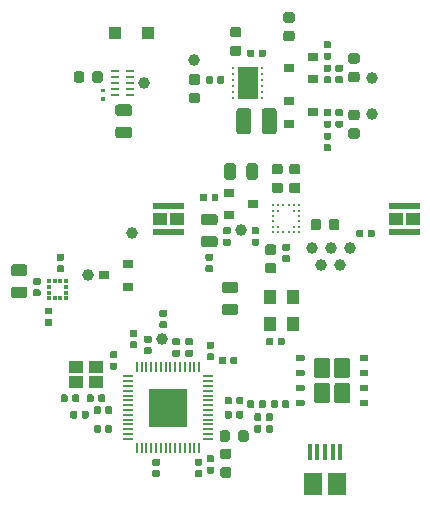
<source format=gtp>
G04 #@! TF.GenerationSoftware,KiCad,Pcbnew,(5.1.5)-3*
G04 #@! TF.CreationDate,2021-09-06T00:05:08-04:00*
G04 #@! TF.ProjectId,EPC611 LIDAR,45504336-3131-4204-9c49-4441522e6b69,rev?*
G04 #@! TF.SameCoordinates,Original*
G04 #@! TF.FileFunction,Paste,Top*
G04 #@! TF.FilePolarity,Positive*
%FSLAX46Y46*%
G04 Gerber Fmt 4.6, Leading zero omitted, Abs format (unit mm)*
G04 Created by KiCad (PCBNEW (5.1.5)-3) date 2021-09-06 00:05:08*
%MOMM*%
%LPD*%
G04 APERTURE LIST*
%ADD10C,0.100000*%
%ADD11C,0.010000*%
%ADD12R,1.100000X1.100000*%
%ADD13C,1.000000*%
%ADD14R,1.200000X1.000000*%
%ADD15R,1.100000X1.300000*%
%ADD16R,0.376682X0.351536*%
%ADD17R,0.351536X0.376682*%
%ADD18R,0.650001X0.249999*%
%ADD19R,0.177800X0.812800*%
%ADD20R,0.812800X0.177800*%
%ADD21R,3.200400X3.200400*%
%ADD22C,0.250000*%
%ADD23R,0.250000X0.250000*%
%ADD24R,1.700000X2.700000*%
%ADD25R,0.900000X0.800000*%
%ADD26R,1.500000X1.900000*%
%ADD27R,0.400000X1.350000*%
G04 APERTURE END LIST*
D10*
G36*
X96500200Y-104499800D02*
G01*
X95100000Y-104499800D01*
X95100000Y-105900000D01*
X96500200Y-105900000D01*
X96500200Y-104499800D01*
G37*
X96500200Y-104499800D02*
X95100000Y-104499800D01*
X95100000Y-105900000D01*
X96500200Y-105900000D01*
X96500200Y-104499800D01*
G36*
X94900000Y-104499800D02*
G01*
X93499800Y-104499800D01*
X93499800Y-105900000D01*
X94900000Y-105900000D01*
X94900000Y-104499800D01*
G37*
X94900000Y-104499800D02*
X93499800Y-104499800D01*
X93499800Y-105900000D01*
X94900000Y-105900000D01*
X94900000Y-104499800D01*
G36*
X96500200Y-106100000D02*
G01*
X95100000Y-106100000D01*
X95100000Y-107500200D01*
X96500200Y-107500200D01*
X96500200Y-106100000D01*
G37*
X96500200Y-106100000D02*
X95100000Y-106100000D01*
X95100000Y-107500200D01*
X96500200Y-107500200D01*
X96500200Y-106100000D01*
G36*
X94900000Y-106100000D02*
G01*
X93499800Y-106100000D01*
X93499800Y-107500200D01*
X94900000Y-107500200D01*
X94900000Y-106100000D01*
G37*
X94900000Y-106100000D02*
X93499800Y-106100000D01*
X93499800Y-107500200D01*
X94900000Y-107500200D01*
X94900000Y-106100000D01*
D11*
G36*
X113700000Y-88700000D02*
G01*
X116300000Y-88700000D01*
X116300000Y-89100000D01*
X113700000Y-89100000D01*
X113700000Y-88700000D01*
G37*
X113700000Y-88700000D02*
X116300000Y-88700000D01*
X116300000Y-89100000D01*
X113700000Y-89100000D01*
X113700000Y-88700000D01*
G36*
X113700000Y-90900000D02*
G01*
X116300000Y-90900000D01*
X116300000Y-91300000D01*
X113700000Y-91300000D01*
X113700000Y-90900000D01*
G37*
X113700000Y-90900000D02*
X116300000Y-90900000D01*
X116300000Y-91300000D01*
X113700000Y-91300000D01*
X113700000Y-90900000D01*
G36*
X113700000Y-89550000D02*
G01*
X114850000Y-89550000D01*
X114850000Y-90450000D01*
X113700000Y-90450000D01*
X113700000Y-89550000D01*
G37*
X113700000Y-89550000D02*
X114850000Y-89550000D01*
X114850000Y-90450000D01*
X113700000Y-90450000D01*
X113700000Y-89550000D01*
G36*
X115150000Y-89550000D02*
G01*
X116300000Y-89550000D01*
X116300000Y-90450000D01*
X115150000Y-90450000D01*
X115150000Y-89550000D01*
G37*
X115150000Y-89550000D02*
X116300000Y-89550000D01*
X116300000Y-90450000D01*
X115150000Y-90450000D01*
X115150000Y-89550000D01*
G36*
X96300000Y-91300000D02*
G01*
X93700000Y-91300000D01*
X93700000Y-90900000D01*
X96300000Y-90900000D01*
X96300000Y-91300000D01*
G37*
X96300000Y-91300000D02*
X93700000Y-91300000D01*
X93700000Y-90900000D01*
X96300000Y-90900000D01*
X96300000Y-91300000D01*
G36*
X96300000Y-89100000D02*
G01*
X93700000Y-89100000D01*
X93700000Y-88700000D01*
X96300000Y-88700000D01*
X96300000Y-89100000D01*
G37*
X96300000Y-89100000D02*
X93700000Y-89100000D01*
X93700000Y-88700000D01*
X96300000Y-88700000D01*
X96300000Y-89100000D01*
G36*
X96300000Y-90450000D02*
G01*
X95150000Y-90450000D01*
X95150000Y-89550000D01*
X96300000Y-89550000D01*
X96300000Y-90450000D01*
G37*
X96300000Y-90450000D02*
X95150000Y-90450000D01*
X95150000Y-89550000D01*
X96300000Y-89550000D01*
X96300000Y-90450000D01*
G36*
X94850000Y-90450000D02*
G01*
X93700000Y-90450000D01*
X93700000Y-89550000D01*
X94850000Y-89550000D01*
X94850000Y-90450000D01*
G37*
X94850000Y-90450000D02*
X93700000Y-90450000D01*
X93700000Y-89550000D01*
X94850000Y-89550000D01*
X94850000Y-90450000D01*
D12*
X93300000Y-74300000D03*
X90500000Y-74300000D03*
D10*
G36*
X98786958Y-100420710D02*
G01*
X98801276Y-100422834D01*
X98815317Y-100426351D01*
X98828946Y-100431228D01*
X98842031Y-100437417D01*
X98854447Y-100444858D01*
X98866073Y-100453481D01*
X98876798Y-100463202D01*
X98886519Y-100473927D01*
X98895142Y-100485553D01*
X98902583Y-100497969D01*
X98908772Y-100511054D01*
X98913649Y-100524683D01*
X98917166Y-100538724D01*
X98919290Y-100553042D01*
X98920000Y-100567500D01*
X98920000Y-100862500D01*
X98919290Y-100876958D01*
X98917166Y-100891276D01*
X98913649Y-100905317D01*
X98908772Y-100918946D01*
X98902583Y-100932031D01*
X98895142Y-100944447D01*
X98886519Y-100956073D01*
X98876798Y-100966798D01*
X98866073Y-100976519D01*
X98854447Y-100985142D01*
X98842031Y-100992583D01*
X98828946Y-100998772D01*
X98815317Y-101003649D01*
X98801276Y-101007166D01*
X98786958Y-101009290D01*
X98772500Y-101010000D01*
X98427500Y-101010000D01*
X98413042Y-101009290D01*
X98398724Y-101007166D01*
X98384683Y-101003649D01*
X98371054Y-100998772D01*
X98357969Y-100992583D01*
X98345553Y-100985142D01*
X98333927Y-100976519D01*
X98323202Y-100966798D01*
X98313481Y-100956073D01*
X98304858Y-100944447D01*
X98297417Y-100932031D01*
X98291228Y-100918946D01*
X98286351Y-100905317D01*
X98282834Y-100891276D01*
X98280710Y-100876958D01*
X98280000Y-100862500D01*
X98280000Y-100567500D01*
X98280710Y-100553042D01*
X98282834Y-100538724D01*
X98286351Y-100524683D01*
X98291228Y-100511054D01*
X98297417Y-100497969D01*
X98304858Y-100485553D01*
X98313481Y-100473927D01*
X98323202Y-100463202D01*
X98333927Y-100453481D01*
X98345553Y-100444858D01*
X98357969Y-100437417D01*
X98371054Y-100431228D01*
X98384683Y-100426351D01*
X98398724Y-100422834D01*
X98413042Y-100420710D01*
X98427500Y-100420000D01*
X98772500Y-100420000D01*
X98786958Y-100420710D01*
G37*
G36*
X98786958Y-101390710D02*
G01*
X98801276Y-101392834D01*
X98815317Y-101396351D01*
X98828946Y-101401228D01*
X98842031Y-101407417D01*
X98854447Y-101414858D01*
X98866073Y-101423481D01*
X98876798Y-101433202D01*
X98886519Y-101443927D01*
X98895142Y-101455553D01*
X98902583Y-101467969D01*
X98908772Y-101481054D01*
X98913649Y-101494683D01*
X98917166Y-101508724D01*
X98919290Y-101523042D01*
X98920000Y-101537500D01*
X98920000Y-101832500D01*
X98919290Y-101846958D01*
X98917166Y-101861276D01*
X98913649Y-101875317D01*
X98908772Y-101888946D01*
X98902583Y-101902031D01*
X98895142Y-101914447D01*
X98886519Y-101926073D01*
X98876798Y-101936798D01*
X98866073Y-101946519D01*
X98854447Y-101955142D01*
X98842031Y-101962583D01*
X98828946Y-101968772D01*
X98815317Y-101973649D01*
X98801276Y-101977166D01*
X98786958Y-101979290D01*
X98772500Y-101980000D01*
X98427500Y-101980000D01*
X98413042Y-101979290D01*
X98398724Y-101977166D01*
X98384683Y-101973649D01*
X98371054Y-101968772D01*
X98357969Y-101962583D01*
X98345553Y-101955142D01*
X98333927Y-101946519D01*
X98323202Y-101936798D01*
X98313481Y-101926073D01*
X98304858Y-101914447D01*
X98297417Y-101902031D01*
X98291228Y-101888946D01*
X98286351Y-101875317D01*
X98282834Y-101861276D01*
X98280710Y-101846958D01*
X98280000Y-101832500D01*
X98280000Y-101537500D01*
X98280710Y-101523042D01*
X98282834Y-101508724D01*
X98286351Y-101494683D01*
X98291228Y-101481054D01*
X98297417Y-101467969D01*
X98304858Y-101455553D01*
X98313481Y-101443927D01*
X98323202Y-101433202D01*
X98333927Y-101423481D01*
X98345553Y-101414858D01*
X98357969Y-101407417D01*
X98371054Y-101401228D01*
X98384683Y-101396351D01*
X98398724Y-101392834D01*
X98413042Y-101390710D01*
X98427500Y-101390000D01*
X98772500Y-101390000D01*
X98786958Y-101390710D01*
G37*
G36*
X89608292Y-79686383D02*
G01*
X89616010Y-79687528D01*
X89623578Y-79689423D01*
X89630923Y-79692052D01*
X89637976Y-79695387D01*
X89644668Y-79699398D01*
X89650934Y-79704046D01*
X89656715Y-79709285D01*
X89661954Y-79715066D01*
X89666602Y-79721332D01*
X89670613Y-79728024D01*
X89673948Y-79735077D01*
X89676577Y-79742422D01*
X89678472Y-79749990D01*
X89679617Y-79757708D01*
X89680000Y-79765500D01*
X89680000Y-79924500D01*
X89679617Y-79932292D01*
X89678472Y-79940010D01*
X89676577Y-79947578D01*
X89673948Y-79954923D01*
X89670613Y-79961976D01*
X89666602Y-79968668D01*
X89661954Y-79974934D01*
X89656715Y-79980715D01*
X89650934Y-79985954D01*
X89644668Y-79990602D01*
X89637976Y-79994613D01*
X89630923Y-79997948D01*
X89623578Y-80000577D01*
X89616010Y-80002472D01*
X89608292Y-80003617D01*
X89600500Y-80004000D01*
X89399500Y-80004000D01*
X89391708Y-80003617D01*
X89383990Y-80002472D01*
X89376422Y-80000577D01*
X89369077Y-79997948D01*
X89362024Y-79994613D01*
X89355332Y-79990602D01*
X89349066Y-79985954D01*
X89343285Y-79980715D01*
X89338046Y-79974934D01*
X89333398Y-79968668D01*
X89329387Y-79961976D01*
X89326052Y-79954923D01*
X89323423Y-79947578D01*
X89321528Y-79940010D01*
X89320383Y-79932292D01*
X89320000Y-79924500D01*
X89320000Y-79765500D01*
X89320383Y-79757708D01*
X89321528Y-79749990D01*
X89323423Y-79742422D01*
X89326052Y-79735077D01*
X89329387Y-79728024D01*
X89333398Y-79721332D01*
X89338046Y-79715066D01*
X89343285Y-79709285D01*
X89349066Y-79704046D01*
X89355332Y-79699398D01*
X89362024Y-79695387D01*
X89369077Y-79692052D01*
X89376422Y-79689423D01*
X89383990Y-79687528D01*
X89391708Y-79686383D01*
X89399500Y-79686000D01*
X89600500Y-79686000D01*
X89608292Y-79686383D01*
G37*
G36*
X89608292Y-78996383D02*
G01*
X89616010Y-78997528D01*
X89623578Y-78999423D01*
X89630923Y-79002052D01*
X89637976Y-79005387D01*
X89644668Y-79009398D01*
X89650934Y-79014046D01*
X89656715Y-79019285D01*
X89661954Y-79025066D01*
X89666602Y-79031332D01*
X89670613Y-79038024D01*
X89673948Y-79045077D01*
X89676577Y-79052422D01*
X89678472Y-79059990D01*
X89679617Y-79067708D01*
X89680000Y-79075500D01*
X89680000Y-79234500D01*
X89679617Y-79242292D01*
X89678472Y-79250010D01*
X89676577Y-79257578D01*
X89673948Y-79264923D01*
X89670613Y-79271976D01*
X89666602Y-79278668D01*
X89661954Y-79284934D01*
X89656715Y-79290715D01*
X89650934Y-79295954D01*
X89644668Y-79300602D01*
X89637976Y-79304613D01*
X89630923Y-79307948D01*
X89623578Y-79310577D01*
X89616010Y-79312472D01*
X89608292Y-79313617D01*
X89600500Y-79314000D01*
X89399500Y-79314000D01*
X89391708Y-79313617D01*
X89383990Y-79312472D01*
X89376422Y-79310577D01*
X89369077Y-79307948D01*
X89362024Y-79304613D01*
X89355332Y-79300602D01*
X89349066Y-79295954D01*
X89343285Y-79290715D01*
X89338046Y-79284934D01*
X89333398Y-79278668D01*
X89329387Y-79271976D01*
X89326052Y-79264923D01*
X89323423Y-79257578D01*
X89321528Y-79250010D01*
X89320383Y-79242292D01*
X89320000Y-79234500D01*
X89320000Y-79075500D01*
X89320383Y-79067708D01*
X89321528Y-79059990D01*
X89323423Y-79052422D01*
X89326052Y-79045077D01*
X89329387Y-79038024D01*
X89333398Y-79031332D01*
X89338046Y-79025066D01*
X89343285Y-79019285D01*
X89349066Y-79014046D01*
X89355332Y-79009398D01*
X89362024Y-79005387D01*
X89369077Y-79002052D01*
X89376422Y-78999423D01*
X89383990Y-78997528D01*
X89391708Y-78996383D01*
X89399500Y-78996000D01*
X89600500Y-78996000D01*
X89608292Y-78996383D01*
G37*
D13*
X97250000Y-76600000D03*
D14*
X88950000Y-102550000D03*
X87250000Y-102550000D03*
X87250000Y-103850000D03*
X88950000Y-103850000D03*
D15*
X105550000Y-98950000D03*
X105550000Y-96650000D03*
X103650000Y-96650000D03*
X103650000Y-98950000D03*
D16*
X86388800Y-96750189D03*
X86388800Y-96250063D03*
X86388800Y-95749937D03*
X86388800Y-95249811D03*
D17*
X85900063Y-95261200D03*
X85399937Y-95261200D03*
D16*
X84911200Y-95249811D03*
X84911200Y-95749937D03*
X84911200Y-96250063D03*
X84911200Y-96750189D03*
D17*
X85399937Y-96738800D03*
X85900063Y-96738800D03*
D18*
X90500000Y-77500000D03*
X90500000Y-78000002D03*
X90500000Y-78500001D03*
X90500000Y-79000000D03*
X90500000Y-79500002D03*
X91750000Y-79500002D03*
X91750000Y-79000000D03*
X91750000Y-78500001D03*
X91750000Y-78000002D03*
X91750000Y-77500000D03*
D10*
G36*
X108509504Y-101761204D02*
G01*
X108533773Y-101764804D01*
X108557571Y-101770765D01*
X108580671Y-101779030D01*
X108602849Y-101789520D01*
X108623893Y-101802133D01*
X108643598Y-101816747D01*
X108661777Y-101833223D01*
X108678253Y-101851402D01*
X108692867Y-101871107D01*
X108705480Y-101892151D01*
X108715970Y-101914329D01*
X108724235Y-101937429D01*
X108730196Y-101961227D01*
X108733796Y-101985496D01*
X108735000Y-102010000D01*
X108735000Y-103240000D01*
X108733796Y-103264504D01*
X108730196Y-103288773D01*
X108724235Y-103312571D01*
X108715970Y-103335671D01*
X108705480Y-103357849D01*
X108692867Y-103378893D01*
X108678253Y-103398598D01*
X108661777Y-103416777D01*
X108643598Y-103433253D01*
X108623893Y-103447867D01*
X108602849Y-103460480D01*
X108580671Y-103470970D01*
X108557571Y-103479235D01*
X108533773Y-103485196D01*
X108509504Y-103488796D01*
X108485000Y-103490000D01*
X107615000Y-103490000D01*
X107590496Y-103488796D01*
X107566227Y-103485196D01*
X107542429Y-103479235D01*
X107519329Y-103470970D01*
X107497151Y-103460480D01*
X107476107Y-103447867D01*
X107456402Y-103433253D01*
X107438223Y-103416777D01*
X107421747Y-103398598D01*
X107407133Y-103378893D01*
X107394520Y-103357849D01*
X107384030Y-103335671D01*
X107375765Y-103312571D01*
X107369804Y-103288773D01*
X107366204Y-103264504D01*
X107365000Y-103240000D01*
X107365000Y-102010000D01*
X107366204Y-101985496D01*
X107369804Y-101961227D01*
X107375765Y-101937429D01*
X107384030Y-101914329D01*
X107394520Y-101892151D01*
X107407133Y-101871107D01*
X107421747Y-101851402D01*
X107438223Y-101833223D01*
X107456402Y-101816747D01*
X107476107Y-101802133D01*
X107497151Y-101789520D01*
X107519329Y-101779030D01*
X107542429Y-101770765D01*
X107566227Y-101764804D01*
X107590496Y-101761204D01*
X107615000Y-101760000D01*
X108485000Y-101760000D01*
X108509504Y-101761204D01*
G37*
G36*
X108509504Y-103911204D02*
G01*
X108533773Y-103914804D01*
X108557571Y-103920765D01*
X108580671Y-103929030D01*
X108602849Y-103939520D01*
X108623893Y-103952133D01*
X108643598Y-103966747D01*
X108661777Y-103983223D01*
X108678253Y-104001402D01*
X108692867Y-104021107D01*
X108705480Y-104042151D01*
X108715970Y-104064329D01*
X108724235Y-104087429D01*
X108730196Y-104111227D01*
X108733796Y-104135496D01*
X108735000Y-104160000D01*
X108735000Y-105390000D01*
X108733796Y-105414504D01*
X108730196Y-105438773D01*
X108724235Y-105462571D01*
X108715970Y-105485671D01*
X108705480Y-105507849D01*
X108692867Y-105528893D01*
X108678253Y-105548598D01*
X108661777Y-105566777D01*
X108643598Y-105583253D01*
X108623893Y-105597867D01*
X108602849Y-105610480D01*
X108580671Y-105620970D01*
X108557571Y-105629235D01*
X108533773Y-105635196D01*
X108509504Y-105638796D01*
X108485000Y-105640000D01*
X107615000Y-105640000D01*
X107590496Y-105638796D01*
X107566227Y-105635196D01*
X107542429Y-105629235D01*
X107519329Y-105620970D01*
X107497151Y-105610480D01*
X107476107Y-105597867D01*
X107456402Y-105583253D01*
X107438223Y-105566777D01*
X107421747Y-105548598D01*
X107407133Y-105528893D01*
X107394520Y-105507849D01*
X107384030Y-105485671D01*
X107375765Y-105462571D01*
X107369804Y-105438773D01*
X107366204Y-105414504D01*
X107365000Y-105390000D01*
X107365000Y-104160000D01*
X107366204Y-104135496D01*
X107369804Y-104111227D01*
X107375765Y-104087429D01*
X107384030Y-104064329D01*
X107394520Y-104042151D01*
X107407133Y-104021107D01*
X107421747Y-104001402D01*
X107438223Y-103983223D01*
X107456402Y-103966747D01*
X107476107Y-103952133D01*
X107497151Y-103939520D01*
X107519329Y-103929030D01*
X107542429Y-103920765D01*
X107566227Y-103914804D01*
X107590496Y-103911204D01*
X107615000Y-103910000D01*
X108485000Y-103910000D01*
X108509504Y-103911204D01*
G37*
G36*
X110209504Y-101761204D02*
G01*
X110233773Y-101764804D01*
X110257571Y-101770765D01*
X110280671Y-101779030D01*
X110302849Y-101789520D01*
X110323893Y-101802133D01*
X110343598Y-101816747D01*
X110361777Y-101833223D01*
X110378253Y-101851402D01*
X110392867Y-101871107D01*
X110405480Y-101892151D01*
X110415970Y-101914329D01*
X110424235Y-101937429D01*
X110430196Y-101961227D01*
X110433796Y-101985496D01*
X110435000Y-102010000D01*
X110435000Y-103240000D01*
X110433796Y-103264504D01*
X110430196Y-103288773D01*
X110424235Y-103312571D01*
X110415970Y-103335671D01*
X110405480Y-103357849D01*
X110392867Y-103378893D01*
X110378253Y-103398598D01*
X110361777Y-103416777D01*
X110343598Y-103433253D01*
X110323893Y-103447867D01*
X110302849Y-103460480D01*
X110280671Y-103470970D01*
X110257571Y-103479235D01*
X110233773Y-103485196D01*
X110209504Y-103488796D01*
X110185000Y-103490000D01*
X109315000Y-103490000D01*
X109290496Y-103488796D01*
X109266227Y-103485196D01*
X109242429Y-103479235D01*
X109219329Y-103470970D01*
X109197151Y-103460480D01*
X109176107Y-103447867D01*
X109156402Y-103433253D01*
X109138223Y-103416777D01*
X109121747Y-103398598D01*
X109107133Y-103378893D01*
X109094520Y-103357849D01*
X109084030Y-103335671D01*
X109075765Y-103312571D01*
X109069804Y-103288773D01*
X109066204Y-103264504D01*
X109065000Y-103240000D01*
X109065000Y-102010000D01*
X109066204Y-101985496D01*
X109069804Y-101961227D01*
X109075765Y-101937429D01*
X109084030Y-101914329D01*
X109094520Y-101892151D01*
X109107133Y-101871107D01*
X109121747Y-101851402D01*
X109138223Y-101833223D01*
X109156402Y-101816747D01*
X109176107Y-101802133D01*
X109197151Y-101789520D01*
X109219329Y-101779030D01*
X109242429Y-101770765D01*
X109266227Y-101764804D01*
X109290496Y-101761204D01*
X109315000Y-101760000D01*
X110185000Y-101760000D01*
X110209504Y-101761204D01*
G37*
G36*
X110209504Y-103911204D02*
G01*
X110233773Y-103914804D01*
X110257571Y-103920765D01*
X110280671Y-103929030D01*
X110302849Y-103939520D01*
X110323893Y-103952133D01*
X110343598Y-103966747D01*
X110361777Y-103983223D01*
X110378253Y-104001402D01*
X110392867Y-104021107D01*
X110405480Y-104042151D01*
X110415970Y-104064329D01*
X110424235Y-104087429D01*
X110430196Y-104111227D01*
X110433796Y-104135496D01*
X110435000Y-104160000D01*
X110435000Y-105390000D01*
X110433796Y-105414504D01*
X110430196Y-105438773D01*
X110424235Y-105462571D01*
X110415970Y-105485671D01*
X110405480Y-105507849D01*
X110392867Y-105528893D01*
X110378253Y-105548598D01*
X110361777Y-105566777D01*
X110343598Y-105583253D01*
X110323893Y-105597867D01*
X110302849Y-105610480D01*
X110280671Y-105620970D01*
X110257571Y-105629235D01*
X110233773Y-105635196D01*
X110209504Y-105638796D01*
X110185000Y-105640000D01*
X109315000Y-105640000D01*
X109290496Y-105638796D01*
X109266227Y-105635196D01*
X109242429Y-105629235D01*
X109219329Y-105620970D01*
X109197151Y-105610480D01*
X109176107Y-105597867D01*
X109156402Y-105583253D01*
X109138223Y-105566777D01*
X109121747Y-105548598D01*
X109107133Y-105528893D01*
X109094520Y-105507849D01*
X109084030Y-105485671D01*
X109075765Y-105462571D01*
X109069804Y-105438773D01*
X109066204Y-105414504D01*
X109065000Y-105390000D01*
X109065000Y-104160000D01*
X109066204Y-104135496D01*
X109069804Y-104111227D01*
X109075765Y-104087429D01*
X109084030Y-104064329D01*
X109094520Y-104042151D01*
X109107133Y-104021107D01*
X109121747Y-104001402D01*
X109138223Y-103983223D01*
X109156402Y-103966747D01*
X109176107Y-103952133D01*
X109197151Y-103939520D01*
X109219329Y-103929030D01*
X109242429Y-103920765D01*
X109266227Y-103914804D01*
X109290496Y-103911204D01*
X109315000Y-103910000D01*
X110185000Y-103910000D01*
X110209504Y-103911204D01*
G37*
G36*
X106462252Y-105355602D02*
G01*
X106474386Y-105357402D01*
X106486286Y-105360382D01*
X106497835Y-105364515D01*
X106508925Y-105369760D01*
X106519446Y-105376066D01*
X106529299Y-105383374D01*
X106538388Y-105391612D01*
X106546626Y-105400701D01*
X106553934Y-105410554D01*
X106560240Y-105421075D01*
X106565485Y-105432165D01*
X106569618Y-105443714D01*
X106572598Y-105455614D01*
X106574398Y-105467748D01*
X106575000Y-105480000D01*
X106575000Y-105730000D01*
X106574398Y-105742252D01*
X106572598Y-105754386D01*
X106569618Y-105766286D01*
X106565485Y-105777835D01*
X106560240Y-105788925D01*
X106553934Y-105799446D01*
X106546626Y-105809299D01*
X106538388Y-105818388D01*
X106529299Y-105826626D01*
X106519446Y-105833934D01*
X106508925Y-105840240D01*
X106497835Y-105845485D01*
X106486286Y-105849618D01*
X106474386Y-105852598D01*
X106462252Y-105854398D01*
X106450000Y-105855000D01*
X105950000Y-105855000D01*
X105937748Y-105854398D01*
X105925614Y-105852598D01*
X105913714Y-105849618D01*
X105902165Y-105845485D01*
X105891075Y-105840240D01*
X105880554Y-105833934D01*
X105870701Y-105826626D01*
X105861612Y-105818388D01*
X105853374Y-105809299D01*
X105846066Y-105799446D01*
X105839760Y-105788925D01*
X105834515Y-105777835D01*
X105830382Y-105766286D01*
X105827402Y-105754386D01*
X105825602Y-105742252D01*
X105825000Y-105730000D01*
X105825000Y-105480000D01*
X105825602Y-105467748D01*
X105827402Y-105455614D01*
X105830382Y-105443714D01*
X105834515Y-105432165D01*
X105839760Y-105421075D01*
X105846066Y-105410554D01*
X105853374Y-105400701D01*
X105861612Y-105391612D01*
X105870701Y-105383374D01*
X105880554Y-105376066D01*
X105891075Y-105369760D01*
X105902165Y-105364515D01*
X105913714Y-105360382D01*
X105925614Y-105357402D01*
X105937748Y-105355602D01*
X105950000Y-105355000D01*
X106450000Y-105355000D01*
X106462252Y-105355602D01*
G37*
G36*
X106462252Y-104085602D02*
G01*
X106474386Y-104087402D01*
X106486286Y-104090382D01*
X106497835Y-104094515D01*
X106508925Y-104099760D01*
X106519446Y-104106066D01*
X106529299Y-104113374D01*
X106538388Y-104121612D01*
X106546626Y-104130701D01*
X106553934Y-104140554D01*
X106560240Y-104151075D01*
X106565485Y-104162165D01*
X106569618Y-104173714D01*
X106572598Y-104185614D01*
X106574398Y-104197748D01*
X106575000Y-104210000D01*
X106575000Y-104460000D01*
X106574398Y-104472252D01*
X106572598Y-104484386D01*
X106569618Y-104496286D01*
X106565485Y-104507835D01*
X106560240Y-104518925D01*
X106553934Y-104529446D01*
X106546626Y-104539299D01*
X106538388Y-104548388D01*
X106529299Y-104556626D01*
X106519446Y-104563934D01*
X106508925Y-104570240D01*
X106497835Y-104575485D01*
X106486286Y-104579618D01*
X106474386Y-104582598D01*
X106462252Y-104584398D01*
X106450000Y-104585000D01*
X105950000Y-104585000D01*
X105937748Y-104584398D01*
X105925614Y-104582598D01*
X105913714Y-104579618D01*
X105902165Y-104575485D01*
X105891075Y-104570240D01*
X105880554Y-104563934D01*
X105870701Y-104556626D01*
X105861612Y-104548388D01*
X105853374Y-104539299D01*
X105846066Y-104529446D01*
X105839760Y-104518925D01*
X105834515Y-104507835D01*
X105830382Y-104496286D01*
X105827402Y-104484386D01*
X105825602Y-104472252D01*
X105825000Y-104460000D01*
X105825000Y-104210000D01*
X105825602Y-104197748D01*
X105827402Y-104185614D01*
X105830382Y-104173714D01*
X105834515Y-104162165D01*
X105839760Y-104151075D01*
X105846066Y-104140554D01*
X105853374Y-104130701D01*
X105861612Y-104121612D01*
X105870701Y-104113374D01*
X105880554Y-104106066D01*
X105891075Y-104099760D01*
X105902165Y-104094515D01*
X105913714Y-104090382D01*
X105925614Y-104087402D01*
X105937748Y-104085602D01*
X105950000Y-104085000D01*
X106450000Y-104085000D01*
X106462252Y-104085602D01*
G37*
G36*
X106462252Y-102815602D02*
G01*
X106474386Y-102817402D01*
X106486286Y-102820382D01*
X106497835Y-102824515D01*
X106508925Y-102829760D01*
X106519446Y-102836066D01*
X106529299Y-102843374D01*
X106538388Y-102851612D01*
X106546626Y-102860701D01*
X106553934Y-102870554D01*
X106560240Y-102881075D01*
X106565485Y-102892165D01*
X106569618Y-102903714D01*
X106572598Y-102915614D01*
X106574398Y-102927748D01*
X106575000Y-102940000D01*
X106575000Y-103190000D01*
X106574398Y-103202252D01*
X106572598Y-103214386D01*
X106569618Y-103226286D01*
X106565485Y-103237835D01*
X106560240Y-103248925D01*
X106553934Y-103259446D01*
X106546626Y-103269299D01*
X106538388Y-103278388D01*
X106529299Y-103286626D01*
X106519446Y-103293934D01*
X106508925Y-103300240D01*
X106497835Y-103305485D01*
X106486286Y-103309618D01*
X106474386Y-103312598D01*
X106462252Y-103314398D01*
X106450000Y-103315000D01*
X105950000Y-103315000D01*
X105937748Y-103314398D01*
X105925614Y-103312598D01*
X105913714Y-103309618D01*
X105902165Y-103305485D01*
X105891075Y-103300240D01*
X105880554Y-103293934D01*
X105870701Y-103286626D01*
X105861612Y-103278388D01*
X105853374Y-103269299D01*
X105846066Y-103259446D01*
X105839760Y-103248925D01*
X105834515Y-103237835D01*
X105830382Y-103226286D01*
X105827402Y-103214386D01*
X105825602Y-103202252D01*
X105825000Y-103190000D01*
X105825000Y-102940000D01*
X105825602Y-102927748D01*
X105827402Y-102915614D01*
X105830382Y-102903714D01*
X105834515Y-102892165D01*
X105839760Y-102881075D01*
X105846066Y-102870554D01*
X105853374Y-102860701D01*
X105861612Y-102851612D01*
X105870701Y-102843374D01*
X105880554Y-102836066D01*
X105891075Y-102829760D01*
X105902165Y-102824515D01*
X105913714Y-102820382D01*
X105925614Y-102817402D01*
X105937748Y-102815602D01*
X105950000Y-102815000D01*
X106450000Y-102815000D01*
X106462252Y-102815602D01*
G37*
G36*
X106462252Y-101545602D02*
G01*
X106474386Y-101547402D01*
X106486286Y-101550382D01*
X106497835Y-101554515D01*
X106508925Y-101559760D01*
X106519446Y-101566066D01*
X106529299Y-101573374D01*
X106538388Y-101581612D01*
X106546626Y-101590701D01*
X106553934Y-101600554D01*
X106560240Y-101611075D01*
X106565485Y-101622165D01*
X106569618Y-101633714D01*
X106572598Y-101645614D01*
X106574398Y-101657748D01*
X106575000Y-101670000D01*
X106575000Y-101920000D01*
X106574398Y-101932252D01*
X106572598Y-101944386D01*
X106569618Y-101956286D01*
X106565485Y-101967835D01*
X106560240Y-101978925D01*
X106553934Y-101989446D01*
X106546626Y-101999299D01*
X106538388Y-102008388D01*
X106529299Y-102016626D01*
X106519446Y-102023934D01*
X106508925Y-102030240D01*
X106497835Y-102035485D01*
X106486286Y-102039618D01*
X106474386Y-102042598D01*
X106462252Y-102044398D01*
X106450000Y-102045000D01*
X105950000Y-102045000D01*
X105937748Y-102044398D01*
X105925614Y-102042598D01*
X105913714Y-102039618D01*
X105902165Y-102035485D01*
X105891075Y-102030240D01*
X105880554Y-102023934D01*
X105870701Y-102016626D01*
X105861612Y-102008388D01*
X105853374Y-101999299D01*
X105846066Y-101989446D01*
X105839760Y-101978925D01*
X105834515Y-101967835D01*
X105830382Y-101956286D01*
X105827402Y-101944386D01*
X105825602Y-101932252D01*
X105825000Y-101920000D01*
X105825000Y-101670000D01*
X105825602Y-101657748D01*
X105827402Y-101645614D01*
X105830382Y-101633714D01*
X105834515Y-101622165D01*
X105839760Y-101611075D01*
X105846066Y-101600554D01*
X105853374Y-101590701D01*
X105861612Y-101581612D01*
X105870701Y-101573374D01*
X105880554Y-101566066D01*
X105891075Y-101559760D01*
X105902165Y-101554515D01*
X105913714Y-101550382D01*
X105925614Y-101547402D01*
X105937748Y-101545602D01*
X105950000Y-101545000D01*
X106450000Y-101545000D01*
X106462252Y-101545602D01*
G37*
G36*
X111862252Y-101545602D02*
G01*
X111874386Y-101547402D01*
X111886286Y-101550382D01*
X111897835Y-101554515D01*
X111908925Y-101559760D01*
X111919446Y-101566066D01*
X111929299Y-101573374D01*
X111938388Y-101581612D01*
X111946626Y-101590701D01*
X111953934Y-101600554D01*
X111960240Y-101611075D01*
X111965485Y-101622165D01*
X111969618Y-101633714D01*
X111972598Y-101645614D01*
X111974398Y-101657748D01*
X111975000Y-101670000D01*
X111975000Y-101920000D01*
X111974398Y-101932252D01*
X111972598Y-101944386D01*
X111969618Y-101956286D01*
X111965485Y-101967835D01*
X111960240Y-101978925D01*
X111953934Y-101989446D01*
X111946626Y-101999299D01*
X111938388Y-102008388D01*
X111929299Y-102016626D01*
X111919446Y-102023934D01*
X111908925Y-102030240D01*
X111897835Y-102035485D01*
X111886286Y-102039618D01*
X111874386Y-102042598D01*
X111862252Y-102044398D01*
X111850000Y-102045000D01*
X111350000Y-102045000D01*
X111337748Y-102044398D01*
X111325614Y-102042598D01*
X111313714Y-102039618D01*
X111302165Y-102035485D01*
X111291075Y-102030240D01*
X111280554Y-102023934D01*
X111270701Y-102016626D01*
X111261612Y-102008388D01*
X111253374Y-101999299D01*
X111246066Y-101989446D01*
X111239760Y-101978925D01*
X111234515Y-101967835D01*
X111230382Y-101956286D01*
X111227402Y-101944386D01*
X111225602Y-101932252D01*
X111225000Y-101920000D01*
X111225000Y-101670000D01*
X111225602Y-101657748D01*
X111227402Y-101645614D01*
X111230382Y-101633714D01*
X111234515Y-101622165D01*
X111239760Y-101611075D01*
X111246066Y-101600554D01*
X111253374Y-101590701D01*
X111261612Y-101581612D01*
X111270701Y-101573374D01*
X111280554Y-101566066D01*
X111291075Y-101559760D01*
X111302165Y-101554515D01*
X111313714Y-101550382D01*
X111325614Y-101547402D01*
X111337748Y-101545602D01*
X111350000Y-101545000D01*
X111850000Y-101545000D01*
X111862252Y-101545602D01*
G37*
G36*
X111862252Y-102815602D02*
G01*
X111874386Y-102817402D01*
X111886286Y-102820382D01*
X111897835Y-102824515D01*
X111908925Y-102829760D01*
X111919446Y-102836066D01*
X111929299Y-102843374D01*
X111938388Y-102851612D01*
X111946626Y-102860701D01*
X111953934Y-102870554D01*
X111960240Y-102881075D01*
X111965485Y-102892165D01*
X111969618Y-102903714D01*
X111972598Y-102915614D01*
X111974398Y-102927748D01*
X111975000Y-102940000D01*
X111975000Y-103190000D01*
X111974398Y-103202252D01*
X111972598Y-103214386D01*
X111969618Y-103226286D01*
X111965485Y-103237835D01*
X111960240Y-103248925D01*
X111953934Y-103259446D01*
X111946626Y-103269299D01*
X111938388Y-103278388D01*
X111929299Y-103286626D01*
X111919446Y-103293934D01*
X111908925Y-103300240D01*
X111897835Y-103305485D01*
X111886286Y-103309618D01*
X111874386Y-103312598D01*
X111862252Y-103314398D01*
X111850000Y-103315000D01*
X111350000Y-103315000D01*
X111337748Y-103314398D01*
X111325614Y-103312598D01*
X111313714Y-103309618D01*
X111302165Y-103305485D01*
X111291075Y-103300240D01*
X111280554Y-103293934D01*
X111270701Y-103286626D01*
X111261612Y-103278388D01*
X111253374Y-103269299D01*
X111246066Y-103259446D01*
X111239760Y-103248925D01*
X111234515Y-103237835D01*
X111230382Y-103226286D01*
X111227402Y-103214386D01*
X111225602Y-103202252D01*
X111225000Y-103190000D01*
X111225000Y-102940000D01*
X111225602Y-102927748D01*
X111227402Y-102915614D01*
X111230382Y-102903714D01*
X111234515Y-102892165D01*
X111239760Y-102881075D01*
X111246066Y-102870554D01*
X111253374Y-102860701D01*
X111261612Y-102851612D01*
X111270701Y-102843374D01*
X111280554Y-102836066D01*
X111291075Y-102829760D01*
X111302165Y-102824515D01*
X111313714Y-102820382D01*
X111325614Y-102817402D01*
X111337748Y-102815602D01*
X111350000Y-102815000D01*
X111850000Y-102815000D01*
X111862252Y-102815602D01*
G37*
G36*
X111862252Y-104085602D02*
G01*
X111874386Y-104087402D01*
X111886286Y-104090382D01*
X111897835Y-104094515D01*
X111908925Y-104099760D01*
X111919446Y-104106066D01*
X111929299Y-104113374D01*
X111938388Y-104121612D01*
X111946626Y-104130701D01*
X111953934Y-104140554D01*
X111960240Y-104151075D01*
X111965485Y-104162165D01*
X111969618Y-104173714D01*
X111972598Y-104185614D01*
X111974398Y-104197748D01*
X111975000Y-104210000D01*
X111975000Y-104460000D01*
X111974398Y-104472252D01*
X111972598Y-104484386D01*
X111969618Y-104496286D01*
X111965485Y-104507835D01*
X111960240Y-104518925D01*
X111953934Y-104529446D01*
X111946626Y-104539299D01*
X111938388Y-104548388D01*
X111929299Y-104556626D01*
X111919446Y-104563934D01*
X111908925Y-104570240D01*
X111897835Y-104575485D01*
X111886286Y-104579618D01*
X111874386Y-104582598D01*
X111862252Y-104584398D01*
X111850000Y-104585000D01*
X111350000Y-104585000D01*
X111337748Y-104584398D01*
X111325614Y-104582598D01*
X111313714Y-104579618D01*
X111302165Y-104575485D01*
X111291075Y-104570240D01*
X111280554Y-104563934D01*
X111270701Y-104556626D01*
X111261612Y-104548388D01*
X111253374Y-104539299D01*
X111246066Y-104529446D01*
X111239760Y-104518925D01*
X111234515Y-104507835D01*
X111230382Y-104496286D01*
X111227402Y-104484386D01*
X111225602Y-104472252D01*
X111225000Y-104460000D01*
X111225000Y-104210000D01*
X111225602Y-104197748D01*
X111227402Y-104185614D01*
X111230382Y-104173714D01*
X111234515Y-104162165D01*
X111239760Y-104151075D01*
X111246066Y-104140554D01*
X111253374Y-104130701D01*
X111261612Y-104121612D01*
X111270701Y-104113374D01*
X111280554Y-104106066D01*
X111291075Y-104099760D01*
X111302165Y-104094515D01*
X111313714Y-104090382D01*
X111325614Y-104087402D01*
X111337748Y-104085602D01*
X111350000Y-104085000D01*
X111850000Y-104085000D01*
X111862252Y-104085602D01*
G37*
G36*
X111862252Y-105355602D02*
G01*
X111874386Y-105357402D01*
X111886286Y-105360382D01*
X111897835Y-105364515D01*
X111908925Y-105369760D01*
X111919446Y-105376066D01*
X111929299Y-105383374D01*
X111938388Y-105391612D01*
X111946626Y-105400701D01*
X111953934Y-105410554D01*
X111960240Y-105421075D01*
X111965485Y-105432165D01*
X111969618Y-105443714D01*
X111972598Y-105455614D01*
X111974398Y-105467748D01*
X111975000Y-105480000D01*
X111975000Y-105730000D01*
X111974398Y-105742252D01*
X111972598Y-105754386D01*
X111969618Y-105766286D01*
X111965485Y-105777835D01*
X111960240Y-105788925D01*
X111953934Y-105799446D01*
X111946626Y-105809299D01*
X111938388Y-105818388D01*
X111929299Y-105826626D01*
X111919446Y-105833934D01*
X111908925Y-105840240D01*
X111897835Y-105845485D01*
X111886286Y-105849618D01*
X111874386Y-105852598D01*
X111862252Y-105854398D01*
X111850000Y-105855000D01*
X111350000Y-105855000D01*
X111337748Y-105854398D01*
X111325614Y-105852598D01*
X111313714Y-105849618D01*
X111302165Y-105845485D01*
X111291075Y-105840240D01*
X111280554Y-105833934D01*
X111270701Y-105826626D01*
X111261612Y-105818388D01*
X111253374Y-105809299D01*
X111246066Y-105799446D01*
X111239760Y-105788925D01*
X111234515Y-105777835D01*
X111230382Y-105766286D01*
X111227402Y-105754386D01*
X111225602Y-105742252D01*
X111225000Y-105730000D01*
X111225000Y-105480000D01*
X111225602Y-105467748D01*
X111227402Y-105455614D01*
X111230382Y-105443714D01*
X111234515Y-105432165D01*
X111239760Y-105421075D01*
X111246066Y-105410554D01*
X111253374Y-105400701D01*
X111261612Y-105391612D01*
X111270701Y-105383374D01*
X111280554Y-105376066D01*
X111291075Y-105369760D01*
X111302165Y-105364515D01*
X111313714Y-105360382D01*
X111325614Y-105357402D01*
X111337748Y-105355602D01*
X111350000Y-105355000D01*
X111850000Y-105355000D01*
X111862252Y-105355602D01*
G37*
D19*
X97641600Y-102596400D03*
X97235200Y-102596400D03*
X96828800Y-102596400D03*
X96422400Y-102596400D03*
X96016000Y-102596400D03*
X95609600Y-102596400D03*
X95203200Y-102596400D03*
X94796800Y-102596400D03*
X94390400Y-102596400D03*
X93984000Y-102596400D03*
X93577600Y-102596400D03*
X93171200Y-102596400D03*
X92764800Y-102596400D03*
X92358400Y-102596400D03*
D20*
X91596400Y-103358400D03*
X91596400Y-103764800D03*
X91596400Y-104171200D03*
X91596400Y-104577600D03*
X91596400Y-104984000D03*
X91596400Y-105390400D03*
X91596400Y-105796800D03*
X91596400Y-106203200D03*
X91596400Y-106609600D03*
X91596400Y-107016000D03*
X91596400Y-107422400D03*
X91596400Y-107828800D03*
X91596400Y-108235200D03*
X91596400Y-108641600D03*
D19*
X92358400Y-109403600D03*
X92764800Y-109403600D03*
X93171200Y-109403600D03*
X93577600Y-109403600D03*
X93984000Y-109403600D03*
X94390400Y-109403600D03*
X94796800Y-109403600D03*
X95203200Y-109403600D03*
X95609600Y-109403600D03*
X96016000Y-109403600D03*
X96422400Y-109403600D03*
X96828800Y-109403600D03*
X97235200Y-109403600D03*
X97641600Y-109403600D03*
D20*
X98403600Y-108641600D03*
X98403600Y-108235200D03*
X98403600Y-107828800D03*
X98403600Y-107422400D03*
X98403600Y-107016000D03*
X98403600Y-106609600D03*
X98403600Y-106203200D03*
X98403600Y-105796800D03*
X98403600Y-105390400D03*
X98403600Y-104984000D03*
X98403600Y-104577600D03*
X98403600Y-104171200D03*
X98403600Y-103764800D03*
X98403600Y-103358400D03*
D21*
X95000000Y-106000000D03*
D22*
X106125000Y-88875000D03*
X105675000Y-88875000D03*
X105225000Y-88875000D03*
X104775000Y-88875000D03*
X104325000Y-88875000D03*
X103875000Y-88875000D03*
X106125000Y-89325000D03*
X105675000Y-89325000D03*
X104325000Y-89325000D03*
X103875000Y-89325000D03*
X106125000Y-89775000D03*
X103875000Y-89775000D03*
X106125000Y-90225000D03*
X103875000Y-90225000D03*
X106125000Y-90675000D03*
X105675000Y-90675000D03*
X104325000Y-90675000D03*
X103875000Y-90675000D03*
X106125000Y-91125000D03*
X105675000Y-91125000D03*
X105225000Y-91125000D03*
X104775000Y-91125000D03*
X104325000Y-91125000D03*
X103875000Y-91125000D03*
D23*
X100525000Y-77250000D03*
X102975000Y-77250000D03*
D24*
X101750000Y-78500000D03*
D23*
X100525000Y-79750000D03*
X100525000Y-79250000D03*
X100525000Y-78750000D03*
X100525000Y-78250000D03*
X100525000Y-77750000D03*
X102975000Y-77750000D03*
X102975000Y-78250000D03*
X102975000Y-78750000D03*
X102975000Y-79250000D03*
X102975000Y-79750000D03*
D13*
X94500000Y-100200000D03*
X88200000Y-94800000D03*
X92000000Y-91250000D03*
X101200000Y-91000000D03*
X93000000Y-78500000D03*
X112250000Y-81100000D03*
X112250000Y-78100000D03*
D10*
G36*
X94786958Y-98690710D02*
G01*
X94801276Y-98692834D01*
X94815317Y-98696351D01*
X94828946Y-98701228D01*
X94842031Y-98707417D01*
X94854447Y-98714858D01*
X94866073Y-98723481D01*
X94876798Y-98733202D01*
X94886519Y-98743927D01*
X94895142Y-98755553D01*
X94902583Y-98767969D01*
X94908772Y-98781054D01*
X94913649Y-98794683D01*
X94917166Y-98808724D01*
X94919290Y-98823042D01*
X94920000Y-98837500D01*
X94920000Y-99132500D01*
X94919290Y-99146958D01*
X94917166Y-99161276D01*
X94913649Y-99175317D01*
X94908772Y-99188946D01*
X94902583Y-99202031D01*
X94895142Y-99214447D01*
X94886519Y-99226073D01*
X94876798Y-99236798D01*
X94866073Y-99246519D01*
X94854447Y-99255142D01*
X94842031Y-99262583D01*
X94828946Y-99268772D01*
X94815317Y-99273649D01*
X94801276Y-99277166D01*
X94786958Y-99279290D01*
X94772500Y-99280000D01*
X94427500Y-99280000D01*
X94413042Y-99279290D01*
X94398724Y-99277166D01*
X94384683Y-99273649D01*
X94371054Y-99268772D01*
X94357969Y-99262583D01*
X94345553Y-99255142D01*
X94333927Y-99246519D01*
X94323202Y-99236798D01*
X94313481Y-99226073D01*
X94304858Y-99214447D01*
X94297417Y-99202031D01*
X94291228Y-99188946D01*
X94286351Y-99175317D01*
X94282834Y-99161276D01*
X94280710Y-99146958D01*
X94280000Y-99132500D01*
X94280000Y-98837500D01*
X94280710Y-98823042D01*
X94282834Y-98808724D01*
X94286351Y-98794683D01*
X94291228Y-98781054D01*
X94297417Y-98767969D01*
X94304858Y-98755553D01*
X94313481Y-98743927D01*
X94323202Y-98733202D01*
X94333927Y-98723481D01*
X94345553Y-98714858D01*
X94357969Y-98707417D01*
X94371054Y-98701228D01*
X94384683Y-98696351D01*
X94398724Y-98692834D01*
X94413042Y-98690710D01*
X94427500Y-98690000D01*
X94772500Y-98690000D01*
X94786958Y-98690710D01*
G37*
G36*
X94786958Y-97720710D02*
G01*
X94801276Y-97722834D01*
X94815317Y-97726351D01*
X94828946Y-97731228D01*
X94842031Y-97737417D01*
X94854447Y-97744858D01*
X94866073Y-97753481D01*
X94876798Y-97763202D01*
X94886519Y-97773927D01*
X94895142Y-97785553D01*
X94902583Y-97797969D01*
X94908772Y-97811054D01*
X94913649Y-97824683D01*
X94917166Y-97838724D01*
X94919290Y-97853042D01*
X94920000Y-97867500D01*
X94920000Y-98162500D01*
X94919290Y-98176958D01*
X94917166Y-98191276D01*
X94913649Y-98205317D01*
X94908772Y-98218946D01*
X94902583Y-98232031D01*
X94895142Y-98244447D01*
X94886519Y-98256073D01*
X94876798Y-98266798D01*
X94866073Y-98276519D01*
X94854447Y-98285142D01*
X94842031Y-98292583D01*
X94828946Y-98298772D01*
X94815317Y-98303649D01*
X94801276Y-98307166D01*
X94786958Y-98309290D01*
X94772500Y-98310000D01*
X94427500Y-98310000D01*
X94413042Y-98309290D01*
X94398724Y-98307166D01*
X94384683Y-98303649D01*
X94371054Y-98298772D01*
X94357969Y-98292583D01*
X94345553Y-98285142D01*
X94333927Y-98276519D01*
X94323202Y-98266798D01*
X94313481Y-98256073D01*
X94304858Y-98244447D01*
X94297417Y-98232031D01*
X94291228Y-98218946D01*
X94286351Y-98205317D01*
X94282834Y-98191276D01*
X94280710Y-98176958D01*
X94280000Y-98162500D01*
X94280000Y-97867500D01*
X94280710Y-97853042D01*
X94282834Y-97838724D01*
X94286351Y-97824683D01*
X94291228Y-97811054D01*
X94297417Y-97797969D01*
X94304858Y-97785553D01*
X94313481Y-97773927D01*
X94323202Y-97763202D01*
X94333927Y-97753481D01*
X94345553Y-97744858D01*
X94357969Y-97737417D01*
X94371054Y-97731228D01*
X94384683Y-97726351D01*
X94398724Y-97722834D01*
X94413042Y-97720710D01*
X94427500Y-97720000D01*
X94772500Y-97720000D01*
X94786958Y-97720710D01*
G37*
G36*
X100730142Y-97201174D02*
G01*
X100753803Y-97204684D01*
X100777007Y-97210496D01*
X100799529Y-97218554D01*
X100821153Y-97228782D01*
X100841670Y-97241079D01*
X100860883Y-97255329D01*
X100878607Y-97271393D01*
X100894671Y-97289117D01*
X100908921Y-97308330D01*
X100921218Y-97328847D01*
X100931446Y-97350471D01*
X100939504Y-97372993D01*
X100945316Y-97396197D01*
X100948826Y-97419858D01*
X100950000Y-97443750D01*
X100950000Y-97931250D01*
X100948826Y-97955142D01*
X100945316Y-97978803D01*
X100939504Y-98002007D01*
X100931446Y-98024529D01*
X100921218Y-98046153D01*
X100908921Y-98066670D01*
X100894671Y-98085883D01*
X100878607Y-98103607D01*
X100860883Y-98119671D01*
X100841670Y-98133921D01*
X100821153Y-98146218D01*
X100799529Y-98156446D01*
X100777007Y-98164504D01*
X100753803Y-98170316D01*
X100730142Y-98173826D01*
X100706250Y-98175000D01*
X99793750Y-98175000D01*
X99769858Y-98173826D01*
X99746197Y-98170316D01*
X99722993Y-98164504D01*
X99700471Y-98156446D01*
X99678847Y-98146218D01*
X99658330Y-98133921D01*
X99639117Y-98119671D01*
X99621393Y-98103607D01*
X99605329Y-98085883D01*
X99591079Y-98066670D01*
X99578782Y-98046153D01*
X99568554Y-98024529D01*
X99560496Y-98002007D01*
X99554684Y-97978803D01*
X99551174Y-97955142D01*
X99550000Y-97931250D01*
X99550000Y-97443750D01*
X99551174Y-97419858D01*
X99554684Y-97396197D01*
X99560496Y-97372993D01*
X99568554Y-97350471D01*
X99578782Y-97328847D01*
X99591079Y-97308330D01*
X99605329Y-97289117D01*
X99621393Y-97271393D01*
X99639117Y-97255329D01*
X99658330Y-97241079D01*
X99678847Y-97228782D01*
X99700471Y-97218554D01*
X99722993Y-97210496D01*
X99746197Y-97204684D01*
X99769858Y-97201174D01*
X99793750Y-97200000D01*
X100706250Y-97200000D01*
X100730142Y-97201174D01*
G37*
G36*
X100730142Y-95326174D02*
G01*
X100753803Y-95329684D01*
X100777007Y-95335496D01*
X100799529Y-95343554D01*
X100821153Y-95353782D01*
X100841670Y-95366079D01*
X100860883Y-95380329D01*
X100878607Y-95396393D01*
X100894671Y-95414117D01*
X100908921Y-95433330D01*
X100921218Y-95453847D01*
X100931446Y-95475471D01*
X100939504Y-95497993D01*
X100945316Y-95521197D01*
X100948826Y-95544858D01*
X100950000Y-95568750D01*
X100950000Y-96056250D01*
X100948826Y-96080142D01*
X100945316Y-96103803D01*
X100939504Y-96127007D01*
X100931446Y-96149529D01*
X100921218Y-96171153D01*
X100908921Y-96191670D01*
X100894671Y-96210883D01*
X100878607Y-96228607D01*
X100860883Y-96244671D01*
X100841670Y-96258921D01*
X100821153Y-96271218D01*
X100799529Y-96281446D01*
X100777007Y-96289504D01*
X100753803Y-96295316D01*
X100730142Y-96298826D01*
X100706250Y-96300000D01*
X99793750Y-96300000D01*
X99769858Y-96298826D01*
X99746197Y-96295316D01*
X99722993Y-96289504D01*
X99700471Y-96281446D01*
X99678847Y-96271218D01*
X99658330Y-96258921D01*
X99639117Y-96244671D01*
X99621393Y-96228607D01*
X99605329Y-96210883D01*
X99591079Y-96191670D01*
X99578782Y-96171153D01*
X99568554Y-96149529D01*
X99560496Y-96127007D01*
X99554684Y-96103803D01*
X99551174Y-96080142D01*
X99550000Y-96056250D01*
X99550000Y-95568750D01*
X99551174Y-95544858D01*
X99554684Y-95521197D01*
X99560496Y-95497993D01*
X99568554Y-95475471D01*
X99578782Y-95453847D01*
X99591079Y-95433330D01*
X99605329Y-95414117D01*
X99621393Y-95396393D01*
X99639117Y-95380329D01*
X99658330Y-95366079D01*
X99678847Y-95353782D01*
X99700471Y-95343554D01*
X99722993Y-95335496D01*
X99746197Y-95329684D01*
X99769858Y-95326174D01*
X99793750Y-95325000D01*
X100706250Y-95325000D01*
X100730142Y-95326174D01*
G37*
G36*
X88576958Y-104880710D02*
G01*
X88591276Y-104882834D01*
X88605317Y-104886351D01*
X88618946Y-104891228D01*
X88632031Y-104897417D01*
X88644447Y-104904858D01*
X88656073Y-104913481D01*
X88666798Y-104923202D01*
X88676519Y-104933927D01*
X88685142Y-104945553D01*
X88692583Y-104957969D01*
X88698772Y-104971054D01*
X88703649Y-104984683D01*
X88707166Y-104998724D01*
X88709290Y-105013042D01*
X88710000Y-105027500D01*
X88710000Y-105372500D01*
X88709290Y-105386958D01*
X88707166Y-105401276D01*
X88703649Y-105415317D01*
X88698772Y-105428946D01*
X88692583Y-105442031D01*
X88685142Y-105454447D01*
X88676519Y-105466073D01*
X88666798Y-105476798D01*
X88656073Y-105486519D01*
X88644447Y-105495142D01*
X88632031Y-105502583D01*
X88618946Y-105508772D01*
X88605317Y-105513649D01*
X88591276Y-105517166D01*
X88576958Y-105519290D01*
X88562500Y-105520000D01*
X88267500Y-105520000D01*
X88253042Y-105519290D01*
X88238724Y-105517166D01*
X88224683Y-105513649D01*
X88211054Y-105508772D01*
X88197969Y-105502583D01*
X88185553Y-105495142D01*
X88173927Y-105486519D01*
X88163202Y-105476798D01*
X88153481Y-105466073D01*
X88144858Y-105454447D01*
X88137417Y-105442031D01*
X88131228Y-105428946D01*
X88126351Y-105415317D01*
X88122834Y-105401276D01*
X88120710Y-105386958D01*
X88120000Y-105372500D01*
X88120000Y-105027500D01*
X88120710Y-105013042D01*
X88122834Y-104998724D01*
X88126351Y-104984683D01*
X88131228Y-104971054D01*
X88137417Y-104957969D01*
X88144858Y-104945553D01*
X88153481Y-104933927D01*
X88163202Y-104923202D01*
X88173927Y-104913481D01*
X88185553Y-104904858D01*
X88197969Y-104897417D01*
X88211054Y-104891228D01*
X88224683Y-104886351D01*
X88238724Y-104882834D01*
X88253042Y-104880710D01*
X88267500Y-104880000D01*
X88562500Y-104880000D01*
X88576958Y-104880710D01*
G37*
G36*
X89546958Y-104880710D02*
G01*
X89561276Y-104882834D01*
X89575317Y-104886351D01*
X89588946Y-104891228D01*
X89602031Y-104897417D01*
X89614447Y-104904858D01*
X89626073Y-104913481D01*
X89636798Y-104923202D01*
X89646519Y-104933927D01*
X89655142Y-104945553D01*
X89662583Y-104957969D01*
X89668772Y-104971054D01*
X89673649Y-104984683D01*
X89677166Y-104998724D01*
X89679290Y-105013042D01*
X89680000Y-105027500D01*
X89680000Y-105372500D01*
X89679290Y-105386958D01*
X89677166Y-105401276D01*
X89673649Y-105415317D01*
X89668772Y-105428946D01*
X89662583Y-105442031D01*
X89655142Y-105454447D01*
X89646519Y-105466073D01*
X89636798Y-105476798D01*
X89626073Y-105486519D01*
X89614447Y-105495142D01*
X89602031Y-105502583D01*
X89588946Y-105508772D01*
X89575317Y-105513649D01*
X89561276Y-105517166D01*
X89546958Y-105519290D01*
X89532500Y-105520000D01*
X89237500Y-105520000D01*
X89223042Y-105519290D01*
X89208724Y-105517166D01*
X89194683Y-105513649D01*
X89181054Y-105508772D01*
X89167969Y-105502583D01*
X89155553Y-105495142D01*
X89143927Y-105486519D01*
X89133202Y-105476798D01*
X89123481Y-105466073D01*
X89114858Y-105454447D01*
X89107417Y-105442031D01*
X89101228Y-105428946D01*
X89096351Y-105415317D01*
X89092834Y-105401276D01*
X89090710Y-105386958D01*
X89090000Y-105372500D01*
X89090000Y-105027500D01*
X89090710Y-105013042D01*
X89092834Y-104998724D01*
X89096351Y-104984683D01*
X89101228Y-104971054D01*
X89107417Y-104957969D01*
X89114858Y-104945553D01*
X89123481Y-104933927D01*
X89133202Y-104923202D01*
X89143927Y-104913481D01*
X89155553Y-104904858D01*
X89167969Y-104897417D01*
X89181054Y-104891228D01*
X89194683Y-104886351D01*
X89208724Y-104882834D01*
X89223042Y-104880710D01*
X89237500Y-104880000D01*
X89532500Y-104880000D01*
X89546958Y-104880710D01*
G37*
G36*
X99776958Y-101680710D02*
G01*
X99791276Y-101682834D01*
X99805317Y-101686351D01*
X99818946Y-101691228D01*
X99832031Y-101697417D01*
X99844447Y-101704858D01*
X99856073Y-101713481D01*
X99866798Y-101723202D01*
X99876519Y-101733927D01*
X99885142Y-101745553D01*
X99892583Y-101757969D01*
X99898772Y-101771054D01*
X99903649Y-101784683D01*
X99907166Y-101798724D01*
X99909290Y-101813042D01*
X99910000Y-101827500D01*
X99910000Y-102172500D01*
X99909290Y-102186958D01*
X99907166Y-102201276D01*
X99903649Y-102215317D01*
X99898772Y-102228946D01*
X99892583Y-102242031D01*
X99885142Y-102254447D01*
X99876519Y-102266073D01*
X99866798Y-102276798D01*
X99856073Y-102286519D01*
X99844447Y-102295142D01*
X99832031Y-102302583D01*
X99818946Y-102308772D01*
X99805317Y-102313649D01*
X99791276Y-102317166D01*
X99776958Y-102319290D01*
X99762500Y-102320000D01*
X99467500Y-102320000D01*
X99453042Y-102319290D01*
X99438724Y-102317166D01*
X99424683Y-102313649D01*
X99411054Y-102308772D01*
X99397969Y-102302583D01*
X99385553Y-102295142D01*
X99373927Y-102286519D01*
X99363202Y-102276798D01*
X99353481Y-102266073D01*
X99344858Y-102254447D01*
X99337417Y-102242031D01*
X99331228Y-102228946D01*
X99326351Y-102215317D01*
X99322834Y-102201276D01*
X99320710Y-102186958D01*
X99320000Y-102172500D01*
X99320000Y-101827500D01*
X99320710Y-101813042D01*
X99322834Y-101798724D01*
X99326351Y-101784683D01*
X99331228Y-101771054D01*
X99337417Y-101757969D01*
X99344858Y-101745553D01*
X99353481Y-101733927D01*
X99363202Y-101723202D01*
X99373927Y-101713481D01*
X99385553Y-101704858D01*
X99397969Y-101697417D01*
X99411054Y-101691228D01*
X99424683Y-101686351D01*
X99438724Y-101682834D01*
X99453042Y-101680710D01*
X99467500Y-101680000D01*
X99762500Y-101680000D01*
X99776958Y-101680710D01*
G37*
G36*
X100746958Y-101680710D02*
G01*
X100761276Y-101682834D01*
X100775317Y-101686351D01*
X100788946Y-101691228D01*
X100802031Y-101697417D01*
X100814447Y-101704858D01*
X100826073Y-101713481D01*
X100836798Y-101723202D01*
X100846519Y-101733927D01*
X100855142Y-101745553D01*
X100862583Y-101757969D01*
X100868772Y-101771054D01*
X100873649Y-101784683D01*
X100877166Y-101798724D01*
X100879290Y-101813042D01*
X100880000Y-101827500D01*
X100880000Y-102172500D01*
X100879290Y-102186958D01*
X100877166Y-102201276D01*
X100873649Y-102215317D01*
X100868772Y-102228946D01*
X100862583Y-102242031D01*
X100855142Y-102254447D01*
X100846519Y-102266073D01*
X100836798Y-102276798D01*
X100826073Y-102286519D01*
X100814447Y-102295142D01*
X100802031Y-102302583D01*
X100788946Y-102308772D01*
X100775317Y-102313649D01*
X100761276Y-102317166D01*
X100746958Y-102319290D01*
X100732500Y-102320000D01*
X100437500Y-102320000D01*
X100423042Y-102319290D01*
X100408724Y-102317166D01*
X100394683Y-102313649D01*
X100381054Y-102308772D01*
X100367969Y-102302583D01*
X100355553Y-102295142D01*
X100343927Y-102286519D01*
X100333202Y-102276798D01*
X100323481Y-102266073D01*
X100314858Y-102254447D01*
X100307417Y-102242031D01*
X100301228Y-102228946D01*
X100296351Y-102215317D01*
X100292834Y-102201276D01*
X100290710Y-102186958D01*
X100290000Y-102172500D01*
X100290000Y-101827500D01*
X100290710Y-101813042D01*
X100292834Y-101798724D01*
X100296351Y-101784683D01*
X100301228Y-101771054D01*
X100307417Y-101757969D01*
X100314858Y-101745553D01*
X100323481Y-101733927D01*
X100333202Y-101723202D01*
X100343927Y-101713481D01*
X100355553Y-101704858D01*
X100367969Y-101697417D01*
X100381054Y-101691228D01*
X100394683Y-101686351D01*
X100408724Y-101682834D01*
X100423042Y-101680710D01*
X100437500Y-101680000D01*
X100732500Y-101680000D01*
X100746958Y-101680710D01*
G37*
G36*
X103746958Y-107480710D02*
G01*
X103761276Y-107482834D01*
X103775317Y-107486351D01*
X103788946Y-107491228D01*
X103802031Y-107497417D01*
X103814447Y-107504858D01*
X103826073Y-107513481D01*
X103836798Y-107523202D01*
X103846519Y-107533927D01*
X103855142Y-107545553D01*
X103862583Y-107557969D01*
X103868772Y-107571054D01*
X103873649Y-107584683D01*
X103877166Y-107598724D01*
X103879290Y-107613042D01*
X103880000Y-107627500D01*
X103880000Y-107972500D01*
X103879290Y-107986958D01*
X103877166Y-108001276D01*
X103873649Y-108015317D01*
X103868772Y-108028946D01*
X103862583Y-108042031D01*
X103855142Y-108054447D01*
X103846519Y-108066073D01*
X103836798Y-108076798D01*
X103826073Y-108086519D01*
X103814447Y-108095142D01*
X103802031Y-108102583D01*
X103788946Y-108108772D01*
X103775317Y-108113649D01*
X103761276Y-108117166D01*
X103746958Y-108119290D01*
X103732500Y-108120000D01*
X103437500Y-108120000D01*
X103423042Y-108119290D01*
X103408724Y-108117166D01*
X103394683Y-108113649D01*
X103381054Y-108108772D01*
X103367969Y-108102583D01*
X103355553Y-108095142D01*
X103343927Y-108086519D01*
X103333202Y-108076798D01*
X103323481Y-108066073D01*
X103314858Y-108054447D01*
X103307417Y-108042031D01*
X103301228Y-108028946D01*
X103296351Y-108015317D01*
X103292834Y-108001276D01*
X103290710Y-107986958D01*
X103290000Y-107972500D01*
X103290000Y-107627500D01*
X103290710Y-107613042D01*
X103292834Y-107598724D01*
X103296351Y-107584683D01*
X103301228Y-107571054D01*
X103307417Y-107557969D01*
X103314858Y-107545553D01*
X103323481Y-107533927D01*
X103333202Y-107523202D01*
X103343927Y-107513481D01*
X103355553Y-107504858D01*
X103367969Y-107497417D01*
X103381054Y-107491228D01*
X103394683Y-107486351D01*
X103408724Y-107482834D01*
X103423042Y-107480710D01*
X103437500Y-107480000D01*
X103732500Y-107480000D01*
X103746958Y-107480710D01*
G37*
G36*
X102776958Y-107480710D02*
G01*
X102791276Y-107482834D01*
X102805317Y-107486351D01*
X102818946Y-107491228D01*
X102832031Y-107497417D01*
X102844447Y-107504858D01*
X102856073Y-107513481D01*
X102866798Y-107523202D01*
X102876519Y-107533927D01*
X102885142Y-107545553D01*
X102892583Y-107557969D01*
X102898772Y-107571054D01*
X102903649Y-107584683D01*
X102907166Y-107598724D01*
X102909290Y-107613042D01*
X102910000Y-107627500D01*
X102910000Y-107972500D01*
X102909290Y-107986958D01*
X102907166Y-108001276D01*
X102903649Y-108015317D01*
X102898772Y-108028946D01*
X102892583Y-108042031D01*
X102885142Y-108054447D01*
X102876519Y-108066073D01*
X102866798Y-108076798D01*
X102856073Y-108086519D01*
X102844447Y-108095142D01*
X102832031Y-108102583D01*
X102818946Y-108108772D01*
X102805317Y-108113649D01*
X102791276Y-108117166D01*
X102776958Y-108119290D01*
X102762500Y-108120000D01*
X102467500Y-108120000D01*
X102453042Y-108119290D01*
X102438724Y-108117166D01*
X102424683Y-108113649D01*
X102411054Y-108108772D01*
X102397969Y-108102583D01*
X102385553Y-108095142D01*
X102373927Y-108086519D01*
X102363202Y-108076798D01*
X102353481Y-108066073D01*
X102344858Y-108054447D01*
X102337417Y-108042031D01*
X102331228Y-108028946D01*
X102326351Y-108015317D01*
X102322834Y-108001276D01*
X102320710Y-107986958D01*
X102320000Y-107972500D01*
X102320000Y-107627500D01*
X102320710Y-107613042D01*
X102322834Y-107598724D01*
X102326351Y-107584683D01*
X102331228Y-107571054D01*
X102337417Y-107557969D01*
X102344858Y-107545553D01*
X102353481Y-107533927D01*
X102363202Y-107523202D01*
X102373927Y-107513481D01*
X102385553Y-107504858D01*
X102397969Y-107497417D01*
X102411054Y-107491228D01*
X102424683Y-107486351D01*
X102438724Y-107482834D01*
X102453042Y-107480710D01*
X102467500Y-107480000D01*
X102762500Y-107480000D01*
X102776958Y-107480710D01*
G37*
G36*
X103746958Y-106480710D02*
G01*
X103761276Y-106482834D01*
X103775317Y-106486351D01*
X103788946Y-106491228D01*
X103802031Y-106497417D01*
X103814447Y-106504858D01*
X103826073Y-106513481D01*
X103836798Y-106523202D01*
X103846519Y-106533927D01*
X103855142Y-106545553D01*
X103862583Y-106557969D01*
X103868772Y-106571054D01*
X103873649Y-106584683D01*
X103877166Y-106598724D01*
X103879290Y-106613042D01*
X103880000Y-106627500D01*
X103880000Y-106972500D01*
X103879290Y-106986958D01*
X103877166Y-107001276D01*
X103873649Y-107015317D01*
X103868772Y-107028946D01*
X103862583Y-107042031D01*
X103855142Y-107054447D01*
X103846519Y-107066073D01*
X103836798Y-107076798D01*
X103826073Y-107086519D01*
X103814447Y-107095142D01*
X103802031Y-107102583D01*
X103788946Y-107108772D01*
X103775317Y-107113649D01*
X103761276Y-107117166D01*
X103746958Y-107119290D01*
X103732500Y-107120000D01*
X103437500Y-107120000D01*
X103423042Y-107119290D01*
X103408724Y-107117166D01*
X103394683Y-107113649D01*
X103381054Y-107108772D01*
X103367969Y-107102583D01*
X103355553Y-107095142D01*
X103343927Y-107086519D01*
X103333202Y-107076798D01*
X103323481Y-107066073D01*
X103314858Y-107054447D01*
X103307417Y-107042031D01*
X103301228Y-107028946D01*
X103296351Y-107015317D01*
X103292834Y-107001276D01*
X103290710Y-106986958D01*
X103290000Y-106972500D01*
X103290000Y-106627500D01*
X103290710Y-106613042D01*
X103292834Y-106598724D01*
X103296351Y-106584683D01*
X103301228Y-106571054D01*
X103307417Y-106557969D01*
X103314858Y-106545553D01*
X103323481Y-106533927D01*
X103333202Y-106523202D01*
X103343927Y-106513481D01*
X103355553Y-106504858D01*
X103367969Y-106497417D01*
X103381054Y-106491228D01*
X103394683Y-106486351D01*
X103408724Y-106482834D01*
X103423042Y-106480710D01*
X103437500Y-106480000D01*
X103732500Y-106480000D01*
X103746958Y-106480710D01*
G37*
G36*
X102776958Y-106480710D02*
G01*
X102791276Y-106482834D01*
X102805317Y-106486351D01*
X102818946Y-106491228D01*
X102832031Y-106497417D01*
X102844447Y-106504858D01*
X102856073Y-106513481D01*
X102866798Y-106523202D01*
X102876519Y-106533927D01*
X102885142Y-106545553D01*
X102892583Y-106557969D01*
X102898772Y-106571054D01*
X102903649Y-106584683D01*
X102907166Y-106598724D01*
X102909290Y-106613042D01*
X102910000Y-106627500D01*
X102910000Y-106972500D01*
X102909290Y-106986958D01*
X102907166Y-107001276D01*
X102903649Y-107015317D01*
X102898772Y-107028946D01*
X102892583Y-107042031D01*
X102885142Y-107054447D01*
X102876519Y-107066073D01*
X102866798Y-107076798D01*
X102856073Y-107086519D01*
X102844447Y-107095142D01*
X102832031Y-107102583D01*
X102818946Y-107108772D01*
X102805317Y-107113649D01*
X102791276Y-107117166D01*
X102776958Y-107119290D01*
X102762500Y-107120000D01*
X102467500Y-107120000D01*
X102453042Y-107119290D01*
X102438724Y-107117166D01*
X102424683Y-107113649D01*
X102411054Y-107108772D01*
X102397969Y-107102583D01*
X102385553Y-107095142D01*
X102373927Y-107086519D01*
X102363202Y-107076798D01*
X102353481Y-107066073D01*
X102344858Y-107054447D01*
X102337417Y-107042031D01*
X102331228Y-107028946D01*
X102326351Y-107015317D01*
X102322834Y-107001276D01*
X102320710Y-106986958D01*
X102320000Y-106972500D01*
X102320000Y-106627500D01*
X102320710Y-106613042D01*
X102322834Y-106598724D01*
X102326351Y-106584683D01*
X102331228Y-106571054D01*
X102337417Y-106557969D01*
X102344858Y-106545553D01*
X102353481Y-106533927D01*
X102363202Y-106523202D01*
X102373927Y-106513481D01*
X102385553Y-106504858D01*
X102397969Y-106497417D01*
X102411054Y-106491228D01*
X102424683Y-106486351D01*
X102438724Y-106482834D01*
X102453042Y-106480710D01*
X102467500Y-106480000D01*
X102762500Y-106480000D01*
X102776958Y-106480710D01*
G37*
G36*
X89176958Y-107480710D02*
G01*
X89191276Y-107482834D01*
X89205317Y-107486351D01*
X89218946Y-107491228D01*
X89232031Y-107497417D01*
X89244447Y-107504858D01*
X89256073Y-107513481D01*
X89266798Y-107523202D01*
X89276519Y-107533927D01*
X89285142Y-107545553D01*
X89292583Y-107557969D01*
X89298772Y-107571054D01*
X89303649Y-107584683D01*
X89307166Y-107598724D01*
X89309290Y-107613042D01*
X89310000Y-107627500D01*
X89310000Y-107972500D01*
X89309290Y-107986958D01*
X89307166Y-108001276D01*
X89303649Y-108015317D01*
X89298772Y-108028946D01*
X89292583Y-108042031D01*
X89285142Y-108054447D01*
X89276519Y-108066073D01*
X89266798Y-108076798D01*
X89256073Y-108086519D01*
X89244447Y-108095142D01*
X89232031Y-108102583D01*
X89218946Y-108108772D01*
X89205317Y-108113649D01*
X89191276Y-108117166D01*
X89176958Y-108119290D01*
X89162500Y-108120000D01*
X88867500Y-108120000D01*
X88853042Y-108119290D01*
X88838724Y-108117166D01*
X88824683Y-108113649D01*
X88811054Y-108108772D01*
X88797969Y-108102583D01*
X88785553Y-108095142D01*
X88773927Y-108086519D01*
X88763202Y-108076798D01*
X88753481Y-108066073D01*
X88744858Y-108054447D01*
X88737417Y-108042031D01*
X88731228Y-108028946D01*
X88726351Y-108015317D01*
X88722834Y-108001276D01*
X88720710Y-107986958D01*
X88720000Y-107972500D01*
X88720000Y-107627500D01*
X88720710Y-107613042D01*
X88722834Y-107598724D01*
X88726351Y-107584683D01*
X88731228Y-107571054D01*
X88737417Y-107557969D01*
X88744858Y-107545553D01*
X88753481Y-107533927D01*
X88763202Y-107523202D01*
X88773927Y-107513481D01*
X88785553Y-107504858D01*
X88797969Y-107497417D01*
X88811054Y-107491228D01*
X88824683Y-107486351D01*
X88838724Y-107482834D01*
X88853042Y-107480710D01*
X88867500Y-107480000D01*
X89162500Y-107480000D01*
X89176958Y-107480710D01*
G37*
G36*
X90146958Y-107480710D02*
G01*
X90161276Y-107482834D01*
X90175317Y-107486351D01*
X90188946Y-107491228D01*
X90202031Y-107497417D01*
X90214447Y-107504858D01*
X90226073Y-107513481D01*
X90236798Y-107523202D01*
X90246519Y-107533927D01*
X90255142Y-107545553D01*
X90262583Y-107557969D01*
X90268772Y-107571054D01*
X90273649Y-107584683D01*
X90277166Y-107598724D01*
X90279290Y-107613042D01*
X90280000Y-107627500D01*
X90280000Y-107972500D01*
X90279290Y-107986958D01*
X90277166Y-108001276D01*
X90273649Y-108015317D01*
X90268772Y-108028946D01*
X90262583Y-108042031D01*
X90255142Y-108054447D01*
X90246519Y-108066073D01*
X90236798Y-108076798D01*
X90226073Y-108086519D01*
X90214447Y-108095142D01*
X90202031Y-108102583D01*
X90188946Y-108108772D01*
X90175317Y-108113649D01*
X90161276Y-108117166D01*
X90146958Y-108119290D01*
X90132500Y-108120000D01*
X89837500Y-108120000D01*
X89823042Y-108119290D01*
X89808724Y-108117166D01*
X89794683Y-108113649D01*
X89781054Y-108108772D01*
X89767969Y-108102583D01*
X89755553Y-108095142D01*
X89743927Y-108086519D01*
X89733202Y-108076798D01*
X89723481Y-108066073D01*
X89714858Y-108054447D01*
X89707417Y-108042031D01*
X89701228Y-108028946D01*
X89696351Y-108015317D01*
X89692834Y-108001276D01*
X89690710Y-107986958D01*
X89690000Y-107972500D01*
X89690000Y-107627500D01*
X89690710Y-107613042D01*
X89692834Y-107598724D01*
X89696351Y-107584683D01*
X89701228Y-107571054D01*
X89707417Y-107557969D01*
X89714858Y-107545553D01*
X89723481Y-107533927D01*
X89733202Y-107523202D01*
X89743927Y-107513481D01*
X89755553Y-107504858D01*
X89767969Y-107497417D01*
X89781054Y-107491228D01*
X89794683Y-107486351D01*
X89808724Y-107482834D01*
X89823042Y-107480710D01*
X89837500Y-107480000D01*
X90132500Y-107480000D01*
X90146958Y-107480710D01*
G37*
G36*
X96986958Y-101090710D02*
G01*
X97001276Y-101092834D01*
X97015317Y-101096351D01*
X97028946Y-101101228D01*
X97042031Y-101107417D01*
X97054447Y-101114858D01*
X97066073Y-101123481D01*
X97076798Y-101133202D01*
X97086519Y-101143927D01*
X97095142Y-101155553D01*
X97102583Y-101167969D01*
X97108772Y-101181054D01*
X97113649Y-101194683D01*
X97117166Y-101208724D01*
X97119290Y-101223042D01*
X97120000Y-101237500D01*
X97120000Y-101532500D01*
X97119290Y-101546958D01*
X97117166Y-101561276D01*
X97113649Y-101575317D01*
X97108772Y-101588946D01*
X97102583Y-101602031D01*
X97095142Y-101614447D01*
X97086519Y-101626073D01*
X97076798Y-101636798D01*
X97066073Y-101646519D01*
X97054447Y-101655142D01*
X97042031Y-101662583D01*
X97028946Y-101668772D01*
X97015317Y-101673649D01*
X97001276Y-101677166D01*
X96986958Y-101679290D01*
X96972500Y-101680000D01*
X96627500Y-101680000D01*
X96613042Y-101679290D01*
X96598724Y-101677166D01*
X96584683Y-101673649D01*
X96571054Y-101668772D01*
X96557969Y-101662583D01*
X96545553Y-101655142D01*
X96533927Y-101646519D01*
X96523202Y-101636798D01*
X96513481Y-101626073D01*
X96504858Y-101614447D01*
X96497417Y-101602031D01*
X96491228Y-101588946D01*
X96486351Y-101575317D01*
X96482834Y-101561276D01*
X96480710Y-101546958D01*
X96480000Y-101532500D01*
X96480000Y-101237500D01*
X96480710Y-101223042D01*
X96482834Y-101208724D01*
X96486351Y-101194683D01*
X96491228Y-101181054D01*
X96497417Y-101167969D01*
X96504858Y-101155553D01*
X96513481Y-101143927D01*
X96523202Y-101133202D01*
X96533927Y-101123481D01*
X96545553Y-101114858D01*
X96557969Y-101107417D01*
X96571054Y-101101228D01*
X96584683Y-101096351D01*
X96598724Y-101092834D01*
X96613042Y-101090710D01*
X96627500Y-101090000D01*
X96972500Y-101090000D01*
X96986958Y-101090710D01*
G37*
G36*
X96986958Y-100120710D02*
G01*
X97001276Y-100122834D01*
X97015317Y-100126351D01*
X97028946Y-100131228D01*
X97042031Y-100137417D01*
X97054447Y-100144858D01*
X97066073Y-100153481D01*
X97076798Y-100163202D01*
X97086519Y-100173927D01*
X97095142Y-100185553D01*
X97102583Y-100197969D01*
X97108772Y-100211054D01*
X97113649Y-100224683D01*
X97117166Y-100238724D01*
X97119290Y-100253042D01*
X97120000Y-100267500D01*
X97120000Y-100562500D01*
X97119290Y-100576958D01*
X97117166Y-100591276D01*
X97113649Y-100605317D01*
X97108772Y-100618946D01*
X97102583Y-100632031D01*
X97095142Y-100644447D01*
X97086519Y-100656073D01*
X97076798Y-100666798D01*
X97066073Y-100676519D01*
X97054447Y-100685142D01*
X97042031Y-100692583D01*
X97028946Y-100698772D01*
X97015317Y-100703649D01*
X97001276Y-100707166D01*
X96986958Y-100709290D01*
X96972500Y-100710000D01*
X96627500Y-100710000D01*
X96613042Y-100709290D01*
X96598724Y-100707166D01*
X96584683Y-100703649D01*
X96571054Y-100698772D01*
X96557969Y-100692583D01*
X96545553Y-100685142D01*
X96533927Y-100676519D01*
X96523202Y-100666798D01*
X96513481Y-100656073D01*
X96504858Y-100644447D01*
X96497417Y-100632031D01*
X96491228Y-100618946D01*
X96486351Y-100605317D01*
X96482834Y-100591276D01*
X96480710Y-100576958D01*
X96480000Y-100562500D01*
X96480000Y-100267500D01*
X96480710Y-100253042D01*
X96482834Y-100238724D01*
X96486351Y-100224683D01*
X96491228Y-100211054D01*
X96497417Y-100197969D01*
X96504858Y-100185553D01*
X96513481Y-100173927D01*
X96523202Y-100163202D01*
X96533927Y-100153481D01*
X96545553Y-100144858D01*
X96557969Y-100137417D01*
X96571054Y-100131228D01*
X96584683Y-100126351D01*
X96598724Y-100122834D01*
X96613042Y-100120710D01*
X96627500Y-100120000D01*
X96972500Y-100120000D01*
X96986958Y-100120710D01*
G37*
G36*
X95886958Y-101090710D02*
G01*
X95901276Y-101092834D01*
X95915317Y-101096351D01*
X95928946Y-101101228D01*
X95942031Y-101107417D01*
X95954447Y-101114858D01*
X95966073Y-101123481D01*
X95976798Y-101133202D01*
X95986519Y-101143927D01*
X95995142Y-101155553D01*
X96002583Y-101167969D01*
X96008772Y-101181054D01*
X96013649Y-101194683D01*
X96017166Y-101208724D01*
X96019290Y-101223042D01*
X96020000Y-101237500D01*
X96020000Y-101532500D01*
X96019290Y-101546958D01*
X96017166Y-101561276D01*
X96013649Y-101575317D01*
X96008772Y-101588946D01*
X96002583Y-101602031D01*
X95995142Y-101614447D01*
X95986519Y-101626073D01*
X95976798Y-101636798D01*
X95966073Y-101646519D01*
X95954447Y-101655142D01*
X95942031Y-101662583D01*
X95928946Y-101668772D01*
X95915317Y-101673649D01*
X95901276Y-101677166D01*
X95886958Y-101679290D01*
X95872500Y-101680000D01*
X95527500Y-101680000D01*
X95513042Y-101679290D01*
X95498724Y-101677166D01*
X95484683Y-101673649D01*
X95471054Y-101668772D01*
X95457969Y-101662583D01*
X95445553Y-101655142D01*
X95433927Y-101646519D01*
X95423202Y-101636798D01*
X95413481Y-101626073D01*
X95404858Y-101614447D01*
X95397417Y-101602031D01*
X95391228Y-101588946D01*
X95386351Y-101575317D01*
X95382834Y-101561276D01*
X95380710Y-101546958D01*
X95380000Y-101532500D01*
X95380000Y-101237500D01*
X95380710Y-101223042D01*
X95382834Y-101208724D01*
X95386351Y-101194683D01*
X95391228Y-101181054D01*
X95397417Y-101167969D01*
X95404858Y-101155553D01*
X95413481Y-101143927D01*
X95423202Y-101133202D01*
X95433927Y-101123481D01*
X95445553Y-101114858D01*
X95457969Y-101107417D01*
X95471054Y-101101228D01*
X95484683Y-101096351D01*
X95498724Y-101092834D01*
X95513042Y-101090710D01*
X95527500Y-101090000D01*
X95872500Y-101090000D01*
X95886958Y-101090710D01*
G37*
G36*
X95886958Y-100120710D02*
G01*
X95901276Y-100122834D01*
X95915317Y-100126351D01*
X95928946Y-100131228D01*
X95942031Y-100137417D01*
X95954447Y-100144858D01*
X95966073Y-100153481D01*
X95976798Y-100163202D01*
X95986519Y-100173927D01*
X95995142Y-100185553D01*
X96002583Y-100197969D01*
X96008772Y-100211054D01*
X96013649Y-100224683D01*
X96017166Y-100238724D01*
X96019290Y-100253042D01*
X96020000Y-100267500D01*
X96020000Y-100562500D01*
X96019290Y-100576958D01*
X96017166Y-100591276D01*
X96013649Y-100605317D01*
X96008772Y-100618946D01*
X96002583Y-100632031D01*
X95995142Y-100644447D01*
X95986519Y-100656073D01*
X95976798Y-100666798D01*
X95966073Y-100676519D01*
X95954447Y-100685142D01*
X95942031Y-100692583D01*
X95928946Y-100698772D01*
X95915317Y-100703649D01*
X95901276Y-100707166D01*
X95886958Y-100709290D01*
X95872500Y-100710000D01*
X95527500Y-100710000D01*
X95513042Y-100709290D01*
X95498724Y-100707166D01*
X95484683Y-100703649D01*
X95471054Y-100698772D01*
X95457969Y-100692583D01*
X95445553Y-100685142D01*
X95433927Y-100676519D01*
X95423202Y-100666798D01*
X95413481Y-100656073D01*
X95404858Y-100644447D01*
X95397417Y-100632031D01*
X95391228Y-100618946D01*
X95386351Y-100605317D01*
X95382834Y-100591276D01*
X95380710Y-100576958D01*
X95380000Y-100562500D01*
X95380000Y-100267500D01*
X95380710Y-100253042D01*
X95382834Y-100238724D01*
X95386351Y-100224683D01*
X95391228Y-100211054D01*
X95397417Y-100197969D01*
X95404858Y-100185553D01*
X95413481Y-100173927D01*
X95423202Y-100163202D01*
X95433927Y-100153481D01*
X95445553Y-100144858D01*
X95457969Y-100137417D01*
X95471054Y-100131228D01*
X95484683Y-100126351D01*
X95498724Y-100122834D01*
X95513042Y-100120710D01*
X95527500Y-100120000D01*
X95872500Y-100120000D01*
X95886958Y-100120710D01*
G37*
G36*
X105186958Y-93090710D02*
G01*
X105201276Y-93092834D01*
X105215317Y-93096351D01*
X105228946Y-93101228D01*
X105242031Y-93107417D01*
X105254447Y-93114858D01*
X105266073Y-93123481D01*
X105276798Y-93133202D01*
X105286519Y-93143927D01*
X105295142Y-93155553D01*
X105302583Y-93167969D01*
X105308772Y-93181054D01*
X105313649Y-93194683D01*
X105317166Y-93208724D01*
X105319290Y-93223042D01*
X105320000Y-93237500D01*
X105320000Y-93532500D01*
X105319290Y-93546958D01*
X105317166Y-93561276D01*
X105313649Y-93575317D01*
X105308772Y-93588946D01*
X105302583Y-93602031D01*
X105295142Y-93614447D01*
X105286519Y-93626073D01*
X105276798Y-93636798D01*
X105266073Y-93646519D01*
X105254447Y-93655142D01*
X105242031Y-93662583D01*
X105228946Y-93668772D01*
X105215317Y-93673649D01*
X105201276Y-93677166D01*
X105186958Y-93679290D01*
X105172500Y-93680000D01*
X104827500Y-93680000D01*
X104813042Y-93679290D01*
X104798724Y-93677166D01*
X104784683Y-93673649D01*
X104771054Y-93668772D01*
X104757969Y-93662583D01*
X104745553Y-93655142D01*
X104733927Y-93646519D01*
X104723202Y-93636798D01*
X104713481Y-93626073D01*
X104704858Y-93614447D01*
X104697417Y-93602031D01*
X104691228Y-93588946D01*
X104686351Y-93575317D01*
X104682834Y-93561276D01*
X104680710Y-93546958D01*
X104680000Y-93532500D01*
X104680000Y-93237500D01*
X104680710Y-93223042D01*
X104682834Y-93208724D01*
X104686351Y-93194683D01*
X104691228Y-93181054D01*
X104697417Y-93167969D01*
X104704858Y-93155553D01*
X104713481Y-93143927D01*
X104723202Y-93133202D01*
X104733927Y-93123481D01*
X104745553Y-93114858D01*
X104757969Y-93107417D01*
X104771054Y-93101228D01*
X104784683Y-93096351D01*
X104798724Y-93092834D01*
X104813042Y-93090710D01*
X104827500Y-93090000D01*
X105172500Y-93090000D01*
X105186958Y-93090710D01*
G37*
G36*
X105186958Y-92120710D02*
G01*
X105201276Y-92122834D01*
X105215317Y-92126351D01*
X105228946Y-92131228D01*
X105242031Y-92137417D01*
X105254447Y-92144858D01*
X105266073Y-92153481D01*
X105276798Y-92163202D01*
X105286519Y-92173927D01*
X105295142Y-92185553D01*
X105302583Y-92197969D01*
X105308772Y-92211054D01*
X105313649Y-92224683D01*
X105317166Y-92238724D01*
X105319290Y-92253042D01*
X105320000Y-92267500D01*
X105320000Y-92562500D01*
X105319290Y-92576958D01*
X105317166Y-92591276D01*
X105313649Y-92605317D01*
X105308772Y-92618946D01*
X105302583Y-92632031D01*
X105295142Y-92644447D01*
X105286519Y-92656073D01*
X105276798Y-92666798D01*
X105266073Y-92676519D01*
X105254447Y-92685142D01*
X105242031Y-92692583D01*
X105228946Y-92698772D01*
X105215317Y-92703649D01*
X105201276Y-92707166D01*
X105186958Y-92709290D01*
X105172500Y-92710000D01*
X104827500Y-92710000D01*
X104813042Y-92709290D01*
X104798724Y-92707166D01*
X104784683Y-92703649D01*
X104771054Y-92698772D01*
X104757969Y-92692583D01*
X104745553Y-92685142D01*
X104733927Y-92676519D01*
X104723202Y-92666798D01*
X104713481Y-92656073D01*
X104704858Y-92644447D01*
X104697417Y-92632031D01*
X104691228Y-92618946D01*
X104686351Y-92605317D01*
X104682834Y-92591276D01*
X104680710Y-92576958D01*
X104680000Y-92562500D01*
X104680000Y-92267500D01*
X104680710Y-92253042D01*
X104682834Y-92238724D01*
X104686351Y-92224683D01*
X104691228Y-92211054D01*
X104697417Y-92197969D01*
X104704858Y-92185553D01*
X104713481Y-92173927D01*
X104723202Y-92163202D01*
X104733927Y-92153481D01*
X104745553Y-92144858D01*
X104757969Y-92137417D01*
X104771054Y-92131228D01*
X104784683Y-92126351D01*
X104798724Y-92122834D01*
X104813042Y-92120710D01*
X104827500Y-92120000D01*
X105172500Y-92120000D01*
X105186958Y-92120710D01*
G37*
G36*
X102586958Y-90720710D02*
G01*
X102601276Y-90722834D01*
X102615317Y-90726351D01*
X102628946Y-90731228D01*
X102642031Y-90737417D01*
X102654447Y-90744858D01*
X102666073Y-90753481D01*
X102676798Y-90763202D01*
X102686519Y-90773927D01*
X102695142Y-90785553D01*
X102702583Y-90797969D01*
X102708772Y-90811054D01*
X102713649Y-90824683D01*
X102717166Y-90838724D01*
X102719290Y-90853042D01*
X102720000Y-90867500D01*
X102720000Y-91162500D01*
X102719290Y-91176958D01*
X102717166Y-91191276D01*
X102713649Y-91205317D01*
X102708772Y-91218946D01*
X102702583Y-91232031D01*
X102695142Y-91244447D01*
X102686519Y-91256073D01*
X102676798Y-91266798D01*
X102666073Y-91276519D01*
X102654447Y-91285142D01*
X102642031Y-91292583D01*
X102628946Y-91298772D01*
X102615317Y-91303649D01*
X102601276Y-91307166D01*
X102586958Y-91309290D01*
X102572500Y-91310000D01*
X102227500Y-91310000D01*
X102213042Y-91309290D01*
X102198724Y-91307166D01*
X102184683Y-91303649D01*
X102171054Y-91298772D01*
X102157969Y-91292583D01*
X102145553Y-91285142D01*
X102133927Y-91276519D01*
X102123202Y-91266798D01*
X102113481Y-91256073D01*
X102104858Y-91244447D01*
X102097417Y-91232031D01*
X102091228Y-91218946D01*
X102086351Y-91205317D01*
X102082834Y-91191276D01*
X102080710Y-91176958D01*
X102080000Y-91162500D01*
X102080000Y-90867500D01*
X102080710Y-90853042D01*
X102082834Y-90838724D01*
X102086351Y-90824683D01*
X102091228Y-90811054D01*
X102097417Y-90797969D01*
X102104858Y-90785553D01*
X102113481Y-90773927D01*
X102123202Y-90763202D01*
X102133927Y-90753481D01*
X102145553Y-90744858D01*
X102157969Y-90737417D01*
X102171054Y-90731228D01*
X102184683Y-90726351D01*
X102198724Y-90722834D01*
X102213042Y-90720710D01*
X102227500Y-90720000D01*
X102572500Y-90720000D01*
X102586958Y-90720710D01*
G37*
G36*
X102586958Y-91690710D02*
G01*
X102601276Y-91692834D01*
X102615317Y-91696351D01*
X102628946Y-91701228D01*
X102642031Y-91707417D01*
X102654447Y-91714858D01*
X102666073Y-91723481D01*
X102676798Y-91733202D01*
X102686519Y-91743927D01*
X102695142Y-91755553D01*
X102702583Y-91767969D01*
X102708772Y-91781054D01*
X102713649Y-91794683D01*
X102717166Y-91808724D01*
X102719290Y-91823042D01*
X102720000Y-91837500D01*
X102720000Y-92132500D01*
X102719290Y-92146958D01*
X102717166Y-92161276D01*
X102713649Y-92175317D01*
X102708772Y-92188946D01*
X102702583Y-92202031D01*
X102695142Y-92214447D01*
X102686519Y-92226073D01*
X102676798Y-92236798D01*
X102666073Y-92246519D01*
X102654447Y-92255142D01*
X102642031Y-92262583D01*
X102628946Y-92268772D01*
X102615317Y-92273649D01*
X102601276Y-92277166D01*
X102586958Y-92279290D01*
X102572500Y-92280000D01*
X102227500Y-92280000D01*
X102213042Y-92279290D01*
X102198724Y-92277166D01*
X102184683Y-92273649D01*
X102171054Y-92268772D01*
X102157969Y-92262583D01*
X102145553Y-92255142D01*
X102133927Y-92246519D01*
X102123202Y-92236798D01*
X102113481Y-92226073D01*
X102104858Y-92214447D01*
X102097417Y-92202031D01*
X102091228Y-92188946D01*
X102086351Y-92175317D01*
X102082834Y-92161276D01*
X102080710Y-92146958D01*
X102080000Y-92132500D01*
X102080000Y-91837500D01*
X102080710Y-91823042D01*
X102082834Y-91808724D01*
X102086351Y-91794683D01*
X102091228Y-91781054D01*
X102097417Y-91767969D01*
X102104858Y-91755553D01*
X102113481Y-91743927D01*
X102123202Y-91733202D01*
X102133927Y-91723481D01*
X102145553Y-91714858D01*
X102157969Y-91707417D01*
X102171054Y-91701228D01*
X102184683Y-91696351D01*
X102198724Y-91692834D01*
X102213042Y-91690710D01*
X102227500Y-91690000D01*
X102572500Y-91690000D01*
X102586958Y-91690710D01*
G37*
G36*
X100186958Y-91690710D02*
G01*
X100201276Y-91692834D01*
X100215317Y-91696351D01*
X100228946Y-91701228D01*
X100242031Y-91707417D01*
X100254447Y-91714858D01*
X100266073Y-91723481D01*
X100276798Y-91733202D01*
X100286519Y-91743927D01*
X100295142Y-91755553D01*
X100302583Y-91767969D01*
X100308772Y-91781054D01*
X100313649Y-91794683D01*
X100317166Y-91808724D01*
X100319290Y-91823042D01*
X100320000Y-91837500D01*
X100320000Y-92132500D01*
X100319290Y-92146958D01*
X100317166Y-92161276D01*
X100313649Y-92175317D01*
X100308772Y-92188946D01*
X100302583Y-92202031D01*
X100295142Y-92214447D01*
X100286519Y-92226073D01*
X100276798Y-92236798D01*
X100266073Y-92246519D01*
X100254447Y-92255142D01*
X100242031Y-92262583D01*
X100228946Y-92268772D01*
X100215317Y-92273649D01*
X100201276Y-92277166D01*
X100186958Y-92279290D01*
X100172500Y-92280000D01*
X99827500Y-92280000D01*
X99813042Y-92279290D01*
X99798724Y-92277166D01*
X99784683Y-92273649D01*
X99771054Y-92268772D01*
X99757969Y-92262583D01*
X99745553Y-92255142D01*
X99733927Y-92246519D01*
X99723202Y-92236798D01*
X99713481Y-92226073D01*
X99704858Y-92214447D01*
X99697417Y-92202031D01*
X99691228Y-92188946D01*
X99686351Y-92175317D01*
X99682834Y-92161276D01*
X99680710Y-92146958D01*
X99680000Y-92132500D01*
X99680000Y-91837500D01*
X99680710Y-91823042D01*
X99682834Y-91808724D01*
X99686351Y-91794683D01*
X99691228Y-91781054D01*
X99697417Y-91767969D01*
X99704858Y-91755553D01*
X99713481Y-91743927D01*
X99723202Y-91733202D01*
X99733927Y-91723481D01*
X99745553Y-91714858D01*
X99757969Y-91707417D01*
X99771054Y-91701228D01*
X99784683Y-91696351D01*
X99798724Y-91692834D01*
X99813042Y-91690710D01*
X99827500Y-91690000D01*
X100172500Y-91690000D01*
X100186958Y-91690710D01*
G37*
G36*
X100186958Y-90720710D02*
G01*
X100201276Y-90722834D01*
X100215317Y-90726351D01*
X100228946Y-90731228D01*
X100242031Y-90737417D01*
X100254447Y-90744858D01*
X100266073Y-90753481D01*
X100276798Y-90763202D01*
X100286519Y-90773927D01*
X100295142Y-90785553D01*
X100302583Y-90797969D01*
X100308772Y-90811054D01*
X100313649Y-90824683D01*
X100317166Y-90838724D01*
X100319290Y-90853042D01*
X100320000Y-90867500D01*
X100320000Y-91162500D01*
X100319290Y-91176958D01*
X100317166Y-91191276D01*
X100313649Y-91205317D01*
X100308772Y-91218946D01*
X100302583Y-91232031D01*
X100295142Y-91244447D01*
X100286519Y-91256073D01*
X100276798Y-91266798D01*
X100266073Y-91276519D01*
X100254447Y-91285142D01*
X100242031Y-91292583D01*
X100228946Y-91298772D01*
X100215317Y-91303649D01*
X100201276Y-91307166D01*
X100186958Y-91309290D01*
X100172500Y-91310000D01*
X99827500Y-91310000D01*
X99813042Y-91309290D01*
X99798724Y-91307166D01*
X99784683Y-91303649D01*
X99771054Y-91298772D01*
X99757969Y-91292583D01*
X99745553Y-91285142D01*
X99733927Y-91276519D01*
X99723202Y-91266798D01*
X99713481Y-91256073D01*
X99704858Y-91244447D01*
X99697417Y-91232031D01*
X99691228Y-91218946D01*
X99686351Y-91205317D01*
X99682834Y-91191276D01*
X99680710Y-91176958D01*
X99680000Y-91162500D01*
X99680000Y-90867500D01*
X99680710Y-90853042D01*
X99682834Y-90838724D01*
X99686351Y-90824683D01*
X99691228Y-90811054D01*
X99697417Y-90797969D01*
X99704858Y-90785553D01*
X99713481Y-90773927D01*
X99723202Y-90763202D01*
X99733927Y-90753481D01*
X99745553Y-90744858D01*
X99757969Y-90737417D01*
X99771054Y-90731228D01*
X99784683Y-90726351D01*
X99798724Y-90722834D01*
X99813042Y-90720710D01*
X99827500Y-90720000D01*
X100172500Y-90720000D01*
X100186958Y-90720710D01*
G37*
G36*
X109686958Y-76970710D02*
G01*
X109701276Y-76972834D01*
X109715317Y-76976351D01*
X109728946Y-76981228D01*
X109742031Y-76987417D01*
X109754447Y-76994858D01*
X109766073Y-77003481D01*
X109776798Y-77013202D01*
X109786519Y-77023927D01*
X109795142Y-77035553D01*
X109802583Y-77047969D01*
X109808772Y-77061054D01*
X109813649Y-77074683D01*
X109817166Y-77088724D01*
X109819290Y-77103042D01*
X109820000Y-77117500D01*
X109820000Y-77412500D01*
X109819290Y-77426958D01*
X109817166Y-77441276D01*
X109813649Y-77455317D01*
X109808772Y-77468946D01*
X109802583Y-77482031D01*
X109795142Y-77494447D01*
X109786519Y-77506073D01*
X109776798Y-77516798D01*
X109766073Y-77526519D01*
X109754447Y-77535142D01*
X109742031Y-77542583D01*
X109728946Y-77548772D01*
X109715317Y-77553649D01*
X109701276Y-77557166D01*
X109686958Y-77559290D01*
X109672500Y-77560000D01*
X109327500Y-77560000D01*
X109313042Y-77559290D01*
X109298724Y-77557166D01*
X109284683Y-77553649D01*
X109271054Y-77548772D01*
X109257969Y-77542583D01*
X109245553Y-77535142D01*
X109233927Y-77526519D01*
X109223202Y-77516798D01*
X109213481Y-77506073D01*
X109204858Y-77494447D01*
X109197417Y-77482031D01*
X109191228Y-77468946D01*
X109186351Y-77455317D01*
X109182834Y-77441276D01*
X109180710Y-77426958D01*
X109180000Y-77412500D01*
X109180000Y-77117500D01*
X109180710Y-77103042D01*
X109182834Y-77088724D01*
X109186351Y-77074683D01*
X109191228Y-77061054D01*
X109197417Y-77047969D01*
X109204858Y-77035553D01*
X109213481Y-77023927D01*
X109223202Y-77013202D01*
X109233927Y-77003481D01*
X109245553Y-76994858D01*
X109257969Y-76987417D01*
X109271054Y-76981228D01*
X109284683Y-76976351D01*
X109298724Y-76972834D01*
X109313042Y-76970710D01*
X109327500Y-76970000D01*
X109672500Y-76970000D01*
X109686958Y-76970710D01*
G37*
G36*
X109686958Y-77940710D02*
G01*
X109701276Y-77942834D01*
X109715317Y-77946351D01*
X109728946Y-77951228D01*
X109742031Y-77957417D01*
X109754447Y-77964858D01*
X109766073Y-77973481D01*
X109776798Y-77983202D01*
X109786519Y-77993927D01*
X109795142Y-78005553D01*
X109802583Y-78017969D01*
X109808772Y-78031054D01*
X109813649Y-78044683D01*
X109817166Y-78058724D01*
X109819290Y-78073042D01*
X109820000Y-78087500D01*
X109820000Y-78382500D01*
X109819290Y-78396958D01*
X109817166Y-78411276D01*
X109813649Y-78425317D01*
X109808772Y-78438946D01*
X109802583Y-78452031D01*
X109795142Y-78464447D01*
X109786519Y-78476073D01*
X109776798Y-78486798D01*
X109766073Y-78496519D01*
X109754447Y-78505142D01*
X109742031Y-78512583D01*
X109728946Y-78518772D01*
X109715317Y-78523649D01*
X109701276Y-78527166D01*
X109686958Y-78529290D01*
X109672500Y-78530000D01*
X109327500Y-78530000D01*
X109313042Y-78529290D01*
X109298724Y-78527166D01*
X109284683Y-78523649D01*
X109271054Y-78518772D01*
X109257969Y-78512583D01*
X109245553Y-78505142D01*
X109233927Y-78496519D01*
X109223202Y-78486798D01*
X109213481Y-78476073D01*
X109204858Y-78464447D01*
X109197417Y-78452031D01*
X109191228Y-78438946D01*
X109186351Y-78425317D01*
X109182834Y-78411276D01*
X109180710Y-78396958D01*
X109180000Y-78382500D01*
X109180000Y-78087500D01*
X109180710Y-78073042D01*
X109182834Y-78058724D01*
X109186351Y-78044683D01*
X109191228Y-78031054D01*
X109197417Y-78017969D01*
X109204858Y-78005553D01*
X109213481Y-77993927D01*
X109223202Y-77983202D01*
X109233927Y-77973481D01*
X109245553Y-77964858D01*
X109257969Y-77957417D01*
X109271054Y-77951228D01*
X109284683Y-77946351D01*
X109298724Y-77942834D01*
X109313042Y-77940710D01*
X109327500Y-77940000D01*
X109672500Y-77940000D01*
X109686958Y-77940710D01*
G37*
G36*
X108686958Y-76970710D02*
G01*
X108701276Y-76972834D01*
X108715317Y-76976351D01*
X108728946Y-76981228D01*
X108742031Y-76987417D01*
X108754447Y-76994858D01*
X108766073Y-77003481D01*
X108776798Y-77013202D01*
X108786519Y-77023927D01*
X108795142Y-77035553D01*
X108802583Y-77047969D01*
X108808772Y-77061054D01*
X108813649Y-77074683D01*
X108817166Y-77088724D01*
X108819290Y-77103042D01*
X108820000Y-77117500D01*
X108820000Y-77412500D01*
X108819290Y-77426958D01*
X108817166Y-77441276D01*
X108813649Y-77455317D01*
X108808772Y-77468946D01*
X108802583Y-77482031D01*
X108795142Y-77494447D01*
X108786519Y-77506073D01*
X108776798Y-77516798D01*
X108766073Y-77526519D01*
X108754447Y-77535142D01*
X108742031Y-77542583D01*
X108728946Y-77548772D01*
X108715317Y-77553649D01*
X108701276Y-77557166D01*
X108686958Y-77559290D01*
X108672500Y-77560000D01*
X108327500Y-77560000D01*
X108313042Y-77559290D01*
X108298724Y-77557166D01*
X108284683Y-77553649D01*
X108271054Y-77548772D01*
X108257969Y-77542583D01*
X108245553Y-77535142D01*
X108233927Y-77526519D01*
X108223202Y-77516798D01*
X108213481Y-77506073D01*
X108204858Y-77494447D01*
X108197417Y-77482031D01*
X108191228Y-77468946D01*
X108186351Y-77455317D01*
X108182834Y-77441276D01*
X108180710Y-77426958D01*
X108180000Y-77412500D01*
X108180000Y-77117500D01*
X108180710Y-77103042D01*
X108182834Y-77088724D01*
X108186351Y-77074683D01*
X108191228Y-77061054D01*
X108197417Y-77047969D01*
X108204858Y-77035553D01*
X108213481Y-77023927D01*
X108223202Y-77013202D01*
X108233927Y-77003481D01*
X108245553Y-76994858D01*
X108257969Y-76987417D01*
X108271054Y-76981228D01*
X108284683Y-76976351D01*
X108298724Y-76972834D01*
X108313042Y-76970710D01*
X108327500Y-76970000D01*
X108672500Y-76970000D01*
X108686958Y-76970710D01*
G37*
G36*
X108686958Y-77940710D02*
G01*
X108701276Y-77942834D01*
X108715317Y-77946351D01*
X108728946Y-77951228D01*
X108742031Y-77957417D01*
X108754447Y-77964858D01*
X108766073Y-77973481D01*
X108776798Y-77983202D01*
X108786519Y-77993927D01*
X108795142Y-78005553D01*
X108802583Y-78017969D01*
X108808772Y-78031054D01*
X108813649Y-78044683D01*
X108817166Y-78058724D01*
X108819290Y-78073042D01*
X108820000Y-78087500D01*
X108820000Y-78382500D01*
X108819290Y-78396958D01*
X108817166Y-78411276D01*
X108813649Y-78425317D01*
X108808772Y-78438946D01*
X108802583Y-78452031D01*
X108795142Y-78464447D01*
X108786519Y-78476073D01*
X108776798Y-78486798D01*
X108766073Y-78496519D01*
X108754447Y-78505142D01*
X108742031Y-78512583D01*
X108728946Y-78518772D01*
X108715317Y-78523649D01*
X108701276Y-78527166D01*
X108686958Y-78529290D01*
X108672500Y-78530000D01*
X108327500Y-78530000D01*
X108313042Y-78529290D01*
X108298724Y-78527166D01*
X108284683Y-78523649D01*
X108271054Y-78518772D01*
X108257969Y-78512583D01*
X108245553Y-78505142D01*
X108233927Y-78496519D01*
X108223202Y-78486798D01*
X108213481Y-78476073D01*
X108204858Y-78464447D01*
X108197417Y-78452031D01*
X108191228Y-78438946D01*
X108186351Y-78425317D01*
X108182834Y-78411276D01*
X108180710Y-78396958D01*
X108180000Y-78382500D01*
X108180000Y-78087500D01*
X108180710Y-78073042D01*
X108182834Y-78058724D01*
X108186351Y-78044683D01*
X108191228Y-78031054D01*
X108197417Y-78017969D01*
X108204858Y-78005553D01*
X108213481Y-77993927D01*
X108223202Y-77983202D01*
X108233927Y-77973481D01*
X108245553Y-77964858D01*
X108257969Y-77957417D01*
X108271054Y-77951228D01*
X108284683Y-77946351D01*
X108298724Y-77942834D01*
X108313042Y-77940710D01*
X108327500Y-77940000D01*
X108672500Y-77940000D01*
X108686958Y-77940710D01*
G37*
G36*
X109686958Y-80720710D02*
G01*
X109701276Y-80722834D01*
X109715317Y-80726351D01*
X109728946Y-80731228D01*
X109742031Y-80737417D01*
X109754447Y-80744858D01*
X109766073Y-80753481D01*
X109776798Y-80763202D01*
X109786519Y-80773927D01*
X109795142Y-80785553D01*
X109802583Y-80797969D01*
X109808772Y-80811054D01*
X109813649Y-80824683D01*
X109817166Y-80838724D01*
X109819290Y-80853042D01*
X109820000Y-80867500D01*
X109820000Y-81162500D01*
X109819290Y-81176958D01*
X109817166Y-81191276D01*
X109813649Y-81205317D01*
X109808772Y-81218946D01*
X109802583Y-81232031D01*
X109795142Y-81244447D01*
X109786519Y-81256073D01*
X109776798Y-81266798D01*
X109766073Y-81276519D01*
X109754447Y-81285142D01*
X109742031Y-81292583D01*
X109728946Y-81298772D01*
X109715317Y-81303649D01*
X109701276Y-81307166D01*
X109686958Y-81309290D01*
X109672500Y-81310000D01*
X109327500Y-81310000D01*
X109313042Y-81309290D01*
X109298724Y-81307166D01*
X109284683Y-81303649D01*
X109271054Y-81298772D01*
X109257969Y-81292583D01*
X109245553Y-81285142D01*
X109233927Y-81276519D01*
X109223202Y-81266798D01*
X109213481Y-81256073D01*
X109204858Y-81244447D01*
X109197417Y-81232031D01*
X109191228Y-81218946D01*
X109186351Y-81205317D01*
X109182834Y-81191276D01*
X109180710Y-81176958D01*
X109180000Y-81162500D01*
X109180000Y-80867500D01*
X109180710Y-80853042D01*
X109182834Y-80838724D01*
X109186351Y-80824683D01*
X109191228Y-80811054D01*
X109197417Y-80797969D01*
X109204858Y-80785553D01*
X109213481Y-80773927D01*
X109223202Y-80763202D01*
X109233927Y-80753481D01*
X109245553Y-80744858D01*
X109257969Y-80737417D01*
X109271054Y-80731228D01*
X109284683Y-80726351D01*
X109298724Y-80722834D01*
X109313042Y-80720710D01*
X109327500Y-80720000D01*
X109672500Y-80720000D01*
X109686958Y-80720710D01*
G37*
G36*
X109686958Y-81690710D02*
G01*
X109701276Y-81692834D01*
X109715317Y-81696351D01*
X109728946Y-81701228D01*
X109742031Y-81707417D01*
X109754447Y-81714858D01*
X109766073Y-81723481D01*
X109776798Y-81733202D01*
X109786519Y-81743927D01*
X109795142Y-81755553D01*
X109802583Y-81767969D01*
X109808772Y-81781054D01*
X109813649Y-81794683D01*
X109817166Y-81808724D01*
X109819290Y-81823042D01*
X109820000Y-81837500D01*
X109820000Y-82132500D01*
X109819290Y-82146958D01*
X109817166Y-82161276D01*
X109813649Y-82175317D01*
X109808772Y-82188946D01*
X109802583Y-82202031D01*
X109795142Y-82214447D01*
X109786519Y-82226073D01*
X109776798Y-82236798D01*
X109766073Y-82246519D01*
X109754447Y-82255142D01*
X109742031Y-82262583D01*
X109728946Y-82268772D01*
X109715317Y-82273649D01*
X109701276Y-82277166D01*
X109686958Y-82279290D01*
X109672500Y-82280000D01*
X109327500Y-82280000D01*
X109313042Y-82279290D01*
X109298724Y-82277166D01*
X109284683Y-82273649D01*
X109271054Y-82268772D01*
X109257969Y-82262583D01*
X109245553Y-82255142D01*
X109233927Y-82246519D01*
X109223202Y-82236798D01*
X109213481Y-82226073D01*
X109204858Y-82214447D01*
X109197417Y-82202031D01*
X109191228Y-82188946D01*
X109186351Y-82175317D01*
X109182834Y-82161276D01*
X109180710Y-82146958D01*
X109180000Y-82132500D01*
X109180000Y-81837500D01*
X109180710Y-81823042D01*
X109182834Y-81808724D01*
X109186351Y-81794683D01*
X109191228Y-81781054D01*
X109197417Y-81767969D01*
X109204858Y-81755553D01*
X109213481Y-81743927D01*
X109223202Y-81733202D01*
X109233927Y-81723481D01*
X109245553Y-81714858D01*
X109257969Y-81707417D01*
X109271054Y-81701228D01*
X109284683Y-81696351D01*
X109298724Y-81692834D01*
X109313042Y-81690710D01*
X109327500Y-81690000D01*
X109672500Y-81690000D01*
X109686958Y-81690710D01*
G37*
G36*
X108686958Y-80720710D02*
G01*
X108701276Y-80722834D01*
X108715317Y-80726351D01*
X108728946Y-80731228D01*
X108742031Y-80737417D01*
X108754447Y-80744858D01*
X108766073Y-80753481D01*
X108776798Y-80763202D01*
X108786519Y-80773927D01*
X108795142Y-80785553D01*
X108802583Y-80797969D01*
X108808772Y-80811054D01*
X108813649Y-80824683D01*
X108817166Y-80838724D01*
X108819290Y-80853042D01*
X108820000Y-80867500D01*
X108820000Y-81162500D01*
X108819290Y-81176958D01*
X108817166Y-81191276D01*
X108813649Y-81205317D01*
X108808772Y-81218946D01*
X108802583Y-81232031D01*
X108795142Y-81244447D01*
X108786519Y-81256073D01*
X108776798Y-81266798D01*
X108766073Y-81276519D01*
X108754447Y-81285142D01*
X108742031Y-81292583D01*
X108728946Y-81298772D01*
X108715317Y-81303649D01*
X108701276Y-81307166D01*
X108686958Y-81309290D01*
X108672500Y-81310000D01*
X108327500Y-81310000D01*
X108313042Y-81309290D01*
X108298724Y-81307166D01*
X108284683Y-81303649D01*
X108271054Y-81298772D01*
X108257969Y-81292583D01*
X108245553Y-81285142D01*
X108233927Y-81276519D01*
X108223202Y-81266798D01*
X108213481Y-81256073D01*
X108204858Y-81244447D01*
X108197417Y-81232031D01*
X108191228Y-81218946D01*
X108186351Y-81205317D01*
X108182834Y-81191276D01*
X108180710Y-81176958D01*
X108180000Y-81162500D01*
X108180000Y-80867500D01*
X108180710Y-80853042D01*
X108182834Y-80838724D01*
X108186351Y-80824683D01*
X108191228Y-80811054D01*
X108197417Y-80797969D01*
X108204858Y-80785553D01*
X108213481Y-80773927D01*
X108223202Y-80763202D01*
X108233927Y-80753481D01*
X108245553Y-80744858D01*
X108257969Y-80737417D01*
X108271054Y-80731228D01*
X108284683Y-80726351D01*
X108298724Y-80722834D01*
X108313042Y-80720710D01*
X108327500Y-80720000D01*
X108672500Y-80720000D01*
X108686958Y-80720710D01*
G37*
G36*
X108686958Y-81690710D02*
G01*
X108701276Y-81692834D01*
X108715317Y-81696351D01*
X108728946Y-81701228D01*
X108742031Y-81707417D01*
X108754447Y-81714858D01*
X108766073Y-81723481D01*
X108776798Y-81733202D01*
X108786519Y-81743927D01*
X108795142Y-81755553D01*
X108802583Y-81767969D01*
X108808772Y-81781054D01*
X108813649Y-81794683D01*
X108817166Y-81808724D01*
X108819290Y-81823042D01*
X108820000Y-81837500D01*
X108820000Y-82132500D01*
X108819290Y-82146958D01*
X108817166Y-82161276D01*
X108813649Y-82175317D01*
X108808772Y-82188946D01*
X108802583Y-82202031D01*
X108795142Y-82214447D01*
X108786519Y-82226073D01*
X108776798Y-82236798D01*
X108766073Y-82246519D01*
X108754447Y-82255142D01*
X108742031Y-82262583D01*
X108728946Y-82268772D01*
X108715317Y-82273649D01*
X108701276Y-82277166D01*
X108686958Y-82279290D01*
X108672500Y-82280000D01*
X108327500Y-82280000D01*
X108313042Y-82279290D01*
X108298724Y-82277166D01*
X108284683Y-82273649D01*
X108271054Y-82268772D01*
X108257969Y-82262583D01*
X108245553Y-82255142D01*
X108233927Y-82246519D01*
X108223202Y-82236798D01*
X108213481Y-82226073D01*
X108204858Y-82214447D01*
X108197417Y-82202031D01*
X108191228Y-82188946D01*
X108186351Y-82175317D01*
X108182834Y-82161276D01*
X108180710Y-82146958D01*
X108180000Y-82132500D01*
X108180000Y-81837500D01*
X108180710Y-81823042D01*
X108182834Y-81808724D01*
X108186351Y-81794683D01*
X108191228Y-81781054D01*
X108197417Y-81767969D01*
X108204858Y-81755553D01*
X108213481Y-81743927D01*
X108223202Y-81733202D01*
X108233927Y-81723481D01*
X108245553Y-81714858D01*
X108257969Y-81707417D01*
X108271054Y-81701228D01*
X108284683Y-81696351D01*
X108298724Y-81692834D01*
X108313042Y-81690710D01*
X108327500Y-81690000D01*
X108672500Y-81690000D01*
X108686958Y-81690710D01*
G37*
G36*
X103146958Y-75680710D02*
G01*
X103161276Y-75682834D01*
X103175317Y-75686351D01*
X103188946Y-75691228D01*
X103202031Y-75697417D01*
X103214447Y-75704858D01*
X103226073Y-75713481D01*
X103236798Y-75723202D01*
X103246519Y-75733927D01*
X103255142Y-75745553D01*
X103262583Y-75757969D01*
X103268772Y-75771054D01*
X103273649Y-75784683D01*
X103277166Y-75798724D01*
X103279290Y-75813042D01*
X103280000Y-75827500D01*
X103280000Y-76172500D01*
X103279290Y-76186958D01*
X103277166Y-76201276D01*
X103273649Y-76215317D01*
X103268772Y-76228946D01*
X103262583Y-76242031D01*
X103255142Y-76254447D01*
X103246519Y-76266073D01*
X103236798Y-76276798D01*
X103226073Y-76286519D01*
X103214447Y-76295142D01*
X103202031Y-76302583D01*
X103188946Y-76308772D01*
X103175317Y-76313649D01*
X103161276Y-76317166D01*
X103146958Y-76319290D01*
X103132500Y-76320000D01*
X102837500Y-76320000D01*
X102823042Y-76319290D01*
X102808724Y-76317166D01*
X102794683Y-76313649D01*
X102781054Y-76308772D01*
X102767969Y-76302583D01*
X102755553Y-76295142D01*
X102743927Y-76286519D01*
X102733202Y-76276798D01*
X102723481Y-76266073D01*
X102714858Y-76254447D01*
X102707417Y-76242031D01*
X102701228Y-76228946D01*
X102696351Y-76215317D01*
X102692834Y-76201276D01*
X102690710Y-76186958D01*
X102690000Y-76172500D01*
X102690000Y-75827500D01*
X102690710Y-75813042D01*
X102692834Y-75798724D01*
X102696351Y-75784683D01*
X102701228Y-75771054D01*
X102707417Y-75757969D01*
X102714858Y-75745553D01*
X102723481Y-75733927D01*
X102733202Y-75723202D01*
X102743927Y-75713481D01*
X102755553Y-75704858D01*
X102767969Y-75697417D01*
X102781054Y-75691228D01*
X102794683Y-75686351D01*
X102808724Y-75682834D01*
X102823042Y-75680710D01*
X102837500Y-75680000D01*
X103132500Y-75680000D01*
X103146958Y-75680710D01*
G37*
G36*
X102176958Y-75680710D02*
G01*
X102191276Y-75682834D01*
X102205317Y-75686351D01*
X102218946Y-75691228D01*
X102232031Y-75697417D01*
X102244447Y-75704858D01*
X102256073Y-75713481D01*
X102266798Y-75723202D01*
X102276519Y-75733927D01*
X102285142Y-75745553D01*
X102292583Y-75757969D01*
X102298772Y-75771054D01*
X102303649Y-75784683D01*
X102307166Y-75798724D01*
X102309290Y-75813042D01*
X102310000Y-75827500D01*
X102310000Y-76172500D01*
X102309290Y-76186958D01*
X102307166Y-76201276D01*
X102303649Y-76215317D01*
X102298772Y-76228946D01*
X102292583Y-76242031D01*
X102285142Y-76254447D01*
X102276519Y-76266073D01*
X102266798Y-76276798D01*
X102256073Y-76286519D01*
X102244447Y-76295142D01*
X102232031Y-76302583D01*
X102218946Y-76308772D01*
X102205317Y-76313649D01*
X102191276Y-76317166D01*
X102176958Y-76319290D01*
X102162500Y-76320000D01*
X101867500Y-76320000D01*
X101853042Y-76319290D01*
X101838724Y-76317166D01*
X101824683Y-76313649D01*
X101811054Y-76308772D01*
X101797969Y-76302583D01*
X101785553Y-76295142D01*
X101773927Y-76286519D01*
X101763202Y-76276798D01*
X101753481Y-76266073D01*
X101744858Y-76254447D01*
X101737417Y-76242031D01*
X101731228Y-76228946D01*
X101726351Y-76215317D01*
X101722834Y-76201276D01*
X101720710Y-76186958D01*
X101720000Y-76172500D01*
X101720000Y-75827500D01*
X101720710Y-75813042D01*
X101722834Y-75798724D01*
X101726351Y-75784683D01*
X101731228Y-75771054D01*
X101737417Y-75757969D01*
X101744858Y-75745553D01*
X101753481Y-75733927D01*
X101763202Y-75723202D01*
X101773927Y-75713481D01*
X101785553Y-75704858D01*
X101797969Y-75697417D01*
X101811054Y-75691228D01*
X101824683Y-75686351D01*
X101838724Y-75682834D01*
X101853042Y-75680710D01*
X101867500Y-75680000D01*
X102162500Y-75680000D01*
X102176958Y-75680710D01*
G37*
G36*
X99646958Y-77930710D02*
G01*
X99661276Y-77932834D01*
X99675317Y-77936351D01*
X99688946Y-77941228D01*
X99702031Y-77947417D01*
X99714447Y-77954858D01*
X99726073Y-77963481D01*
X99736798Y-77973202D01*
X99746519Y-77983927D01*
X99755142Y-77995553D01*
X99762583Y-78007969D01*
X99768772Y-78021054D01*
X99773649Y-78034683D01*
X99777166Y-78048724D01*
X99779290Y-78063042D01*
X99780000Y-78077500D01*
X99780000Y-78422500D01*
X99779290Y-78436958D01*
X99777166Y-78451276D01*
X99773649Y-78465317D01*
X99768772Y-78478946D01*
X99762583Y-78492031D01*
X99755142Y-78504447D01*
X99746519Y-78516073D01*
X99736798Y-78526798D01*
X99726073Y-78536519D01*
X99714447Y-78545142D01*
X99702031Y-78552583D01*
X99688946Y-78558772D01*
X99675317Y-78563649D01*
X99661276Y-78567166D01*
X99646958Y-78569290D01*
X99632500Y-78570000D01*
X99337500Y-78570000D01*
X99323042Y-78569290D01*
X99308724Y-78567166D01*
X99294683Y-78563649D01*
X99281054Y-78558772D01*
X99267969Y-78552583D01*
X99255553Y-78545142D01*
X99243927Y-78536519D01*
X99233202Y-78526798D01*
X99223481Y-78516073D01*
X99214858Y-78504447D01*
X99207417Y-78492031D01*
X99201228Y-78478946D01*
X99196351Y-78465317D01*
X99192834Y-78451276D01*
X99190710Y-78436958D01*
X99190000Y-78422500D01*
X99190000Y-78077500D01*
X99190710Y-78063042D01*
X99192834Y-78048724D01*
X99196351Y-78034683D01*
X99201228Y-78021054D01*
X99207417Y-78007969D01*
X99214858Y-77995553D01*
X99223481Y-77983927D01*
X99233202Y-77973202D01*
X99243927Y-77963481D01*
X99255553Y-77954858D01*
X99267969Y-77947417D01*
X99281054Y-77941228D01*
X99294683Y-77936351D01*
X99308724Y-77932834D01*
X99323042Y-77930710D01*
X99337500Y-77930000D01*
X99632500Y-77930000D01*
X99646958Y-77930710D01*
G37*
G36*
X98676958Y-77930710D02*
G01*
X98691276Y-77932834D01*
X98705317Y-77936351D01*
X98718946Y-77941228D01*
X98732031Y-77947417D01*
X98744447Y-77954858D01*
X98756073Y-77963481D01*
X98766798Y-77973202D01*
X98776519Y-77983927D01*
X98785142Y-77995553D01*
X98792583Y-78007969D01*
X98798772Y-78021054D01*
X98803649Y-78034683D01*
X98807166Y-78048724D01*
X98809290Y-78063042D01*
X98810000Y-78077500D01*
X98810000Y-78422500D01*
X98809290Y-78436958D01*
X98807166Y-78451276D01*
X98803649Y-78465317D01*
X98798772Y-78478946D01*
X98792583Y-78492031D01*
X98785142Y-78504447D01*
X98776519Y-78516073D01*
X98766798Y-78526798D01*
X98756073Y-78536519D01*
X98744447Y-78545142D01*
X98732031Y-78552583D01*
X98718946Y-78558772D01*
X98705317Y-78563649D01*
X98691276Y-78567166D01*
X98676958Y-78569290D01*
X98662500Y-78570000D01*
X98367500Y-78570000D01*
X98353042Y-78569290D01*
X98338724Y-78567166D01*
X98324683Y-78563649D01*
X98311054Y-78558772D01*
X98297969Y-78552583D01*
X98285553Y-78545142D01*
X98273927Y-78536519D01*
X98263202Y-78526798D01*
X98253481Y-78516073D01*
X98244858Y-78504447D01*
X98237417Y-78492031D01*
X98231228Y-78478946D01*
X98226351Y-78465317D01*
X98222834Y-78451276D01*
X98220710Y-78436958D01*
X98220000Y-78422500D01*
X98220000Y-78077500D01*
X98220710Y-78063042D01*
X98222834Y-78048724D01*
X98226351Y-78034683D01*
X98231228Y-78021054D01*
X98237417Y-78007969D01*
X98244858Y-77995553D01*
X98253481Y-77983927D01*
X98263202Y-77973202D01*
X98273927Y-77963481D01*
X98285553Y-77954858D01*
X98297969Y-77947417D01*
X98311054Y-77941228D01*
X98324683Y-77936351D01*
X98338724Y-77932834D01*
X98353042Y-77930710D01*
X98367500Y-77930000D01*
X98662500Y-77930000D01*
X98676958Y-77930710D01*
G37*
G36*
X92286958Y-100390710D02*
G01*
X92301276Y-100392834D01*
X92315317Y-100396351D01*
X92328946Y-100401228D01*
X92342031Y-100407417D01*
X92354447Y-100414858D01*
X92366073Y-100423481D01*
X92376798Y-100433202D01*
X92386519Y-100443927D01*
X92395142Y-100455553D01*
X92402583Y-100467969D01*
X92408772Y-100481054D01*
X92413649Y-100494683D01*
X92417166Y-100508724D01*
X92419290Y-100523042D01*
X92420000Y-100537500D01*
X92420000Y-100832500D01*
X92419290Y-100846958D01*
X92417166Y-100861276D01*
X92413649Y-100875317D01*
X92408772Y-100888946D01*
X92402583Y-100902031D01*
X92395142Y-100914447D01*
X92386519Y-100926073D01*
X92376798Y-100936798D01*
X92366073Y-100946519D01*
X92354447Y-100955142D01*
X92342031Y-100962583D01*
X92328946Y-100968772D01*
X92315317Y-100973649D01*
X92301276Y-100977166D01*
X92286958Y-100979290D01*
X92272500Y-100980000D01*
X91927500Y-100980000D01*
X91913042Y-100979290D01*
X91898724Y-100977166D01*
X91884683Y-100973649D01*
X91871054Y-100968772D01*
X91857969Y-100962583D01*
X91845553Y-100955142D01*
X91833927Y-100946519D01*
X91823202Y-100936798D01*
X91813481Y-100926073D01*
X91804858Y-100914447D01*
X91797417Y-100902031D01*
X91791228Y-100888946D01*
X91786351Y-100875317D01*
X91782834Y-100861276D01*
X91780710Y-100846958D01*
X91780000Y-100832500D01*
X91780000Y-100537500D01*
X91780710Y-100523042D01*
X91782834Y-100508724D01*
X91786351Y-100494683D01*
X91791228Y-100481054D01*
X91797417Y-100467969D01*
X91804858Y-100455553D01*
X91813481Y-100443927D01*
X91823202Y-100433202D01*
X91833927Y-100423481D01*
X91845553Y-100414858D01*
X91857969Y-100407417D01*
X91871054Y-100401228D01*
X91884683Y-100396351D01*
X91898724Y-100392834D01*
X91913042Y-100390710D01*
X91927500Y-100390000D01*
X92272500Y-100390000D01*
X92286958Y-100390710D01*
G37*
G36*
X92286958Y-99420710D02*
G01*
X92301276Y-99422834D01*
X92315317Y-99426351D01*
X92328946Y-99431228D01*
X92342031Y-99437417D01*
X92354447Y-99444858D01*
X92366073Y-99453481D01*
X92376798Y-99463202D01*
X92386519Y-99473927D01*
X92395142Y-99485553D01*
X92402583Y-99497969D01*
X92408772Y-99511054D01*
X92413649Y-99524683D01*
X92417166Y-99538724D01*
X92419290Y-99553042D01*
X92420000Y-99567500D01*
X92420000Y-99862500D01*
X92419290Y-99876958D01*
X92417166Y-99891276D01*
X92413649Y-99905317D01*
X92408772Y-99918946D01*
X92402583Y-99932031D01*
X92395142Y-99944447D01*
X92386519Y-99956073D01*
X92376798Y-99966798D01*
X92366073Y-99976519D01*
X92354447Y-99985142D01*
X92342031Y-99992583D01*
X92328946Y-99998772D01*
X92315317Y-100003649D01*
X92301276Y-100007166D01*
X92286958Y-100009290D01*
X92272500Y-100010000D01*
X91927500Y-100010000D01*
X91913042Y-100009290D01*
X91898724Y-100007166D01*
X91884683Y-100003649D01*
X91871054Y-99998772D01*
X91857969Y-99992583D01*
X91845553Y-99985142D01*
X91833927Y-99976519D01*
X91823202Y-99966798D01*
X91813481Y-99956073D01*
X91804858Y-99944447D01*
X91797417Y-99932031D01*
X91791228Y-99918946D01*
X91786351Y-99905317D01*
X91782834Y-99891276D01*
X91780710Y-99876958D01*
X91780000Y-99862500D01*
X91780000Y-99567500D01*
X91780710Y-99553042D01*
X91782834Y-99538724D01*
X91786351Y-99524683D01*
X91791228Y-99511054D01*
X91797417Y-99497969D01*
X91804858Y-99485553D01*
X91813481Y-99473927D01*
X91823202Y-99463202D01*
X91833927Y-99453481D01*
X91845553Y-99444858D01*
X91857969Y-99437417D01*
X91871054Y-99431228D01*
X91884683Y-99426351D01*
X91898724Y-99422834D01*
X91913042Y-99420710D01*
X91927500Y-99420000D01*
X92272500Y-99420000D01*
X92286958Y-99420710D01*
G37*
G36*
X98686958Y-92970710D02*
G01*
X98701276Y-92972834D01*
X98715317Y-92976351D01*
X98728946Y-92981228D01*
X98742031Y-92987417D01*
X98754447Y-92994858D01*
X98766073Y-93003481D01*
X98776798Y-93013202D01*
X98786519Y-93023927D01*
X98795142Y-93035553D01*
X98802583Y-93047969D01*
X98808772Y-93061054D01*
X98813649Y-93074683D01*
X98817166Y-93088724D01*
X98819290Y-93103042D01*
X98820000Y-93117500D01*
X98820000Y-93412500D01*
X98819290Y-93426958D01*
X98817166Y-93441276D01*
X98813649Y-93455317D01*
X98808772Y-93468946D01*
X98802583Y-93482031D01*
X98795142Y-93494447D01*
X98786519Y-93506073D01*
X98776798Y-93516798D01*
X98766073Y-93526519D01*
X98754447Y-93535142D01*
X98742031Y-93542583D01*
X98728946Y-93548772D01*
X98715317Y-93553649D01*
X98701276Y-93557166D01*
X98686958Y-93559290D01*
X98672500Y-93560000D01*
X98327500Y-93560000D01*
X98313042Y-93559290D01*
X98298724Y-93557166D01*
X98284683Y-93553649D01*
X98271054Y-93548772D01*
X98257969Y-93542583D01*
X98245553Y-93535142D01*
X98233927Y-93526519D01*
X98223202Y-93516798D01*
X98213481Y-93506073D01*
X98204858Y-93494447D01*
X98197417Y-93482031D01*
X98191228Y-93468946D01*
X98186351Y-93455317D01*
X98182834Y-93441276D01*
X98180710Y-93426958D01*
X98180000Y-93412500D01*
X98180000Y-93117500D01*
X98180710Y-93103042D01*
X98182834Y-93088724D01*
X98186351Y-93074683D01*
X98191228Y-93061054D01*
X98197417Y-93047969D01*
X98204858Y-93035553D01*
X98213481Y-93023927D01*
X98223202Y-93013202D01*
X98233927Y-93003481D01*
X98245553Y-92994858D01*
X98257969Y-92987417D01*
X98271054Y-92981228D01*
X98284683Y-92976351D01*
X98298724Y-92972834D01*
X98313042Y-92970710D01*
X98327500Y-92970000D01*
X98672500Y-92970000D01*
X98686958Y-92970710D01*
G37*
G36*
X98686958Y-93940710D02*
G01*
X98701276Y-93942834D01*
X98715317Y-93946351D01*
X98728946Y-93951228D01*
X98742031Y-93957417D01*
X98754447Y-93964858D01*
X98766073Y-93973481D01*
X98776798Y-93983202D01*
X98786519Y-93993927D01*
X98795142Y-94005553D01*
X98802583Y-94017969D01*
X98808772Y-94031054D01*
X98813649Y-94044683D01*
X98817166Y-94058724D01*
X98819290Y-94073042D01*
X98820000Y-94087500D01*
X98820000Y-94382500D01*
X98819290Y-94396958D01*
X98817166Y-94411276D01*
X98813649Y-94425317D01*
X98808772Y-94438946D01*
X98802583Y-94452031D01*
X98795142Y-94464447D01*
X98786519Y-94476073D01*
X98776798Y-94486798D01*
X98766073Y-94496519D01*
X98754447Y-94505142D01*
X98742031Y-94512583D01*
X98728946Y-94518772D01*
X98715317Y-94523649D01*
X98701276Y-94527166D01*
X98686958Y-94529290D01*
X98672500Y-94530000D01*
X98327500Y-94530000D01*
X98313042Y-94529290D01*
X98298724Y-94527166D01*
X98284683Y-94523649D01*
X98271054Y-94518772D01*
X98257969Y-94512583D01*
X98245553Y-94505142D01*
X98233927Y-94496519D01*
X98223202Y-94486798D01*
X98213481Y-94476073D01*
X98204858Y-94464447D01*
X98197417Y-94452031D01*
X98191228Y-94438946D01*
X98186351Y-94425317D01*
X98182834Y-94411276D01*
X98180710Y-94396958D01*
X98180000Y-94382500D01*
X98180000Y-94087500D01*
X98180710Y-94073042D01*
X98182834Y-94058724D01*
X98186351Y-94044683D01*
X98191228Y-94031054D01*
X98197417Y-94017969D01*
X98204858Y-94005553D01*
X98213481Y-93993927D01*
X98223202Y-93983202D01*
X98233927Y-93973481D01*
X98245553Y-93964858D01*
X98257969Y-93957417D01*
X98271054Y-93951228D01*
X98284683Y-93946351D01*
X98298724Y-93942834D01*
X98313042Y-93940710D01*
X98327500Y-93940000D01*
X98672500Y-93940000D01*
X98686958Y-93940710D01*
G37*
G36*
X98980142Y-89576174D02*
G01*
X99003803Y-89579684D01*
X99027007Y-89585496D01*
X99049529Y-89593554D01*
X99071153Y-89603782D01*
X99091670Y-89616079D01*
X99110883Y-89630329D01*
X99128607Y-89646393D01*
X99144671Y-89664117D01*
X99158921Y-89683330D01*
X99171218Y-89703847D01*
X99181446Y-89725471D01*
X99189504Y-89747993D01*
X99195316Y-89771197D01*
X99198826Y-89794858D01*
X99200000Y-89818750D01*
X99200000Y-90306250D01*
X99198826Y-90330142D01*
X99195316Y-90353803D01*
X99189504Y-90377007D01*
X99181446Y-90399529D01*
X99171218Y-90421153D01*
X99158921Y-90441670D01*
X99144671Y-90460883D01*
X99128607Y-90478607D01*
X99110883Y-90494671D01*
X99091670Y-90508921D01*
X99071153Y-90521218D01*
X99049529Y-90531446D01*
X99027007Y-90539504D01*
X99003803Y-90545316D01*
X98980142Y-90548826D01*
X98956250Y-90550000D01*
X98043750Y-90550000D01*
X98019858Y-90548826D01*
X97996197Y-90545316D01*
X97972993Y-90539504D01*
X97950471Y-90531446D01*
X97928847Y-90521218D01*
X97908330Y-90508921D01*
X97889117Y-90494671D01*
X97871393Y-90478607D01*
X97855329Y-90460883D01*
X97841079Y-90441670D01*
X97828782Y-90421153D01*
X97818554Y-90399529D01*
X97810496Y-90377007D01*
X97804684Y-90353803D01*
X97801174Y-90330142D01*
X97800000Y-90306250D01*
X97800000Y-89818750D01*
X97801174Y-89794858D01*
X97804684Y-89771197D01*
X97810496Y-89747993D01*
X97818554Y-89725471D01*
X97828782Y-89703847D01*
X97841079Y-89683330D01*
X97855329Y-89664117D01*
X97871393Y-89646393D01*
X97889117Y-89630329D01*
X97908330Y-89616079D01*
X97928847Y-89603782D01*
X97950471Y-89593554D01*
X97972993Y-89585496D01*
X97996197Y-89579684D01*
X98019858Y-89576174D01*
X98043750Y-89575000D01*
X98956250Y-89575000D01*
X98980142Y-89576174D01*
G37*
G36*
X98980142Y-91451174D02*
G01*
X99003803Y-91454684D01*
X99027007Y-91460496D01*
X99049529Y-91468554D01*
X99071153Y-91478782D01*
X99091670Y-91491079D01*
X99110883Y-91505329D01*
X99128607Y-91521393D01*
X99144671Y-91539117D01*
X99158921Y-91558330D01*
X99171218Y-91578847D01*
X99181446Y-91600471D01*
X99189504Y-91622993D01*
X99195316Y-91646197D01*
X99198826Y-91669858D01*
X99200000Y-91693750D01*
X99200000Y-92181250D01*
X99198826Y-92205142D01*
X99195316Y-92228803D01*
X99189504Y-92252007D01*
X99181446Y-92274529D01*
X99171218Y-92296153D01*
X99158921Y-92316670D01*
X99144671Y-92335883D01*
X99128607Y-92353607D01*
X99110883Y-92369671D01*
X99091670Y-92383921D01*
X99071153Y-92396218D01*
X99049529Y-92406446D01*
X99027007Y-92414504D01*
X99003803Y-92420316D01*
X98980142Y-92423826D01*
X98956250Y-92425000D01*
X98043750Y-92425000D01*
X98019858Y-92423826D01*
X97996197Y-92420316D01*
X97972993Y-92414504D01*
X97950471Y-92406446D01*
X97928847Y-92396218D01*
X97908330Y-92383921D01*
X97889117Y-92369671D01*
X97871393Y-92353607D01*
X97855329Y-92335883D01*
X97841079Y-92316670D01*
X97828782Y-92296153D01*
X97818554Y-92274529D01*
X97810496Y-92252007D01*
X97804684Y-92228803D01*
X97801174Y-92205142D01*
X97800000Y-92181250D01*
X97800000Y-91693750D01*
X97801174Y-91669858D01*
X97804684Y-91646197D01*
X97810496Y-91622993D01*
X97818554Y-91600471D01*
X97828782Y-91578847D01*
X97841079Y-91558330D01*
X97855329Y-91539117D01*
X97871393Y-91521393D01*
X97889117Y-91505329D01*
X97908330Y-91491079D01*
X97928847Y-91478782D01*
X97950471Y-91468554D01*
X97972993Y-91460496D01*
X97996197Y-91454684D01*
X98019858Y-91451174D01*
X98043750Y-91450000D01*
X98956250Y-91450000D01*
X98980142Y-91451174D01*
G37*
D25*
X89600000Y-94800000D03*
X91600000Y-93850000D03*
X91600000Y-95750000D03*
D10*
G36*
X105527691Y-72526053D02*
G01*
X105548926Y-72529203D01*
X105569750Y-72534419D01*
X105589962Y-72541651D01*
X105609368Y-72550830D01*
X105627781Y-72561866D01*
X105645024Y-72574654D01*
X105660930Y-72589070D01*
X105675346Y-72604976D01*
X105688134Y-72622219D01*
X105699170Y-72640632D01*
X105708349Y-72660038D01*
X105715581Y-72680250D01*
X105720797Y-72701074D01*
X105723947Y-72722309D01*
X105725000Y-72743750D01*
X105725000Y-73181250D01*
X105723947Y-73202691D01*
X105720797Y-73223926D01*
X105715581Y-73244750D01*
X105708349Y-73264962D01*
X105699170Y-73284368D01*
X105688134Y-73302781D01*
X105675346Y-73320024D01*
X105660930Y-73335930D01*
X105645024Y-73350346D01*
X105627781Y-73363134D01*
X105609368Y-73374170D01*
X105589962Y-73383349D01*
X105569750Y-73390581D01*
X105548926Y-73395797D01*
X105527691Y-73398947D01*
X105506250Y-73400000D01*
X104993750Y-73400000D01*
X104972309Y-73398947D01*
X104951074Y-73395797D01*
X104930250Y-73390581D01*
X104910038Y-73383349D01*
X104890632Y-73374170D01*
X104872219Y-73363134D01*
X104854976Y-73350346D01*
X104839070Y-73335930D01*
X104824654Y-73320024D01*
X104811866Y-73302781D01*
X104800830Y-73284368D01*
X104791651Y-73264962D01*
X104784419Y-73244750D01*
X104779203Y-73223926D01*
X104776053Y-73202691D01*
X104775000Y-73181250D01*
X104775000Y-72743750D01*
X104776053Y-72722309D01*
X104779203Y-72701074D01*
X104784419Y-72680250D01*
X104791651Y-72660038D01*
X104800830Y-72640632D01*
X104811866Y-72622219D01*
X104824654Y-72604976D01*
X104839070Y-72589070D01*
X104854976Y-72574654D01*
X104872219Y-72561866D01*
X104890632Y-72550830D01*
X104910038Y-72541651D01*
X104930250Y-72534419D01*
X104951074Y-72529203D01*
X104972309Y-72526053D01*
X104993750Y-72525000D01*
X105506250Y-72525000D01*
X105527691Y-72526053D01*
G37*
G36*
X105527691Y-74101053D02*
G01*
X105548926Y-74104203D01*
X105569750Y-74109419D01*
X105589962Y-74116651D01*
X105609368Y-74125830D01*
X105627781Y-74136866D01*
X105645024Y-74149654D01*
X105660930Y-74164070D01*
X105675346Y-74179976D01*
X105688134Y-74197219D01*
X105699170Y-74215632D01*
X105708349Y-74235038D01*
X105715581Y-74255250D01*
X105720797Y-74276074D01*
X105723947Y-74297309D01*
X105725000Y-74318750D01*
X105725000Y-74756250D01*
X105723947Y-74777691D01*
X105720797Y-74798926D01*
X105715581Y-74819750D01*
X105708349Y-74839962D01*
X105699170Y-74859368D01*
X105688134Y-74877781D01*
X105675346Y-74895024D01*
X105660930Y-74910930D01*
X105645024Y-74925346D01*
X105627781Y-74938134D01*
X105609368Y-74949170D01*
X105589962Y-74958349D01*
X105569750Y-74965581D01*
X105548926Y-74970797D01*
X105527691Y-74973947D01*
X105506250Y-74975000D01*
X104993750Y-74975000D01*
X104972309Y-74973947D01*
X104951074Y-74970797D01*
X104930250Y-74965581D01*
X104910038Y-74958349D01*
X104890632Y-74949170D01*
X104872219Y-74938134D01*
X104854976Y-74925346D01*
X104839070Y-74910930D01*
X104824654Y-74895024D01*
X104811866Y-74877781D01*
X104800830Y-74859368D01*
X104791651Y-74839962D01*
X104784419Y-74819750D01*
X104779203Y-74798926D01*
X104776053Y-74777691D01*
X104775000Y-74756250D01*
X104775000Y-74318750D01*
X104776053Y-74297309D01*
X104779203Y-74276074D01*
X104784419Y-74255250D01*
X104791651Y-74235038D01*
X104800830Y-74215632D01*
X104811866Y-74197219D01*
X104824654Y-74179976D01*
X104839070Y-74164070D01*
X104854976Y-74149654D01*
X104872219Y-74136866D01*
X104890632Y-74125830D01*
X104910038Y-74116651D01*
X104930250Y-74109419D01*
X104951074Y-74104203D01*
X104972309Y-74101053D01*
X104993750Y-74100000D01*
X105506250Y-74100000D01*
X105527691Y-74101053D01*
G37*
G36*
X103974504Y-80651204D02*
G01*
X103998773Y-80654804D01*
X104022571Y-80660765D01*
X104045671Y-80669030D01*
X104067849Y-80679520D01*
X104088893Y-80692133D01*
X104108598Y-80706747D01*
X104126777Y-80723223D01*
X104143253Y-80741402D01*
X104157867Y-80761107D01*
X104170480Y-80782151D01*
X104180970Y-80804329D01*
X104189235Y-80827429D01*
X104195196Y-80851227D01*
X104198796Y-80875496D01*
X104200000Y-80900000D01*
X104200000Y-82600000D01*
X104198796Y-82624504D01*
X104195196Y-82648773D01*
X104189235Y-82672571D01*
X104180970Y-82695671D01*
X104170480Y-82717849D01*
X104157867Y-82738893D01*
X104143253Y-82758598D01*
X104126777Y-82776777D01*
X104108598Y-82793253D01*
X104088893Y-82807867D01*
X104067849Y-82820480D01*
X104045671Y-82830970D01*
X104022571Y-82839235D01*
X103998773Y-82845196D01*
X103974504Y-82848796D01*
X103950000Y-82850000D01*
X103200000Y-82850000D01*
X103175496Y-82848796D01*
X103151227Y-82845196D01*
X103127429Y-82839235D01*
X103104329Y-82830970D01*
X103082151Y-82820480D01*
X103061107Y-82807867D01*
X103041402Y-82793253D01*
X103023223Y-82776777D01*
X103006747Y-82758598D01*
X102992133Y-82738893D01*
X102979520Y-82717849D01*
X102969030Y-82695671D01*
X102960765Y-82672571D01*
X102954804Y-82648773D01*
X102951204Y-82624504D01*
X102950000Y-82600000D01*
X102950000Y-80900000D01*
X102951204Y-80875496D01*
X102954804Y-80851227D01*
X102960765Y-80827429D01*
X102969030Y-80804329D01*
X102979520Y-80782151D01*
X102992133Y-80761107D01*
X103006747Y-80741402D01*
X103023223Y-80723223D01*
X103041402Y-80706747D01*
X103061107Y-80692133D01*
X103082151Y-80679520D01*
X103104329Y-80669030D01*
X103127429Y-80660765D01*
X103151227Y-80654804D01*
X103175496Y-80651204D01*
X103200000Y-80650000D01*
X103950000Y-80650000D01*
X103974504Y-80651204D01*
G37*
G36*
X101824504Y-80651204D02*
G01*
X101848773Y-80654804D01*
X101872571Y-80660765D01*
X101895671Y-80669030D01*
X101917849Y-80679520D01*
X101938893Y-80692133D01*
X101958598Y-80706747D01*
X101976777Y-80723223D01*
X101993253Y-80741402D01*
X102007867Y-80761107D01*
X102020480Y-80782151D01*
X102030970Y-80804329D01*
X102039235Y-80827429D01*
X102045196Y-80851227D01*
X102048796Y-80875496D01*
X102050000Y-80900000D01*
X102050000Y-82600000D01*
X102048796Y-82624504D01*
X102045196Y-82648773D01*
X102039235Y-82672571D01*
X102030970Y-82695671D01*
X102020480Y-82717849D01*
X102007867Y-82738893D01*
X101993253Y-82758598D01*
X101976777Y-82776777D01*
X101958598Y-82793253D01*
X101938893Y-82807867D01*
X101917849Y-82820480D01*
X101895671Y-82830970D01*
X101872571Y-82839235D01*
X101848773Y-82845196D01*
X101824504Y-82848796D01*
X101800000Y-82850000D01*
X101050000Y-82850000D01*
X101025496Y-82848796D01*
X101001227Y-82845196D01*
X100977429Y-82839235D01*
X100954329Y-82830970D01*
X100932151Y-82820480D01*
X100911107Y-82807867D01*
X100891402Y-82793253D01*
X100873223Y-82776777D01*
X100856747Y-82758598D01*
X100842133Y-82738893D01*
X100829520Y-82717849D01*
X100819030Y-82695671D01*
X100810765Y-82672571D01*
X100804804Y-82648773D01*
X100801204Y-82624504D01*
X100800000Y-82600000D01*
X100800000Y-80900000D01*
X100801204Y-80875496D01*
X100804804Y-80851227D01*
X100810765Y-80827429D01*
X100819030Y-80804329D01*
X100829520Y-80782151D01*
X100842133Y-80761107D01*
X100856747Y-80741402D01*
X100873223Y-80723223D01*
X100891402Y-80706747D01*
X100911107Y-80692133D01*
X100932151Y-80679520D01*
X100954329Y-80669030D01*
X100977429Y-80660765D01*
X101001227Y-80654804D01*
X101025496Y-80651204D01*
X101050000Y-80650000D01*
X101800000Y-80650000D01*
X101824504Y-80651204D01*
G37*
D13*
X110400000Y-92500000D03*
X109600000Y-93900000D03*
X108000000Y-93900000D03*
X108800000Y-92500000D03*
X107200000Y-92500000D03*
D26*
X107300000Y-112437500D03*
D27*
X108300000Y-109737500D03*
X108950000Y-109737500D03*
X109600000Y-109737500D03*
X107000000Y-109737500D03*
X107650000Y-109737500D03*
D26*
X109300000Y-112437500D03*
D25*
X102200000Y-88750000D03*
X100200000Y-89700000D03*
X100200000Y-87800000D03*
X105250000Y-77250000D03*
X107250000Y-76300000D03*
X107250000Y-78200000D03*
X107250000Y-81000000D03*
X105250000Y-81950000D03*
X105250000Y-80050000D03*
D10*
G36*
X86086958Y-93940710D02*
G01*
X86101276Y-93942834D01*
X86115317Y-93946351D01*
X86128946Y-93951228D01*
X86142031Y-93957417D01*
X86154447Y-93964858D01*
X86166073Y-93973481D01*
X86176798Y-93983202D01*
X86186519Y-93993927D01*
X86195142Y-94005553D01*
X86202583Y-94017969D01*
X86208772Y-94031054D01*
X86213649Y-94044683D01*
X86217166Y-94058724D01*
X86219290Y-94073042D01*
X86220000Y-94087500D01*
X86220000Y-94382500D01*
X86219290Y-94396958D01*
X86217166Y-94411276D01*
X86213649Y-94425317D01*
X86208772Y-94438946D01*
X86202583Y-94452031D01*
X86195142Y-94464447D01*
X86186519Y-94476073D01*
X86176798Y-94486798D01*
X86166073Y-94496519D01*
X86154447Y-94505142D01*
X86142031Y-94512583D01*
X86128946Y-94518772D01*
X86115317Y-94523649D01*
X86101276Y-94527166D01*
X86086958Y-94529290D01*
X86072500Y-94530000D01*
X85727500Y-94530000D01*
X85713042Y-94529290D01*
X85698724Y-94527166D01*
X85684683Y-94523649D01*
X85671054Y-94518772D01*
X85657969Y-94512583D01*
X85645553Y-94505142D01*
X85633927Y-94496519D01*
X85623202Y-94486798D01*
X85613481Y-94476073D01*
X85604858Y-94464447D01*
X85597417Y-94452031D01*
X85591228Y-94438946D01*
X85586351Y-94425317D01*
X85582834Y-94411276D01*
X85580710Y-94396958D01*
X85580000Y-94382500D01*
X85580000Y-94087500D01*
X85580710Y-94073042D01*
X85582834Y-94058724D01*
X85586351Y-94044683D01*
X85591228Y-94031054D01*
X85597417Y-94017969D01*
X85604858Y-94005553D01*
X85613481Y-93993927D01*
X85623202Y-93983202D01*
X85633927Y-93973481D01*
X85645553Y-93964858D01*
X85657969Y-93957417D01*
X85671054Y-93951228D01*
X85684683Y-93946351D01*
X85698724Y-93942834D01*
X85713042Y-93940710D01*
X85727500Y-93940000D01*
X86072500Y-93940000D01*
X86086958Y-93940710D01*
G37*
G36*
X86086958Y-92970710D02*
G01*
X86101276Y-92972834D01*
X86115317Y-92976351D01*
X86128946Y-92981228D01*
X86142031Y-92987417D01*
X86154447Y-92994858D01*
X86166073Y-93003481D01*
X86176798Y-93013202D01*
X86186519Y-93023927D01*
X86195142Y-93035553D01*
X86202583Y-93047969D01*
X86208772Y-93061054D01*
X86213649Y-93074683D01*
X86217166Y-93088724D01*
X86219290Y-93103042D01*
X86220000Y-93117500D01*
X86220000Y-93412500D01*
X86219290Y-93426958D01*
X86217166Y-93441276D01*
X86213649Y-93455317D01*
X86208772Y-93468946D01*
X86202583Y-93482031D01*
X86195142Y-93494447D01*
X86186519Y-93506073D01*
X86176798Y-93516798D01*
X86166073Y-93526519D01*
X86154447Y-93535142D01*
X86142031Y-93542583D01*
X86128946Y-93548772D01*
X86115317Y-93553649D01*
X86101276Y-93557166D01*
X86086958Y-93559290D01*
X86072500Y-93560000D01*
X85727500Y-93560000D01*
X85713042Y-93559290D01*
X85698724Y-93557166D01*
X85684683Y-93553649D01*
X85671054Y-93548772D01*
X85657969Y-93542583D01*
X85645553Y-93535142D01*
X85633927Y-93526519D01*
X85623202Y-93516798D01*
X85613481Y-93506073D01*
X85604858Y-93494447D01*
X85597417Y-93482031D01*
X85591228Y-93468946D01*
X85586351Y-93455317D01*
X85582834Y-93441276D01*
X85580710Y-93426958D01*
X85580000Y-93412500D01*
X85580000Y-93117500D01*
X85580710Y-93103042D01*
X85582834Y-93088724D01*
X85586351Y-93074683D01*
X85591228Y-93061054D01*
X85597417Y-93047969D01*
X85604858Y-93035553D01*
X85613481Y-93023927D01*
X85623202Y-93013202D01*
X85633927Y-93003481D01*
X85645553Y-92994858D01*
X85657969Y-92987417D01*
X85671054Y-92981228D01*
X85684683Y-92976351D01*
X85698724Y-92972834D01*
X85713042Y-92970710D01*
X85727500Y-92970000D01*
X86072500Y-92970000D01*
X86086958Y-92970710D01*
G37*
G36*
X82880142Y-93876174D02*
G01*
X82903803Y-93879684D01*
X82927007Y-93885496D01*
X82949529Y-93893554D01*
X82971153Y-93903782D01*
X82991670Y-93916079D01*
X83010883Y-93930329D01*
X83028607Y-93946393D01*
X83044671Y-93964117D01*
X83058921Y-93983330D01*
X83071218Y-94003847D01*
X83081446Y-94025471D01*
X83089504Y-94047993D01*
X83095316Y-94071197D01*
X83098826Y-94094858D01*
X83100000Y-94118750D01*
X83100000Y-94606250D01*
X83098826Y-94630142D01*
X83095316Y-94653803D01*
X83089504Y-94677007D01*
X83081446Y-94699529D01*
X83071218Y-94721153D01*
X83058921Y-94741670D01*
X83044671Y-94760883D01*
X83028607Y-94778607D01*
X83010883Y-94794671D01*
X82991670Y-94808921D01*
X82971153Y-94821218D01*
X82949529Y-94831446D01*
X82927007Y-94839504D01*
X82903803Y-94845316D01*
X82880142Y-94848826D01*
X82856250Y-94850000D01*
X81943750Y-94850000D01*
X81919858Y-94848826D01*
X81896197Y-94845316D01*
X81872993Y-94839504D01*
X81850471Y-94831446D01*
X81828847Y-94821218D01*
X81808330Y-94808921D01*
X81789117Y-94794671D01*
X81771393Y-94778607D01*
X81755329Y-94760883D01*
X81741079Y-94741670D01*
X81728782Y-94721153D01*
X81718554Y-94699529D01*
X81710496Y-94677007D01*
X81704684Y-94653803D01*
X81701174Y-94630142D01*
X81700000Y-94606250D01*
X81700000Y-94118750D01*
X81701174Y-94094858D01*
X81704684Y-94071197D01*
X81710496Y-94047993D01*
X81718554Y-94025471D01*
X81728782Y-94003847D01*
X81741079Y-93983330D01*
X81755329Y-93964117D01*
X81771393Y-93946393D01*
X81789117Y-93930329D01*
X81808330Y-93916079D01*
X81828847Y-93903782D01*
X81850471Y-93893554D01*
X81872993Y-93885496D01*
X81896197Y-93879684D01*
X81919858Y-93876174D01*
X81943750Y-93875000D01*
X82856250Y-93875000D01*
X82880142Y-93876174D01*
G37*
G36*
X82880142Y-95751174D02*
G01*
X82903803Y-95754684D01*
X82927007Y-95760496D01*
X82949529Y-95768554D01*
X82971153Y-95778782D01*
X82991670Y-95791079D01*
X83010883Y-95805329D01*
X83028607Y-95821393D01*
X83044671Y-95839117D01*
X83058921Y-95858330D01*
X83071218Y-95878847D01*
X83081446Y-95900471D01*
X83089504Y-95922993D01*
X83095316Y-95946197D01*
X83098826Y-95969858D01*
X83100000Y-95993750D01*
X83100000Y-96481250D01*
X83098826Y-96505142D01*
X83095316Y-96528803D01*
X83089504Y-96552007D01*
X83081446Y-96574529D01*
X83071218Y-96596153D01*
X83058921Y-96616670D01*
X83044671Y-96635883D01*
X83028607Y-96653607D01*
X83010883Y-96669671D01*
X82991670Y-96683921D01*
X82971153Y-96696218D01*
X82949529Y-96706446D01*
X82927007Y-96714504D01*
X82903803Y-96720316D01*
X82880142Y-96723826D01*
X82856250Y-96725000D01*
X81943750Y-96725000D01*
X81919858Y-96723826D01*
X81896197Y-96720316D01*
X81872993Y-96714504D01*
X81850471Y-96706446D01*
X81828847Y-96696218D01*
X81808330Y-96683921D01*
X81789117Y-96669671D01*
X81771393Y-96653607D01*
X81755329Y-96635883D01*
X81741079Y-96616670D01*
X81728782Y-96596153D01*
X81718554Y-96574529D01*
X81710496Y-96552007D01*
X81704684Y-96528803D01*
X81701174Y-96505142D01*
X81700000Y-96481250D01*
X81700000Y-95993750D01*
X81701174Y-95969858D01*
X81704684Y-95946197D01*
X81710496Y-95922993D01*
X81718554Y-95900471D01*
X81728782Y-95878847D01*
X81741079Y-95858330D01*
X81755329Y-95839117D01*
X81771393Y-95821393D01*
X81789117Y-95805329D01*
X81808330Y-95791079D01*
X81828847Y-95778782D01*
X81850471Y-95768554D01*
X81872993Y-95760496D01*
X81896197Y-95754684D01*
X81919858Y-95751174D01*
X81943750Y-95750000D01*
X82856250Y-95750000D01*
X82880142Y-95751174D01*
G37*
G36*
X84086958Y-95020710D02*
G01*
X84101276Y-95022834D01*
X84115317Y-95026351D01*
X84128946Y-95031228D01*
X84142031Y-95037417D01*
X84154447Y-95044858D01*
X84166073Y-95053481D01*
X84176798Y-95063202D01*
X84186519Y-95073927D01*
X84195142Y-95085553D01*
X84202583Y-95097969D01*
X84208772Y-95111054D01*
X84213649Y-95124683D01*
X84217166Y-95138724D01*
X84219290Y-95153042D01*
X84220000Y-95167500D01*
X84220000Y-95462500D01*
X84219290Y-95476958D01*
X84217166Y-95491276D01*
X84213649Y-95505317D01*
X84208772Y-95518946D01*
X84202583Y-95532031D01*
X84195142Y-95544447D01*
X84186519Y-95556073D01*
X84176798Y-95566798D01*
X84166073Y-95576519D01*
X84154447Y-95585142D01*
X84142031Y-95592583D01*
X84128946Y-95598772D01*
X84115317Y-95603649D01*
X84101276Y-95607166D01*
X84086958Y-95609290D01*
X84072500Y-95610000D01*
X83727500Y-95610000D01*
X83713042Y-95609290D01*
X83698724Y-95607166D01*
X83684683Y-95603649D01*
X83671054Y-95598772D01*
X83657969Y-95592583D01*
X83645553Y-95585142D01*
X83633927Y-95576519D01*
X83623202Y-95566798D01*
X83613481Y-95556073D01*
X83604858Y-95544447D01*
X83597417Y-95532031D01*
X83591228Y-95518946D01*
X83586351Y-95505317D01*
X83582834Y-95491276D01*
X83580710Y-95476958D01*
X83580000Y-95462500D01*
X83580000Y-95167500D01*
X83580710Y-95153042D01*
X83582834Y-95138724D01*
X83586351Y-95124683D01*
X83591228Y-95111054D01*
X83597417Y-95097969D01*
X83604858Y-95085553D01*
X83613481Y-95073927D01*
X83623202Y-95063202D01*
X83633927Y-95053481D01*
X83645553Y-95044858D01*
X83657969Y-95037417D01*
X83671054Y-95031228D01*
X83684683Y-95026351D01*
X83698724Y-95022834D01*
X83713042Y-95020710D01*
X83727500Y-95020000D01*
X84072500Y-95020000D01*
X84086958Y-95020710D01*
G37*
G36*
X84086958Y-95990710D02*
G01*
X84101276Y-95992834D01*
X84115317Y-95996351D01*
X84128946Y-96001228D01*
X84142031Y-96007417D01*
X84154447Y-96014858D01*
X84166073Y-96023481D01*
X84176798Y-96033202D01*
X84186519Y-96043927D01*
X84195142Y-96055553D01*
X84202583Y-96067969D01*
X84208772Y-96081054D01*
X84213649Y-96094683D01*
X84217166Y-96108724D01*
X84219290Y-96123042D01*
X84220000Y-96137500D01*
X84220000Y-96432500D01*
X84219290Y-96446958D01*
X84217166Y-96461276D01*
X84213649Y-96475317D01*
X84208772Y-96488946D01*
X84202583Y-96502031D01*
X84195142Y-96514447D01*
X84186519Y-96526073D01*
X84176798Y-96536798D01*
X84166073Y-96546519D01*
X84154447Y-96555142D01*
X84142031Y-96562583D01*
X84128946Y-96568772D01*
X84115317Y-96573649D01*
X84101276Y-96577166D01*
X84086958Y-96579290D01*
X84072500Y-96580000D01*
X83727500Y-96580000D01*
X83713042Y-96579290D01*
X83698724Y-96577166D01*
X83684683Y-96573649D01*
X83671054Y-96568772D01*
X83657969Y-96562583D01*
X83645553Y-96555142D01*
X83633927Y-96546519D01*
X83623202Y-96536798D01*
X83613481Y-96526073D01*
X83604858Y-96514447D01*
X83597417Y-96502031D01*
X83591228Y-96488946D01*
X83586351Y-96475317D01*
X83582834Y-96461276D01*
X83580710Y-96446958D01*
X83580000Y-96432500D01*
X83580000Y-96137500D01*
X83580710Y-96123042D01*
X83582834Y-96108724D01*
X83586351Y-96094683D01*
X83591228Y-96081054D01*
X83597417Y-96067969D01*
X83604858Y-96055553D01*
X83613481Y-96043927D01*
X83623202Y-96033202D01*
X83633927Y-96023481D01*
X83645553Y-96014858D01*
X83657969Y-96007417D01*
X83671054Y-96001228D01*
X83684683Y-95996351D01*
X83698724Y-95992834D01*
X83713042Y-95990710D01*
X83727500Y-95990000D01*
X84072500Y-95990000D01*
X84086958Y-95990710D01*
G37*
G36*
X85086958Y-98490710D02*
G01*
X85101276Y-98492834D01*
X85115317Y-98496351D01*
X85128946Y-98501228D01*
X85142031Y-98507417D01*
X85154447Y-98514858D01*
X85166073Y-98523481D01*
X85176798Y-98533202D01*
X85186519Y-98543927D01*
X85195142Y-98555553D01*
X85202583Y-98567969D01*
X85208772Y-98581054D01*
X85213649Y-98594683D01*
X85217166Y-98608724D01*
X85219290Y-98623042D01*
X85220000Y-98637500D01*
X85220000Y-98932500D01*
X85219290Y-98946958D01*
X85217166Y-98961276D01*
X85213649Y-98975317D01*
X85208772Y-98988946D01*
X85202583Y-99002031D01*
X85195142Y-99014447D01*
X85186519Y-99026073D01*
X85176798Y-99036798D01*
X85166073Y-99046519D01*
X85154447Y-99055142D01*
X85142031Y-99062583D01*
X85128946Y-99068772D01*
X85115317Y-99073649D01*
X85101276Y-99077166D01*
X85086958Y-99079290D01*
X85072500Y-99080000D01*
X84727500Y-99080000D01*
X84713042Y-99079290D01*
X84698724Y-99077166D01*
X84684683Y-99073649D01*
X84671054Y-99068772D01*
X84657969Y-99062583D01*
X84645553Y-99055142D01*
X84633927Y-99046519D01*
X84623202Y-99036798D01*
X84613481Y-99026073D01*
X84604858Y-99014447D01*
X84597417Y-99002031D01*
X84591228Y-98988946D01*
X84586351Y-98975317D01*
X84582834Y-98961276D01*
X84580710Y-98946958D01*
X84580000Y-98932500D01*
X84580000Y-98637500D01*
X84580710Y-98623042D01*
X84582834Y-98608724D01*
X84586351Y-98594683D01*
X84591228Y-98581054D01*
X84597417Y-98567969D01*
X84604858Y-98555553D01*
X84613481Y-98543927D01*
X84623202Y-98533202D01*
X84633927Y-98523481D01*
X84645553Y-98514858D01*
X84657969Y-98507417D01*
X84671054Y-98501228D01*
X84684683Y-98496351D01*
X84698724Y-98492834D01*
X84713042Y-98490710D01*
X84727500Y-98490000D01*
X85072500Y-98490000D01*
X85086958Y-98490710D01*
G37*
G36*
X85086958Y-97520710D02*
G01*
X85101276Y-97522834D01*
X85115317Y-97526351D01*
X85128946Y-97531228D01*
X85142031Y-97537417D01*
X85154447Y-97544858D01*
X85166073Y-97553481D01*
X85176798Y-97563202D01*
X85186519Y-97573927D01*
X85195142Y-97585553D01*
X85202583Y-97597969D01*
X85208772Y-97611054D01*
X85213649Y-97624683D01*
X85217166Y-97638724D01*
X85219290Y-97653042D01*
X85220000Y-97667500D01*
X85220000Y-97962500D01*
X85219290Y-97976958D01*
X85217166Y-97991276D01*
X85213649Y-98005317D01*
X85208772Y-98018946D01*
X85202583Y-98032031D01*
X85195142Y-98044447D01*
X85186519Y-98056073D01*
X85176798Y-98066798D01*
X85166073Y-98076519D01*
X85154447Y-98085142D01*
X85142031Y-98092583D01*
X85128946Y-98098772D01*
X85115317Y-98103649D01*
X85101276Y-98107166D01*
X85086958Y-98109290D01*
X85072500Y-98110000D01*
X84727500Y-98110000D01*
X84713042Y-98109290D01*
X84698724Y-98107166D01*
X84684683Y-98103649D01*
X84671054Y-98098772D01*
X84657969Y-98092583D01*
X84645553Y-98085142D01*
X84633927Y-98076519D01*
X84623202Y-98066798D01*
X84613481Y-98056073D01*
X84604858Y-98044447D01*
X84597417Y-98032031D01*
X84591228Y-98018946D01*
X84586351Y-98005317D01*
X84582834Y-97991276D01*
X84580710Y-97976958D01*
X84580000Y-97962500D01*
X84580000Y-97667500D01*
X84580710Y-97653042D01*
X84582834Y-97638724D01*
X84586351Y-97624683D01*
X84591228Y-97611054D01*
X84597417Y-97597969D01*
X84604858Y-97585553D01*
X84613481Y-97573927D01*
X84623202Y-97563202D01*
X84633927Y-97553481D01*
X84645553Y-97544858D01*
X84657969Y-97537417D01*
X84671054Y-97531228D01*
X84684683Y-97526351D01*
X84698724Y-97522834D01*
X84713042Y-97520710D01*
X84727500Y-97520000D01*
X85072500Y-97520000D01*
X85086958Y-97520710D01*
G37*
G36*
X104176958Y-105380710D02*
G01*
X104191276Y-105382834D01*
X104205317Y-105386351D01*
X104218946Y-105391228D01*
X104232031Y-105397417D01*
X104244447Y-105404858D01*
X104256073Y-105413481D01*
X104266798Y-105423202D01*
X104276519Y-105433927D01*
X104285142Y-105445553D01*
X104292583Y-105457969D01*
X104298772Y-105471054D01*
X104303649Y-105484683D01*
X104307166Y-105498724D01*
X104309290Y-105513042D01*
X104310000Y-105527500D01*
X104310000Y-105872500D01*
X104309290Y-105886958D01*
X104307166Y-105901276D01*
X104303649Y-105915317D01*
X104298772Y-105928946D01*
X104292583Y-105942031D01*
X104285142Y-105954447D01*
X104276519Y-105966073D01*
X104266798Y-105976798D01*
X104256073Y-105986519D01*
X104244447Y-105995142D01*
X104232031Y-106002583D01*
X104218946Y-106008772D01*
X104205317Y-106013649D01*
X104191276Y-106017166D01*
X104176958Y-106019290D01*
X104162500Y-106020000D01*
X103867500Y-106020000D01*
X103853042Y-106019290D01*
X103838724Y-106017166D01*
X103824683Y-106013649D01*
X103811054Y-106008772D01*
X103797969Y-106002583D01*
X103785553Y-105995142D01*
X103773927Y-105986519D01*
X103763202Y-105976798D01*
X103753481Y-105966073D01*
X103744858Y-105954447D01*
X103737417Y-105942031D01*
X103731228Y-105928946D01*
X103726351Y-105915317D01*
X103722834Y-105901276D01*
X103720710Y-105886958D01*
X103720000Y-105872500D01*
X103720000Y-105527500D01*
X103720710Y-105513042D01*
X103722834Y-105498724D01*
X103726351Y-105484683D01*
X103731228Y-105471054D01*
X103737417Y-105457969D01*
X103744858Y-105445553D01*
X103753481Y-105433927D01*
X103763202Y-105423202D01*
X103773927Y-105413481D01*
X103785553Y-105404858D01*
X103797969Y-105397417D01*
X103811054Y-105391228D01*
X103824683Y-105386351D01*
X103838724Y-105382834D01*
X103853042Y-105380710D01*
X103867500Y-105380000D01*
X104162500Y-105380000D01*
X104176958Y-105380710D01*
G37*
G36*
X105146958Y-105380710D02*
G01*
X105161276Y-105382834D01*
X105175317Y-105386351D01*
X105188946Y-105391228D01*
X105202031Y-105397417D01*
X105214447Y-105404858D01*
X105226073Y-105413481D01*
X105236798Y-105423202D01*
X105246519Y-105433927D01*
X105255142Y-105445553D01*
X105262583Y-105457969D01*
X105268772Y-105471054D01*
X105273649Y-105484683D01*
X105277166Y-105498724D01*
X105279290Y-105513042D01*
X105280000Y-105527500D01*
X105280000Y-105872500D01*
X105279290Y-105886958D01*
X105277166Y-105901276D01*
X105273649Y-105915317D01*
X105268772Y-105928946D01*
X105262583Y-105942031D01*
X105255142Y-105954447D01*
X105246519Y-105966073D01*
X105236798Y-105976798D01*
X105226073Y-105986519D01*
X105214447Y-105995142D01*
X105202031Y-106002583D01*
X105188946Y-106008772D01*
X105175317Y-106013649D01*
X105161276Y-106017166D01*
X105146958Y-106019290D01*
X105132500Y-106020000D01*
X104837500Y-106020000D01*
X104823042Y-106019290D01*
X104808724Y-106017166D01*
X104794683Y-106013649D01*
X104781054Y-106008772D01*
X104767969Y-106002583D01*
X104755553Y-105995142D01*
X104743927Y-105986519D01*
X104733202Y-105976798D01*
X104723481Y-105966073D01*
X104714858Y-105954447D01*
X104707417Y-105942031D01*
X104701228Y-105928946D01*
X104696351Y-105915317D01*
X104692834Y-105901276D01*
X104690710Y-105886958D01*
X104690000Y-105872500D01*
X104690000Y-105527500D01*
X104690710Y-105513042D01*
X104692834Y-105498724D01*
X104696351Y-105484683D01*
X104701228Y-105471054D01*
X104707417Y-105457969D01*
X104714858Y-105445553D01*
X104723481Y-105433927D01*
X104733202Y-105423202D01*
X104743927Y-105413481D01*
X104755553Y-105404858D01*
X104767969Y-105397417D01*
X104781054Y-105391228D01*
X104794683Y-105386351D01*
X104808724Y-105382834D01*
X104823042Y-105380710D01*
X104837500Y-105380000D01*
X105132500Y-105380000D01*
X105146958Y-105380710D01*
G37*
G36*
X90586958Y-101220710D02*
G01*
X90601276Y-101222834D01*
X90615317Y-101226351D01*
X90628946Y-101231228D01*
X90642031Y-101237417D01*
X90654447Y-101244858D01*
X90666073Y-101253481D01*
X90676798Y-101263202D01*
X90686519Y-101273927D01*
X90695142Y-101285553D01*
X90702583Y-101297969D01*
X90708772Y-101311054D01*
X90713649Y-101324683D01*
X90717166Y-101338724D01*
X90719290Y-101353042D01*
X90720000Y-101367500D01*
X90720000Y-101662500D01*
X90719290Y-101676958D01*
X90717166Y-101691276D01*
X90713649Y-101705317D01*
X90708772Y-101718946D01*
X90702583Y-101732031D01*
X90695142Y-101744447D01*
X90686519Y-101756073D01*
X90676798Y-101766798D01*
X90666073Y-101776519D01*
X90654447Y-101785142D01*
X90642031Y-101792583D01*
X90628946Y-101798772D01*
X90615317Y-101803649D01*
X90601276Y-101807166D01*
X90586958Y-101809290D01*
X90572500Y-101810000D01*
X90227500Y-101810000D01*
X90213042Y-101809290D01*
X90198724Y-101807166D01*
X90184683Y-101803649D01*
X90171054Y-101798772D01*
X90157969Y-101792583D01*
X90145553Y-101785142D01*
X90133927Y-101776519D01*
X90123202Y-101766798D01*
X90113481Y-101756073D01*
X90104858Y-101744447D01*
X90097417Y-101732031D01*
X90091228Y-101718946D01*
X90086351Y-101705317D01*
X90082834Y-101691276D01*
X90080710Y-101676958D01*
X90080000Y-101662500D01*
X90080000Y-101367500D01*
X90080710Y-101353042D01*
X90082834Y-101338724D01*
X90086351Y-101324683D01*
X90091228Y-101311054D01*
X90097417Y-101297969D01*
X90104858Y-101285553D01*
X90113481Y-101273927D01*
X90123202Y-101263202D01*
X90133927Y-101253481D01*
X90145553Y-101244858D01*
X90157969Y-101237417D01*
X90171054Y-101231228D01*
X90184683Y-101226351D01*
X90198724Y-101222834D01*
X90213042Y-101220710D01*
X90227500Y-101220000D01*
X90572500Y-101220000D01*
X90586958Y-101220710D01*
G37*
G36*
X90586958Y-102190710D02*
G01*
X90601276Y-102192834D01*
X90615317Y-102196351D01*
X90628946Y-102201228D01*
X90642031Y-102207417D01*
X90654447Y-102214858D01*
X90666073Y-102223481D01*
X90676798Y-102233202D01*
X90686519Y-102243927D01*
X90695142Y-102255553D01*
X90702583Y-102267969D01*
X90708772Y-102281054D01*
X90713649Y-102294683D01*
X90717166Y-102308724D01*
X90719290Y-102323042D01*
X90720000Y-102337500D01*
X90720000Y-102632500D01*
X90719290Y-102646958D01*
X90717166Y-102661276D01*
X90713649Y-102675317D01*
X90708772Y-102688946D01*
X90702583Y-102702031D01*
X90695142Y-102714447D01*
X90686519Y-102726073D01*
X90676798Y-102736798D01*
X90666073Y-102746519D01*
X90654447Y-102755142D01*
X90642031Y-102762583D01*
X90628946Y-102768772D01*
X90615317Y-102773649D01*
X90601276Y-102777166D01*
X90586958Y-102779290D01*
X90572500Y-102780000D01*
X90227500Y-102780000D01*
X90213042Y-102779290D01*
X90198724Y-102777166D01*
X90184683Y-102773649D01*
X90171054Y-102768772D01*
X90157969Y-102762583D01*
X90145553Y-102755142D01*
X90133927Y-102746519D01*
X90123202Y-102736798D01*
X90113481Y-102726073D01*
X90104858Y-102714447D01*
X90097417Y-102702031D01*
X90091228Y-102688946D01*
X90086351Y-102675317D01*
X90082834Y-102661276D01*
X90080710Y-102646958D01*
X90080000Y-102632500D01*
X90080000Y-102337500D01*
X90080710Y-102323042D01*
X90082834Y-102308724D01*
X90086351Y-102294683D01*
X90091228Y-102281054D01*
X90097417Y-102267969D01*
X90104858Y-102255553D01*
X90113481Y-102243927D01*
X90123202Y-102233202D01*
X90133927Y-102223481D01*
X90145553Y-102214858D01*
X90157969Y-102207417D01*
X90171054Y-102201228D01*
X90184683Y-102196351D01*
X90198724Y-102192834D01*
X90213042Y-102190710D01*
X90227500Y-102190000D01*
X90572500Y-102190000D01*
X90586958Y-102190710D01*
G37*
G36*
X86376958Y-104880710D02*
G01*
X86391276Y-104882834D01*
X86405317Y-104886351D01*
X86418946Y-104891228D01*
X86432031Y-104897417D01*
X86444447Y-104904858D01*
X86456073Y-104913481D01*
X86466798Y-104923202D01*
X86476519Y-104933927D01*
X86485142Y-104945553D01*
X86492583Y-104957969D01*
X86498772Y-104971054D01*
X86503649Y-104984683D01*
X86507166Y-104998724D01*
X86509290Y-105013042D01*
X86510000Y-105027500D01*
X86510000Y-105372500D01*
X86509290Y-105386958D01*
X86507166Y-105401276D01*
X86503649Y-105415317D01*
X86498772Y-105428946D01*
X86492583Y-105442031D01*
X86485142Y-105454447D01*
X86476519Y-105466073D01*
X86466798Y-105476798D01*
X86456073Y-105486519D01*
X86444447Y-105495142D01*
X86432031Y-105502583D01*
X86418946Y-105508772D01*
X86405317Y-105513649D01*
X86391276Y-105517166D01*
X86376958Y-105519290D01*
X86362500Y-105520000D01*
X86067500Y-105520000D01*
X86053042Y-105519290D01*
X86038724Y-105517166D01*
X86024683Y-105513649D01*
X86011054Y-105508772D01*
X85997969Y-105502583D01*
X85985553Y-105495142D01*
X85973927Y-105486519D01*
X85963202Y-105476798D01*
X85953481Y-105466073D01*
X85944858Y-105454447D01*
X85937417Y-105442031D01*
X85931228Y-105428946D01*
X85926351Y-105415317D01*
X85922834Y-105401276D01*
X85920710Y-105386958D01*
X85920000Y-105372500D01*
X85920000Y-105027500D01*
X85920710Y-105013042D01*
X85922834Y-104998724D01*
X85926351Y-104984683D01*
X85931228Y-104971054D01*
X85937417Y-104957969D01*
X85944858Y-104945553D01*
X85953481Y-104933927D01*
X85963202Y-104923202D01*
X85973927Y-104913481D01*
X85985553Y-104904858D01*
X85997969Y-104897417D01*
X86011054Y-104891228D01*
X86024683Y-104886351D01*
X86038724Y-104882834D01*
X86053042Y-104880710D01*
X86067500Y-104880000D01*
X86362500Y-104880000D01*
X86376958Y-104880710D01*
G37*
G36*
X87346958Y-104880710D02*
G01*
X87361276Y-104882834D01*
X87375317Y-104886351D01*
X87388946Y-104891228D01*
X87402031Y-104897417D01*
X87414447Y-104904858D01*
X87426073Y-104913481D01*
X87436798Y-104923202D01*
X87446519Y-104933927D01*
X87455142Y-104945553D01*
X87462583Y-104957969D01*
X87468772Y-104971054D01*
X87473649Y-104984683D01*
X87477166Y-104998724D01*
X87479290Y-105013042D01*
X87480000Y-105027500D01*
X87480000Y-105372500D01*
X87479290Y-105386958D01*
X87477166Y-105401276D01*
X87473649Y-105415317D01*
X87468772Y-105428946D01*
X87462583Y-105442031D01*
X87455142Y-105454447D01*
X87446519Y-105466073D01*
X87436798Y-105476798D01*
X87426073Y-105486519D01*
X87414447Y-105495142D01*
X87402031Y-105502583D01*
X87388946Y-105508772D01*
X87375317Y-105513649D01*
X87361276Y-105517166D01*
X87346958Y-105519290D01*
X87332500Y-105520000D01*
X87037500Y-105520000D01*
X87023042Y-105519290D01*
X87008724Y-105517166D01*
X86994683Y-105513649D01*
X86981054Y-105508772D01*
X86967969Y-105502583D01*
X86955553Y-105495142D01*
X86943927Y-105486519D01*
X86933202Y-105476798D01*
X86923481Y-105466073D01*
X86914858Y-105454447D01*
X86907417Y-105442031D01*
X86901228Y-105428946D01*
X86896351Y-105415317D01*
X86892834Y-105401276D01*
X86890710Y-105386958D01*
X86890000Y-105372500D01*
X86890000Y-105027500D01*
X86890710Y-105013042D01*
X86892834Y-104998724D01*
X86896351Y-104984683D01*
X86901228Y-104971054D01*
X86907417Y-104957969D01*
X86914858Y-104945553D01*
X86923481Y-104933927D01*
X86933202Y-104923202D01*
X86943927Y-104913481D01*
X86955553Y-104904858D01*
X86967969Y-104897417D01*
X86981054Y-104891228D01*
X86994683Y-104886351D01*
X87008724Y-104882834D01*
X87023042Y-104880710D01*
X87037500Y-104880000D01*
X87332500Y-104880000D01*
X87346958Y-104880710D01*
G37*
G36*
X87176958Y-106280710D02*
G01*
X87191276Y-106282834D01*
X87205317Y-106286351D01*
X87218946Y-106291228D01*
X87232031Y-106297417D01*
X87244447Y-106304858D01*
X87256073Y-106313481D01*
X87266798Y-106323202D01*
X87276519Y-106333927D01*
X87285142Y-106345553D01*
X87292583Y-106357969D01*
X87298772Y-106371054D01*
X87303649Y-106384683D01*
X87307166Y-106398724D01*
X87309290Y-106413042D01*
X87310000Y-106427500D01*
X87310000Y-106772500D01*
X87309290Y-106786958D01*
X87307166Y-106801276D01*
X87303649Y-106815317D01*
X87298772Y-106828946D01*
X87292583Y-106842031D01*
X87285142Y-106854447D01*
X87276519Y-106866073D01*
X87266798Y-106876798D01*
X87256073Y-106886519D01*
X87244447Y-106895142D01*
X87232031Y-106902583D01*
X87218946Y-106908772D01*
X87205317Y-106913649D01*
X87191276Y-106917166D01*
X87176958Y-106919290D01*
X87162500Y-106920000D01*
X86867500Y-106920000D01*
X86853042Y-106919290D01*
X86838724Y-106917166D01*
X86824683Y-106913649D01*
X86811054Y-106908772D01*
X86797969Y-106902583D01*
X86785553Y-106895142D01*
X86773927Y-106886519D01*
X86763202Y-106876798D01*
X86753481Y-106866073D01*
X86744858Y-106854447D01*
X86737417Y-106842031D01*
X86731228Y-106828946D01*
X86726351Y-106815317D01*
X86722834Y-106801276D01*
X86720710Y-106786958D01*
X86720000Y-106772500D01*
X86720000Y-106427500D01*
X86720710Y-106413042D01*
X86722834Y-106398724D01*
X86726351Y-106384683D01*
X86731228Y-106371054D01*
X86737417Y-106357969D01*
X86744858Y-106345553D01*
X86753481Y-106333927D01*
X86763202Y-106323202D01*
X86773927Y-106313481D01*
X86785553Y-106304858D01*
X86797969Y-106297417D01*
X86811054Y-106291228D01*
X86824683Y-106286351D01*
X86838724Y-106282834D01*
X86853042Y-106280710D01*
X86867500Y-106280000D01*
X87162500Y-106280000D01*
X87176958Y-106280710D01*
G37*
G36*
X88146958Y-106280710D02*
G01*
X88161276Y-106282834D01*
X88175317Y-106286351D01*
X88188946Y-106291228D01*
X88202031Y-106297417D01*
X88214447Y-106304858D01*
X88226073Y-106313481D01*
X88236798Y-106323202D01*
X88246519Y-106333927D01*
X88255142Y-106345553D01*
X88262583Y-106357969D01*
X88268772Y-106371054D01*
X88273649Y-106384683D01*
X88277166Y-106398724D01*
X88279290Y-106413042D01*
X88280000Y-106427500D01*
X88280000Y-106772500D01*
X88279290Y-106786958D01*
X88277166Y-106801276D01*
X88273649Y-106815317D01*
X88268772Y-106828946D01*
X88262583Y-106842031D01*
X88255142Y-106854447D01*
X88246519Y-106866073D01*
X88236798Y-106876798D01*
X88226073Y-106886519D01*
X88214447Y-106895142D01*
X88202031Y-106902583D01*
X88188946Y-106908772D01*
X88175317Y-106913649D01*
X88161276Y-106917166D01*
X88146958Y-106919290D01*
X88132500Y-106920000D01*
X87837500Y-106920000D01*
X87823042Y-106919290D01*
X87808724Y-106917166D01*
X87794683Y-106913649D01*
X87781054Y-106908772D01*
X87767969Y-106902583D01*
X87755553Y-106895142D01*
X87743927Y-106886519D01*
X87733202Y-106876798D01*
X87723481Y-106866073D01*
X87714858Y-106854447D01*
X87707417Y-106842031D01*
X87701228Y-106828946D01*
X87696351Y-106815317D01*
X87692834Y-106801276D01*
X87690710Y-106786958D01*
X87690000Y-106772500D01*
X87690000Y-106427500D01*
X87690710Y-106413042D01*
X87692834Y-106398724D01*
X87696351Y-106384683D01*
X87701228Y-106371054D01*
X87707417Y-106357969D01*
X87714858Y-106345553D01*
X87723481Y-106333927D01*
X87733202Y-106323202D01*
X87743927Y-106313481D01*
X87755553Y-106304858D01*
X87767969Y-106297417D01*
X87781054Y-106291228D01*
X87794683Y-106286351D01*
X87808724Y-106282834D01*
X87823042Y-106280710D01*
X87837500Y-106280000D01*
X88132500Y-106280000D01*
X88146958Y-106280710D01*
G37*
G36*
X101246958Y-105080710D02*
G01*
X101261276Y-105082834D01*
X101275317Y-105086351D01*
X101288946Y-105091228D01*
X101302031Y-105097417D01*
X101314447Y-105104858D01*
X101326073Y-105113481D01*
X101336798Y-105123202D01*
X101346519Y-105133927D01*
X101355142Y-105145553D01*
X101362583Y-105157969D01*
X101368772Y-105171054D01*
X101373649Y-105184683D01*
X101377166Y-105198724D01*
X101379290Y-105213042D01*
X101380000Y-105227500D01*
X101380000Y-105572500D01*
X101379290Y-105586958D01*
X101377166Y-105601276D01*
X101373649Y-105615317D01*
X101368772Y-105628946D01*
X101362583Y-105642031D01*
X101355142Y-105654447D01*
X101346519Y-105666073D01*
X101336798Y-105676798D01*
X101326073Y-105686519D01*
X101314447Y-105695142D01*
X101302031Y-105702583D01*
X101288946Y-105708772D01*
X101275317Y-105713649D01*
X101261276Y-105717166D01*
X101246958Y-105719290D01*
X101232500Y-105720000D01*
X100937500Y-105720000D01*
X100923042Y-105719290D01*
X100908724Y-105717166D01*
X100894683Y-105713649D01*
X100881054Y-105708772D01*
X100867969Y-105702583D01*
X100855553Y-105695142D01*
X100843927Y-105686519D01*
X100833202Y-105676798D01*
X100823481Y-105666073D01*
X100814858Y-105654447D01*
X100807417Y-105642031D01*
X100801228Y-105628946D01*
X100796351Y-105615317D01*
X100792834Y-105601276D01*
X100790710Y-105586958D01*
X100790000Y-105572500D01*
X100790000Y-105227500D01*
X100790710Y-105213042D01*
X100792834Y-105198724D01*
X100796351Y-105184683D01*
X100801228Y-105171054D01*
X100807417Y-105157969D01*
X100814858Y-105145553D01*
X100823481Y-105133927D01*
X100833202Y-105123202D01*
X100843927Y-105113481D01*
X100855553Y-105104858D01*
X100867969Y-105097417D01*
X100881054Y-105091228D01*
X100894683Y-105086351D01*
X100908724Y-105082834D01*
X100923042Y-105080710D01*
X100937500Y-105080000D01*
X101232500Y-105080000D01*
X101246958Y-105080710D01*
G37*
G36*
X100276958Y-105080710D02*
G01*
X100291276Y-105082834D01*
X100305317Y-105086351D01*
X100318946Y-105091228D01*
X100332031Y-105097417D01*
X100344447Y-105104858D01*
X100356073Y-105113481D01*
X100366798Y-105123202D01*
X100376519Y-105133927D01*
X100385142Y-105145553D01*
X100392583Y-105157969D01*
X100398772Y-105171054D01*
X100403649Y-105184683D01*
X100407166Y-105198724D01*
X100409290Y-105213042D01*
X100410000Y-105227500D01*
X100410000Y-105572500D01*
X100409290Y-105586958D01*
X100407166Y-105601276D01*
X100403649Y-105615317D01*
X100398772Y-105628946D01*
X100392583Y-105642031D01*
X100385142Y-105654447D01*
X100376519Y-105666073D01*
X100366798Y-105676798D01*
X100356073Y-105686519D01*
X100344447Y-105695142D01*
X100332031Y-105702583D01*
X100318946Y-105708772D01*
X100305317Y-105713649D01*
X100291276Y-105717166D01*
X100276958Y-105719290D01*
X100262500Y-105720000D01*
X99967500Y-105720000D01*
X99953042Y-105719290D01*
X99938724Y-105717166D01*
X99924683Y-105713649D01*
X99911054Y-105708772D01*
X99897969Y-105702583D01*
X99885553Y-105695142D01*
X99873927Y-105686519D01*
X99863202Y-105676798D01*
X99853481Y-105666073D01*
X99844858Y-105654447D01*
X99837417Y-105642031D01*
X99831228Y-105628946D01*
X99826351Y-105615317D01*
X99822834Y-105601276D01*
X99820710Y-105586958D01*
X99820000Y-105572500D01*
X99820000Y-105227500D01*
X99820710Y-105213042D01*
X99822834Y-105198724D01*
X99826351Y-105184683D01*
X99831228Y-105171054D01*
X99837417Y-105157969D01*
X99844858Y-105145553D01*
X99853481Y-105133927D01*
X99863202Y-105123202D01*
X99873927Y-105113481D01*
X99885553Y-105104858D01*
X99897969Y-105097417D01*
X99911054Y-105091228D01*
X99924683Y-105086351D01*
X99938724Y-105082834D01*
X99953042Y-105080710D01*
X99967500Y-105080000D01*
X100262500Y-105080000D01*
X100276958Y-105080710D01*
G37*
G36*
X101627691Y-107926053D02*
G01*
X101648926Y-107929203D01*
X101669750Y-107934419D01*
X101689962Y-107941651D01*
X101709368Y-107950830D01*
X101727781Y-107961866D01*
X101745024Y-107974654D01*
X101760930Y-107989070D01*
X101775346Y-108004976D01*
X101788134Y-108022219D01*
X101799170Y-108040632D01*
X101808349Y-108060038D01*
X101815581Y-108080250D01*
X101820797Y-108101074D01*
X101823947Y-108122309D01*
X101825000Y-108143750D01*
X101825000Y-108656250D01*
X101823947Y-108677691D01*
X101820797Y-108698926D01*
X101815581Y-108719750D01*
X101808349Y-108739962D01*
X101799170Y-108759368D01*
X101788134Y-108777781D01*
X101775346Y-108795024D01*
X101760930Y-108810930D01*
X101745024Y-108825346D01*
X101727781Y-108838134D01*
X101709368Y-108849170D01*
X101689962Y-108858349D01*
X101669750Y-108865581D01*
X101648926Y-108870797D01*
X101627691Y-108873947D01*
X101606250Y-108875000D01*
X101168750Y-108875000D01*
X101147309Y-108873947D01*
X101126074Y-108870797D01*
X101105250Y-108865581D01*
X101085038Y-108858349D01*
X101065632Y-108849170D01*
X101047219Y-108838134D01*
X101029976Y-108825346D01*
X101014070Y-108810930D01*
X100999654Y-108795024D01*
X100986866Y-108777781D01*
X100975830Y-108759368D01*
X100966651Y-108739962D01*
X100959419Y-108719750D01*
X100954203Y-108698926D01*
X100951053Y-108677691D01*
X100950000Y-108656250D01*
X100950000Y-108143750D01*
X100951053Y-108122309D01*
X100954203Y-108101074D01*
X100959419Y-108080250D01*
X100966651Y-108060038D01*
X100975830Y-108040632D01*
X100986866Y-108022219D01*
X100999654Y-108004976D01*
X101014070Y-107989070D01*
X101029976Y-107974654D01*
X101047219Y-107961866D01*
X101065632Y-107950830D01*
X101085038Y-107941651D01*
X101105250Y-107934419D01*
X101126074Y-107929203D01*
X101147309Y-107926053D01*
X101168750Y-107925000D01*
X101606250Y-107925000D01*
X101627691Y-107926053D01*
G37*
G36*
X100052691Y-107926053D02*
G01*
X100073926Y-107929203D01*
X100094750Y-107934419D01*
X100114962Y-107941651D01*
X100134368Y-107950830D01*
X100152781Y-107961866D01*
X100170024Y-107974654D01*
X100185930Y-107989070D01*
X100200346Y-108004976D01*
X100213134Y-108022219D01*
X100224170Y-108040632D01*
X100233349Y-108060038D01*
X100240581Y-108080250D01*
X100245797Y-108101074D01*
X100248947Y-108122309D01*
X100250000Y-108143750D01*
X100250000Y-108656250D01*
X100248947Y-108677691D01*
X100245797Y-108698926D01*
X100240581Y-108719750D01*
X100233349Y-108739962D01*
X100224170Y-108759368D01*
X100213134Y-108777781D01*
X100200346Y-108795024D01*
X100185930Y-108810930D01*
X100170024Y-108825346D01*
X100152781Y-108838134D01*
X100134368Y-108849170D01*
X100114962Y-108858349D01*
X100094750Y-108865581D01*
X100073926Y-108870797D01*
X100052691Y-108873947D01*
X100031250Y-108875000D01*
X99593750Y-108875000D01*
X99572309Y-108873947D01*
X99551074Y-108870797D01*
X99530250Y-108865581D01*
X99510038Y-108858349D01*
X99490632Y-108849170D01*
X99472219Y-108838134D01*
X99454976Y-108825346D01*
X99439070Y-108810930D01*
X99424654Y-108795024D01*
X99411866Y-108777781D01*
X99400830Y-108759368D01*
X99391651Y-108739962D01*
X99384419Y-108719750D01*
X99379203Y-108698926D01*
X99376053Y-108677691D01*
X99375000Y-108656250D01*
X99375000Y-108143750D01*
X99376053Y-108122309D01*
X99379203Y-108101074D01*
X99384419Y-108080250D01*
X99391651Y-108060038D01*
X99400830Y-108040632D01*
X99411866Y-108022219D01*
X99424654Y-108004976D01*
X99439070Y-107989070D01*
X99454976Y-107974654D01*
X99472219Y-107961866D01*
X99490632Y-107950830D01*
X99510038Y-107941651D01*
X99530250Y-107934419D01*
X99551074Y-107929203D01*
X99572309Y-107926053D01*
X99593750Y-107925000D01*
X100031250Y-107925000D01*
X100052691Y-107926053D01*
G37*
G36*
X98786958Y-110990710D02*
G01*
X98801276Y-110992834D01*
X98815317Y-110996351D01*
X98828946Y-111001228D01*
X98842031Y-111007417D01*
X98854447Y-111014858D01*
X98866073Y-111023481D01*
X98876798Y-111033202D01*
X98886519Y-111043927D01*
X98895142Y-111055553D01*
X98902583Y-111067969D01*
X98908772Y-111081054D01*
X98913649Y-111094683D01*
X98917166Y-111108724D01*
X98919290Y-111123042D01*
X98920000Y-111137500D01*
X98920000Y-111432500D01*
X98919290Y-111446958D01*
X98917166Y-111461276D01*
X98913649Y-111475317D01*
X98908772Y-111488946D01*
X98902583Y-111502031D01*
X98895142Y-111514447D01*
X98886519Y-111526073D01*
X98876798Y-111536798D01*
X98866073Y-111546519D01*
X98854447Y-111555142D01*
X98842031Y-111562583D01*
X98828946Y-111568772D01*
X98815317Y-111573649D01*
X98801276Y-111577166D01*
X98786958Y-111579290D01*
X98772500Y-111580000D01*
X98427500Y-111580000D01*
X98413042Y-111579290D01*
X98398724Y-111577166D01*
X98384683Y-111573649D01*
X98371054Y-111568772D01*
X98357969Y-111562583D01*
X98345553Y-111555142D01*
X98333927Y-111546519D01*
X98323202Y-111536798D01*
X98313481Y-111526073D01*
X98304858Y-111514447D01*
X98297417Y-111502031D01*
X98291228Y-111488946D01*
X98286351Y-111475317D01*
X98282834Y-111461276D01*
X98280710Y-111446958D01*
X98280000Y-111432500D01*
X98280000Y-111137500D01*
X98280710Y-111123042D01*
X98282834Y-111108724D01*
X98286351Y-111094683D01*
X98291228Y-111081054D01*
X98297417Y-111067969D01*
X98304858Y-111055553D01*
X98313481Y-111043927D01*
X98323202Y-111033202D01*
X98333927Y-111023481D01*
X98345553Y-111014858D01*
X98357969Y-111007417D01*
X98371054Y-111001228D01*
X98384683Y-110996351D01*
X98398724Y-110992834D01*
X98413042Y-110990710D01*
X98427500Y-110990000D01*
X98772500Y-110990000D01*
X98786958Y-110990710D01*
G37*
G36*
X98786958Y-110020710D02*
G01*
X98801276Y-110022834D01*
X98815317Y-110026351D01*
X98828946Y-110031228D01*
X98842031Y-110037417D01*
X98854447Y-110044858D01*
X98866073Y-110053481D01*
X98876798Y-110063202D01*
X98886519Y-110073927D01*
X98895142Y-110085553D01*
X98902583Y-110097969D01*
X98908772Y-110111054D01*
X98913649Y-110124683D01*
X98917166Y-110138724D01*
X98919290Y-110153042D01*
X98920000Y-110167500D01*
X98920000Y-110462500D01*
X98919290Y-110476958D01*
X98917166Y-110491276D01*
X98913649Y-110505317D01*
X98908772Y-110518946D01*
X98902583Y-110532031D01*
X98895142Y-110544447D01*
X98886519Y-110556073D01*
X98876798Y-110566798D01*
X98866073Y-110576519D01*
X98854447Y-110585142D01*
X98842031Y-110592583D01*
X98828946Y-110598772D01*
X98815317Y-110603649D01*
X98801276Y-110607166D01*
X98786958Y-110609290D01*
X98772500Y-110610000D01*
X98427500Y-110610000D01*
X98413042Y-110609290D01*
X98398724Y-110607166D01*
X98384683Y-110603649D01*
X98371054Y-110598772D01*
X98357969Y-110592583D01*
X98345553Y-110585142D01*
X98333927Y-110576519D01*
X98323202Y-110566798D01*
X98313481Y-110556073D01*
X98304858Y-110544447D01*
X98297417Y-110532031D01*
X98291228Y-110518946D01*
X98286351Y-110505317D01*
X98282834Y-110491276D01*
X98280710Y-110476958D01*
X98280000Y-110462500D01*
X98280000Y-110167500D01*
X98280710Y-110153042D01*
X98282834Y-110138724D01*
X98286351Y-110124683D01*
X98291228Y-110111054D01*
X98297417Y-110097969D01*
X98304858Y-110085553D01*
X98313481Y-110073927D01*
X98323202Y-110063202D01*
X98333927Y-110053481D01*
X98345553Y-110044858D01*
X98357969Y-110037417D01*
X98371054Y-110031228D01*
X98384683Y-110026351D01*
X98398724Y-110022834D01*
X98413042Y-110020710D01*
X98427500Y-110020000D01*
X98772500Y-110020000D01*
X98786958Y-110020710D01*
G37*
G36*
X94186958Y-111290710D02*
G01*
X94201276Y-111292834D01*
X94215317Y-111296351D01*
X94228946Y-111301228D01*
X94242031Y-111307417D01*
X94254447Y-111314858D01*
X94266073Y-111323481D01*
X94276798Y-111333202D01*
X94286519Y-111343927D01*
X94295142Y-111355553D01*
X94302583Y-111367969D01*
X94308772Y-111381054D01*
X94313649Y-111394683D01*
X94317166Y-111408724D01*
X94319290Y-111423042D01*
X94320000Y-111437500D01*
X94320000Y-111732500D01*
X94319290Y-111746958D01*
X94317166Y-111761276D01*
X94313649Y-111775317D01*
X94308772Y-111788946D01*
X94302583Y-111802031D01*
X94295142Y-111814447D01*
X94286519Y-111826073D01*
X94276798Y-111836798D01*
X94266073Y-111846519D01*
X94254447Y-111855142D01*
X94242031Y-111862583D01*
X94228946Y-111868772D01*
X94215317Y-111873649D01*
X94201276Y-111877166D01*
X94186958Y-111879290D01*
X94172500Y-111880000D01*
X93827500Y-111880000D01*
X93813042Y-111879290D01*
X93798724Y-111877166D01*
X93784683Y-111873649D01*
X93771054Y-111868772D01*
X93757969Y-111862583D01*
X93745553Y-111855142D01*
X93733927Y-111846519D01*
X93723202Y-111836798D01*
X93713481Y-111826073D01*
X93704858Y-111814447D01*
X93697417Y-111802031D01*
X93691228Y-111788946D01*
X93686351Y-111775317D01*
X93682834Y-111761276D01*
X93680710Y-111746958D01*
X93680000Y-111732500D01*
X93680000Y-111437500D01*
X93680710Y-111423042D01*
X93682834Y-111408724D01*
X93686351Y-111394683D01*
X93691228Y-111381054D01*
X93697417Y-111367969D01*
X93704858Y-111355553D01*
X93713481Y-111343927D01*
X93723202Y-111333202D01*
X93733927Y-111323481D01*
X93745553Y-111314858D01*
X93757969Y-111307417D01*
X93771054Y-111301228D01*
X93784683Y-111296351D01*
X93798724Y-111292834D01*
X93813042Y-111290710D01*
X93827500Y-111290000D01*
X94172500Y-111290000D01*
X94186958Y-111290710D01*
G37*
G36*
X94186958Y-110320710D02*
G01*
X94201276Y-110322834D01*
X94215317Y-110326351D01*
X94228946Y-110331228D01*
X94242031Y-110337417D01*
X94254447Y-110344858D01*
X94266073Y-110353481D01*
X94276798Y-110363202D01*
X94286519Y-110373927D01*
X94295142Y-110385553D01*
X94302583Y-110397969D01*
X94308772Y-110411054D01*
X94313649Y-110424683D01*
X94317166Y-110438724D01*
X94319290Y-110453042D01*
X94320000Y-110467500D01*
X94320000Y-110762500D01*
X94319290Y-110776958D01*
X94317166Y-110791276D01*
X94313649Y-110805317D01*
X94308772Y-110818946D01*
X94302583Y-110832031D01*
X94295142Y-110844447D01*
X94286519Y-110856073D01*
X94276798Y-110866798D01*
X94266073Y-110876519D01*
X94254447Y-110885142D01*
X94242031Y-110892583D01*
X94228946Y-110898772D01*
X94215317Y-110903649D01*
X94201276Y-110907166D01*
X94186958Y-110909290D01*
X94172500Y-110910000D01*
X93827500Y-110910000D01*
X93813042Y-110909290D01*
X93798724Y-110907166D01*
X93784683Y-110903649D01*
X93771054Y-110898772D01*
X93757969Y-110892583D01*
X93745553Y-110885142D01*
X93733927Y-110876519D01*
X93723202Y-110866798D01*
X93713481Y-110856073D01*
X93704858Y-110844447D01*
X93697417Y-110832031D01*
X93691228Y-110818946D01*
X93686351Y-110805317D01*
X93682834Y-110791276D01*
X93680710Y-110776958D01*
X93680000Y-110762500D01*
X93680000Y-110467500D01*
X93680710Y-110453042D01*
X93682834Y-110438724D01*
X93686351Y-110424683D01*
X93691228Y-110411054D01*
X93697417Y-110397969D01*
X93704858Y-110385553D01*
X93713481Y-110373927D01*
X93723202Y-110363202D01*
X93733927Y-110353481D01*
X93745553Y-110344858D01*
X93757969Y-110337417D01*
X93771054Y-110331228D01*
X93784683Y-110326351D01*
X93798724Y-110322834D01*
X93813042Y-110320710D01*
X93827500Y-110320000D01*
X94172500Y-110320000D01*
X94186958Y-110320710D01*
G37*
G36*
X93486958Y-99920710D02*
G01*
X93501276Y-99922834D01*
X93515317Y-99926351D01*
X93528946Y-99931228D01*
X93542031Y-99937417D01*
X93554447Y-99944858D01*
X93566073Y-99953481D01*
X93576798Y-99963202D01*
X93586519Y-99973927D01*
X93595142Y-99985553D01*
X93602583Y-99997969D01*
X93608772Y-100011054D01*
X93613649Y-100024683D01*
X93617166Y-100038724D01*
X93619290Y-100053042D01*
X93620000Y-100067500D01*
X93620000Y-100362500D01*
X93619290Y-100376958D01*
X93617166Y-100391276D01*
X93613649Y-100405317D01*
X93608772Y-100418946D01*
X93602583Y-100432031D01*
X93595142Y-100444447D01*
X93586519Y-100456073D01*
X93576798Y-100466798D01*
X93566073Y-100476519D01*
X93554447Y-100485142D01*
X93542031Y-100492583D01*
X93528946Y-100498772D01*
X93515317Y-100503649D01*
X93501276Y-100507166D01*
X93486958Y-100509290D01*
X93472500Y-100510000D01*
X93127500Y-100510000D01*
X93113042Y-100509290D01*
X93098724Y-100507166D01*
X93084683Y-100503649D01*
X93071054Y-100498772D01*
X93057969Y-100492583D01*
X93045553Y-100485142D01*
X93033927Y-100476519D01*
X93023202Y-100466798D01*
X93013481Y-100456073D01*
X93004858Y-100444447D01*
X92997417Y-100432031D01*
X92991228Y-100418946D01*
X92986351Y-100405317D01*
X92982834Y-100391276D01*
X92980710Y-100376958D01*
X92980000Y-100362500D01*
X92980000Y-100067500D01*
X92980710Y-100053042D01*
X92982834Y-100038724D01*
X92986351Y-100024683D01*
X92991228Y-100011054D01*
X92997417Y-99997969D01*
X93004858Y-99985553D01*
X93013481Y-99973927D01*
X93023202Y-99963202D01*
X93033927Y-99953481D01*
X93045553Y-99944858D01*
X93057969Y-99937417D01*
X93071054Y-99931228D01*
X93084683Y-99926351D01*
X93098724Y-99922834D01*
X93113042Y-99920710D01*
X93127500Y-99920000D01*
X93472500Y-99920000D01*
X93486958Y-99920710D01*
G37*
G36*
X93486958Y-100890710D02*
G01*
X93501276Y-100892834D01*
X93515317Y-100896351D01*
X93528946Y-100901228D01*
X93542031Y-100907417D01*
X93554447Y-100914858D01*
X93566073Y-100923481D01*
X93576798Y-100933202D01*
X93586519Y-100943927D01*
X93595142Y-100955553D01*
X93602583Y-100967969D01*
X93608772Y-100981054D01*
X93613649Y-100994683D01*
X93617166Y-101008724D01*
X93619290Y-101023042D01*
X93620000Y-101037500D01*
X93620000Y-101332500D01*
X93619290Y-101346958D01*
X93617166Y-101361276D01*
X93613649Y-101375317D01*
X93608772Y-101388946D01*
X93602583Y-101402031D01*
X93595142Y-101414447D01*
X93586519Y-101426073D01*
X93576798Y-101436798D01*
X93566073Y-101446519D01*
X93554447Y-101455142D01*
X93542031Y-101462583D01*
X93528946Y-101468772D01*
X93515317Y-101473649D01*
X93501276Y-101477166D01*
X93486958Y-101479290D01*
X93472500Y-101480000D01*
X93127500Y-101480000D01*
X93113042Y-101479290D01*
X93098724Y-101477166D01*
X93084683Y-101473649D01*
X93071054Y-101468772D01*
X93057969Y-101462583D01*
X93045553Y-101455142D01*
X93033927Y-101446519D01*
X93023202Y-101436798D01*
X93013481Y-101426073D01*
X93004858Y-101414447D01*
X92997417Y-101402031D01*
X92991228Y-101388946D01*
X92986351Y-101375317D01*
X92982834Y-101361276D01*
X92980710Y-101346958D01*
X92980000Y-101332500D01*
X92980000Y-101037500D01*
X92980710Y-101023042D01*
X92982834Y-101008724D01*
X92986351Y-100994683D01*
X92991228Y-100981054D01*
X92997417Y-100967969D01*
X93004858Y-100955553D01*
X93013481Y-100943927D01*
X93023202Y-100933202D01*
X93033927Y-100923481D01*
X93045553Y-100914858D01*
X93057969Y-100907417D01*
X93071054Y-100901228D01*
X93084683Y-100896351D01*
X93098724Y-100892834D01*
X93113042Y-100890710D01*
X93127500Y-100890000D01*
X93472500Y-100890000D01*
X93486958Y-100890710D01*
G37*
G36*
X103146958Y-105380710D02*
G01*
X103161276Y-105382834D01*
X103175317Y-105386351D01*
X103188946Y-105391228D01*
X103202031Y-105397417D01*
X103214447Y-105404858D01*
X103226073Y-105413481D01*
X103236798Y-105423202D01*
X103246519Y-105433927D01*
X103255142Y-105445553D01*
X103262583Y-105457969D01*
X103268772Y-105471054D01*
X103273649Y-105484683D01*
X103277166Y-105498724D01*
X103279290Y-105513042D01*
X103280000Y-105527500D01*
X103280000Y-105872500D01*
X103279290Y-105886958D01*
X103277166Y-105901276D01*
X103273649Y-105915317D01*
X103268772Y-105928946D01*
X103262583Y-105942031D01*
X103255142Y-105954447D01*
X103246519Y-105966073D01*
X103236798Y-105976798D01*
X103226073Y-105986519D01*
X103214447Y-105995142D01*
X103202031Y-106002583D01*
X103188946Y-106008772D01*
X103175317Y-106013649D01*
X103161276Y-106017166D01*
X103146958Y-106019290D01*
X103132500Y-106020000D01*
X102837500Y-106020000D01*
X102823042Y-106019290D01*
X102808724Y-106017166D01*
X102794683Y-106013649D01*
X102781054Y-106008772D01*
X102767969Y-106002583D01*
X102755553Y-105995142D01*
X102743927Y-105986519D01*
X102733202Y-105976798D01*
X102723481Y-105966073D01*
X102714858Y-105954447D01*
X102707417Y-105942031D01*
X102701228Y-105928946D01*
X102696351Y-105915317D01*
X102692834Y-105901276D01*
X102690710Y-105886958D01*
X102690000Y-105872500D01*
X102690000Y-105527500D01*
X102690710Y-105513042D01*
X102692834Y-105498724D01*
X102696351Y-105484683D01*
X102701228Y-105471054D01*
X102707417Y-105457969D01*
X102714858Y-105445553D01*
X102723481Y-105433927D01*
X102733202Y-105423202D01*
X102743927Y-105413481D01*
X102755553Y-105404858D01*
X102767969Y-105397417D01*
X102781054Y-105391228D01*
X102794683Y-105386351D01*
X102808724Y-105382834D01*
X102823042Y-105380710D01*
X102837500Y-105380000D01*
X103132500Y-105380000D01*
X103146958Y-105380710D01*
G37*
G36*
X102176958Y-105380710D02*
G01*
X102191276Y-105382834D01*
X102205317Y-105386351D01*
X102218946Y-105391228D01*
X102232031Y-105397417D01*
X102244447Y-105404858D01*
X102256073Y-105413481D01*
X102266798Y-105423202D01*
X102276519Y-105433927D01*
X102285142Y-105445553D01*
X102292583Y-105457969D01*
X102298772Y-105471054D01*
X102303649Y-105484683D01*
X102307166Y-105498724D01*
X102309290Y-105513042D01*
X102310000Y-105527500D01*
X102310000Y-105872500D01*
X102309290Y-105886958D01*
X102307166Y-105901276D01*
X102303649Y-105915317D01*
X102298772Y-105928946D01*
X102292583Y-105942031D01*
X102285142Y-105954447D01*
X102276519Y-105966073D01*
X102266798Y-105976798D01*
X102256073Y-105986519D01*
X102244447Y-105995142D01*
X102232031Y-106002583D01*
X102218946Y-106008772D01*
X102205317Y-106013649D01*
X102191276Y-106017166D01*
X102176958Y-106019290D01*
X102162500Y-106020000D01*
X101867500Y-106020000D01*
X101853042Y-106019290D01*
X101838724Y-106017166D01*
X101824683Y-106013649D01*
X101811054Y-106008772D01*
X101797969Y-106002583D01*
X101785553Y-105995142D01*
X101773927Y-105986519D01*
X101763202Y-105976798D01*
X101753481Y-105966073D01*
X101744858Y-105954447D01*
X101737417Y-105942031D01*
X101731228Y-105928946D01*
X101726351Y-105915317D01*
X101722834Y-105901276D01*
X101720710Y-105886958D01*
X101720000Y-105872500D01*
X101720000Y-105527500D01*
X101720710Y-105513042D01*
X101722834Y-105498724D01*
X101726351Y-105484683D01*
X101731228Y-105471054D01*
X101737417Y-105457969D01*
X101744858Y-105445553D01*
X101753481Y-105433927D01*
X101763202Y-105423202D01*
X101773927Y-105413481D01*
X101785553Y-105404858D01*
X101797969Y-105397417D01*
X101811054Y-105391228D01*
X101824683Y-105386351D01*
X101838724Y-105382834D01*
X101853042Y-105380710D01*
X101867500Y-105380000D01*
X102162500Y-105380000D01*
X102176958Y-105380710D01*
G37*
G36*
X97786958Y-111290710D02*
G01*
X97801276Y-111292834D01*
X97815317Y-111296351D01*
X97828946Y-111301228D01*
X97842031Y-111307417D01*
X97854447Y-111314858D01*
X97866073Y-111323481D01*
X97876798Y-111333202D01*
X97886519Y-111343927D01*
X97895142Y-111355553D01*
X97902583Y-111367969D01*
X97908772Y-111381054D01*
X97913649Y-111394683D01*
X97917166Y-111408724D01*
X97919290Y-111423042D01*
X97920000Y-111437500D01*
X97920000Y-111732500D01*
X97919290Y-111746958D01*
X97917166Y-111761276D01*
X97913649Y-111775317D01*
X97908772Y-111788946D01*
X97902583Y-111802031D01*
X97895142Y-111814447D01*
X97886519Y-111826073D01*
X97876798Y-111836798D01*
X97866073Y-111846519D01*
X97854447Y-111855142D01*
X97842031Y-111862583D01*
X97828946Y-111868772D01*
X97815317Y-111873649D01*
X97801276Y-111877166D01*
X97786958Y-111879290D01*
X97772500Y-111880000D01*
X97427500Y-111880000D01*
X97413042Y-111879290D01*
X97398724Y-111877166D01*
X97384683Y-111873649D01*
X97371054Y-111868772D01*
X97357969Y-111862583D01*
X97345553Y-111855142D01*
X97333927Y-111846519D01*
X97323202Y-111836798D01*
X97313481Y-111826073D01*
X97304858Y-111814447D01*
X97297417Y-111802031D01*
X97291228Y-111788946D01*
X97286351Y-111775317D01*
X97282834Y-111761276D01*
X97280710Y-111746958D01*
X97280000Y-111732500D01*
X97280000Y-111437500D01*
X97280710Y-111423042D01*
X97282834Y-111408724D01*
X97286351Y-111394683D01*
X97291228Y-111381054D01*
X97297417Y-111367969D01*
X97304858Y-111355553D01*
X97313481Y-111343927D01*
X97323202Y-111333202D01*
X97333927Y-111323481D01*
X97345553Y-111314858D01*
X97357969Y-111307417D01*
X97371054Y-111301228D01*
X97384683Y-111296351D01*
X97398724Y-111292834D01*
X97413042Y-111290710D01*
X97427500Y-111290000D01*
X97772500Y-111290000D01*
X97786958Y-111290710D01*
G37*
G36*
X97786958Y-110320710D02*
G01*
X97801276Y-110322834D01*
X97815317Y-110326351D01*
X97828946Y-110331228D01*
X97842031Y-110337417D01*
X97854447Y-110344858D01*
X97866073Y-110353481D01*
X97876798Y-110363202D01*
X97886519Y-110373927D01*
X97895142Y-110385553D01*
X97902583Y-110397969D01*
X97908772Y-110411054D01*
X97913649Y-110424683D01*
X97917166Y-110438724D01*
X97919290Y-110453042D01*
X97920000Y-110467500D01*
X97920000Y-110762500D01*
X97919290Y-110776958D01*
X97917166Y-110791276D01*
X97913649Y-110805317D01*
X97908772Y-110818946D01*
X97902583Y-110832031D01*
X97895142Y-110844447D01*
X97886519Y-110856073D01*
X97876798Y-110866798D01*
X97866073Y-110876519D01*
X97854447Y-110885142D01*
X97842031Y-110892583D01*
X97828946Y-110898772D01*
X97815317Y-110903649D01*
X97801276Y-110907166D01*
X97786958Y-110909290D01*
X97772500Y-110910000D01*
X97427500Y-110910000D01*
X97413042Y-110909290D01*
X97398724Y-110907166D01*
X97384683Y-110903649D01*
X97371054Y-110898772D01*
X97357969Y-110892583D01*
X97345553Y-110885142D01*
X97333927Y-110876519D01*
X97323202Y-110866798D01*
X97313481Y-110856073D01*
X97304858Y-110844447D01*
X97297417Y-110832031D01*
X97291228Y-110818946D01*
X97286351Y-110805317D01*
X97282834Y-110791276D01*
X97280710Y-110776958D01*
X97280000Y-110762500D01*
X97280000Y-110467500D01*
X97280710Y-110453042D01*
X97282834Y-110438724D01*
X97286351Y-110424683D01*
X97291228Y-110411054D01*
X97297417Y-110397969D01*
X97304858Y-110385553D01*
X97313481Y-110373927D01*
X97323202Y-110363202D01*
X97333927Y-110353481D01*
X97345553Y-110344858D01*
X97357969Y-110337417D01*
X97371054Y-110331228D01*
X97384683Y-110326351D01*
X97398724Y-110322834D01*
X97413042Y-110320710D01*
X97427500Y-110320000D01*
X97772500Y-110320000D01*
X97786958Y-110320710D01*
G37*
G36*
X101246958Y-106280710D02*
G01*
X101261276Y-106282834D01*
X101275317Y-106286351D01*
X101288946Y-106291228D01*
X101302031Y-106297417D01*
X101314447Y-106304858D01*
X101326073Y-106313481D01*
X101336798Y-106323202D01*
X101346519Y-106333927D01*
X101355142Y-106345553D01*
X101362583Y-106357969D01*
X101368772Y-106371054D01*
X101373649Y-106384683D01*
X101377166Y-106398724D01*
X101379290Y-106413042D01*
X101380000Y-106427500D01*
X101380000Y-106772500D01*
X101379290Y-106786958D01*
X101377166Y-106801276D01*
X101373649Y-106815317D01*
X101368772Y-106828946D01*
X101362583Y-106842031D01*
X101355142Y-106854447D01*
X101346519Y-106866073D01*
X101336798Y-106876798D01*
X101326073Y-106886519D01*
X101314447Y-106895142D01*
X101302031Y-106902583D01*
X101288946Y-106908772D01*
X101275317Y-106913649D01*
X101261276Y-106917166D01*
X101246958Y-106919290D01*
X101232500Y-106920000D01*
X100937500Y-106920000D01*
X100923042Y-106919290D01*
X100908724Y-106917166D01*
X100894683Y-106913649D01*
X100881054Y-106908772D01*
X100867969Y-106902583D01*
X100855553Y-106895142D01*
X100843927Y-106886519D01*
X100833202Y-106876798D01*
X100823481Y-106866073D01*
X100814858Y-106854447D01*
X100807417Y-106842031D01*
X100801228Y-106828946D01*
X100796351Y-106815317D01*
X100792834Y-106801276D01*
X100790710Y-106786958D01*
X100790000Y-106772500D01*
X100790000Y-106427500D01*
X100790710Y-106413042D01*
X100792834Y-106398724D01*
X100796351Y-106384683D01*
X100801228Y-106371054D01*
X100807417Y-106357969D01*
X100814858Y-106345553D01*
X100823481Y-106333927D01*
X100833202Y-106323202D01*
X100843927Y-106313481D01*
X100855553Y-106304858D01*
X100867969Y-106297417D01*
X100881054Y-106291228D01*
X100894683Y-106286351D01*
X100908724Y-106282834D01*
X100923042Y-106280710D01*
X100937500Y-106280000D01*
X101232500Y-106280000D01*
X101246958Y-106280710D01*
G37*
G36*
X100276958Y-106280710D02*
G01*
X100291276Y-106282834D01*
X100305317Y-106286351D01*
X100318946Y-106291228D01*
X100332031Y-106297417D01*
X100344447Y-106304858D01*
X100356073Y-106313481D01*
X100366798Y-106323202D01*
X100376519Y-106333927D01*
X100385142Y-106345553D01*
X100392583Y-106357969D01*
X100398772Y-106371054D01*
X100403649Y-106384683D01*
X100407166Y-106398724D01*
X100409290Y-106413042D01*
X100410000Y-106427500D01*
X100410000Y-106772500D01*
X100409290Y-106786958D01*
X100407166Y-106801276D01*
X100403649Y-106815317D01*
X100398772Y-106828946D01*
X100392583Y-106842031D01*
X100385142Y-106854447D01*
X100376519Y-106866073D01*
X100366798Y-106876798D01*
X100356073Y-106886519D01*
X100344447Y-106895142D01*
X100332031Y-106902583D01*
X100318946Y-106908772D01*
X100305317Y-106913649D01*
X100291276Y-106917166D01*
X100276958Y-106919290D01*
X100262500Y-106920000D01*
X99967500Y-106920000D01*
X99953042Y-106919290D01*
X99938724Y-106917166D01*
X99924683Y-106913649D01*
X99911054Y-106908772D01*
X99897969Y-106902583D01*
X99885553Y-106895142D01*
X99873927Y-106886519D01*
X99863202Y-106876798D01*
X99853481Y-106866073D01*
X99844858Y-106854447D01*
X99837417Y-106842031D01*
X99831228Y-106828946D01*
X99826351Y-106815317D01*
X99822834Y-106801276D01*
X99820710Y-106786958D01*
X99820000Y-106772500D01*
X99820000Y-106427500D01*
X99820710Y-106413042D01*
X99822834Y-106398724D01*
X99826351Y-106384683D01*
X99831228Y-106371054D01*
X99837417Y-106357969D01*
X99844858Y-106345553D01*
X99853481Y-106333927D01*
X99863202Y-106323202D01*
X99873927Y-106313481D01*
X99885553Y-106304858D01*
X99897969Y-106297417D01*
X99911054Y-106291228D01*
X99924683Y-106286351D01*
X99938724Y-106282834D01*
X99953042Y-106280710D01*
X99967500Y-106280000D01*
X100262500Y-106280000D01*
X100276958Y-106280710D01*
G37*
G36*
X89176958Y-105880710D02*
G01*
X89191276Y-105882834D01*
X89205317Y-105886351D01*
X89218946Y-105891228D01*
X89232031Y-105897417D01*
X89244447Y-105904858D01*
X89256073Y-105913481D01*
X89266798Y-105923202D01*
X89276519Y-105933927D01*
X89285142Y-105945553D01*
X89292583Y-105957969D01*
X89298772Y-105971054D01*
X89303649Y-105984683D01*
X89307166Y-105998724D01*
X89309290Y-106013042D01*
X89310000Y-106027500D01*
X89310000Y-106372500D01*
X89309290Y-106386958D01*
X89307166Y-106401276D01*
X89303649Y-106415317D01*
X89298772Y-106428946D01*
X89292583Y-106442031D01*
X89285142Y-106454447D01*
X89276519Y-106466073D01*
X89266798Y-106476798D01*
X89256073Y-106486519D01*
X89244447Y-106495142D01*
X89232031Y-106502583D01*
X89218946Y-106508772D01*
X89205317Y-106513649D01*
X89191276Y-106517166D01*
X89176958Y-106519290D01*
X89162500Y-106520000D01*
X88867500Y-106520000D01*
X88853042Y-106519290D01*
X88838724Y-106517166D01*
X88824683Y-106513649D01*
X88811054Y-106508772D01*
X88797969Y-106502583D01*
X88785553Y-106495142D01*
X88773927Y-106486519D01*
X88763202Y-106476798D01*
X88753481Y-106466073D01*
X88744858Y-106454447D01*
X88737417Y-106442031D01*
X88731228Y-106428946D01*
X88726351Y-106415317D01*
X88722834Y-106401276D01*
X88720710Y-106386958D01*
X88720000Y-106372500D01*
X88720000Y-106027500D01*
X88720710Y-106013042D01*
X88722834Y-105998724D01*
X88726351Y-105984683D01*
X88731228Y-105971054D01*
X88737417Y-105957969D01*
X88744858Y-105945553D01*
X88753481Y-105933927D01*
X88763202Y-105923202D01*
X88773927Y-105913481D01*
X88785553Y-105904858D01*
X88797969Y-105897417D01*
X88811054Y-105891228D01*
X88824683Y-105886351D01*
X88838724Y-105882834D01*
X88853042Y-105880710D01*
X88867500Y-105880000D01*
X89162500Y-105880000D01*
X89176958Y-105880710D01*
G37*
G36*
X90146958Y-105880710D02*
G01*
X90161276Y-105882834D01*
X90175317Y-105886351D01*
X90188946Y-105891228D01*
X90202031Y-105897417D01*
X90214447Y-105904858D01*
X90226073Y-105913481D01*
X90236798Y-105923202D01*
X90246519Y-105933927D01*
X90255142Y-105945553D01*
X90262583Y-105957969D01*
X90268772Y-105971054D01*
X90273649Y-105984683D01*
X90277166Y-105998724D01*
X90279290Y-106013042D01*
X90280000Y-106027500D01*
X90280000Y-106372500D01*
X90279290Y-106386958D01*
X90277166Y-106401276D01*
X90273649Y-106415317D01*
X90268772Y-106428946D01*
X90262583Y-106442031D01*
X90255142Y-106454447D01*
X90246519Y-106466073D01*
X90236798Y-106476798D01*
X90226073Y-106486519D01*
X90214447Y-106495142D01*
X90202031Y-106502583D01*
X90188946Y-106508772D01*
X90175317Y-106513649D01*
X90161276Y-106517166D01*
X90146958Y-106519290D01*
X90132500Y-106520000D01*
X89837500Y-106520000D01*
X89823042Y-106519290D01*
X89808724Y-106517166D01*
X89794683Y-106513649D01*
X89781054Y-106508772D01*
X89767969Y-106502583D01*
X89755553Y-106495142D01*
X89743927Y-106486519D01*
X89733202Y-106476798D01*
X89723481Y-106466073D01*
X89714858Y-106454447D01*
X89707417Y-106442031D01*
X89701228Y-106428946D01*
X89696351Y-106415317D01*
X89692834Y-106401276D01*
X89690710Y-106386958D01*
X89690000Y-106372500D01*
X89690000Y-106027500D01*
X89690710Y-106013042D01*
X89692834Y-105998724D01*
X89696351Y-105984683D01*
X89701228Y-105971054D01*
X89707417Y-105957969D01*
X89714858Y-105945553D01*
X89723481Y-105933927D01*
X89733202Y-105923202D01*
X89743927Y-105913481D01*
X89755553Y-105904858D01*
X89767969Y-105897417D01*
X89781054Y-105891228D01*
X89794683Y-105886351D01*
X89808724Y-105882834D01*
X89823042Y-105880710D01*
X89837500Y-105880000D01*
X90132500Y-105880000D01*
X90146958Y-105880710D01*
G37*
G36*
X100177691Y-111051053D02*
G01*
X100198926Y-111054203D01*
X100219750Y-111059419D01*
X100239962Y-111066651D01*
X100259368Y-111075830D01*
X100277781Y-111086866D01*
X100295024Y-111099654D01*
X100310930Y-111114070D01*
X100325346Y-111129976D01*
X100338134Y-111147219D01*
X100349170Y-111165632D01*
X100358349Y-111185038D01*
X100365581Y-111205250D01*
X100370797Y-111226074D01*
X100373947Y-111247309D01*
X100375000Y-111268750D01*
X100375000Y-111706250D01*
X100373947Y-111727691D01*
X100370797Y-111748926D01*
X100365581Y-111769750D01*
X100358349Y-111789962D01*
X100349170Y-111809368D01*
X100338134Y-111827781D01*
X100325346Y-111845024D01*
X100310930Y-111860930D01*
X100295024Y-111875346D01*
X100277781Y-111888134D01*
X100259368Y-111899170D01*
X100239962Y-111908349D01*
X100219750Y-111915581D01*
X100198926Y-111920797D01*
X100177691Y-111923947D01*
X100156250Y-111925000D01*
X99643750Y-111925000D01*
X99622309Y-111923947D01*
X99601074Y-111920797D01*
X99580250Y-111915581D01*
X99560038Y-111908349D01*
X99540632Y-111899170D01*
X99522219Y-111888134D01*
X99504976Y-111875346D01*
X99489070Y-111860930D01*
X99474654Y-111845024D01*
X99461866Y-111827781D01*
X99450830Y-111809368D01*
X99441651Y-111789962D01*
X99434419Y-111769750D01*
X99429203Y-111748926D01*
X99426053Y-111727691D01*
X99425000Y-111706250D01*
X99425000Y-111268750D01*
X99426053Y-111247309D01*
X99429203Y-111226074D01*
X99434419Y-111205250D01*
X99441651Y-111185038D01*
X99450830Y-111165632D01*
X99461866Y-111147219D01*
X99474654Y-111129976D01*
X99489070Y-111114070D01*
X99504976Y-111099654D01*
X99522219Y-111086866D01*
X99540632Y-111075830D01*
X99560038Y-111066651D01*
X99580250Y-111059419D01*
X99601074Y-111054203D01*
X99622309Y-111051053D01*
X99643750Y-111050000D01*
X100156250Y-111050000D01*
X100177691Y-111051053D01*
G37*
G36*
X100177691Y-109476053D02*
G01*
X100198926Y-109479203D01*
X100219750Y-109484419D01*
X100239962Y-109491651D01*
X100259368Y-109500830D01*
X100277781Y-109511866D01*
X100295024Y-109524654D01*
X100310930Y-109539070D01*
X100325346Y-109554976D01*
X100338134Y-109572219D01*
X100349170Y-109590632D01*
X100358349Y-109610038D01*
X100365581Y-109630250D01*
X100370797Y-109651074D01*
X100373947Y-109672309D01*
X100375000Y-109693750D01*
X100375000Y-110131250D01*
X100373947Y-110152691D01*
X100370797Y-110173926D01*
X100365581Y-110194750D01*
X100358349Y-110214962D01*
X100349170Y-110234368D01*
X100338134Y-110252781D01*
X100325346Y-110270024D01*
X100310930Y-110285930D01*
X100295024Y-110300346D01*
X100277781Y-110313134D01*
X100259368Y-110324170D01*
X100239962Y-110333349D01*
X100219750Y-110340581D01*
X100198926Y-110345797D01*
X100177691Y-110348947D01*
X100156250Y-110350000D01*
X99643750Y-110350000D01*
X99622309Y-110348947D01*
X99601074Y-110345797D01*
X99580250Y-110340581D01*
X99560038Y-110333349D01*
X99540632Y-110324170D01*
X99522219Y-110313134D01*
X99504976Y-110300346D01*
X99489070Y-110285930D01*
X99474654Y-110270024D01*
X99461866Y-110252781D01*
X99450830Y-110234368D01*
X99441651Y-110214962D01*
X99434419Y-110194750D01*
X99429203Y-110173926D01*
X99426053Y-110152691D01*
X99425000Y-110131250D01*
X99425000Y-109693750D01*
X99426053Y-109672309D01*
X99429203Y-109651074D01*
X99434419Y-109630250D01*
X99441651Y-109610038D01*
X99450830Y-109590632D01*
X99461866Y-109572219D01*
X99474654Y-109554976D01*
X99489070Y-109539070D01*
X99504976Y-109524654D01*
X99522219Y-109511866D01*
X99540632Y-109500830D01*
X99560038Y-109491651D01*
X99580250Y-109484419D01*
X99601074Y-109479203D01*
X99622309Y-109476053D01*
X99643750Y-109475000D01*
X100156250Y-109475000D01*
X100177691Y-109476053D01*
G37*
G36*
X91730142Y-82201174D02*
G01*
X91753803Y-82204684D01*
X91777007Y-82210496D01*
X91799529Y-82218554D01*
X91821153Y-82228782D01*
X91841670Y-82241079D01*
X91860883Y-82255329D01*
X91878607Y-82271393D01*
X91894671Y-82289117D01*
X91908921Y-82308330D01*
X91921218Y-82328847D01*
X91931446Y-82350471D01*
X91939504Y-82372993D01*
X91945316Y-82396197D01*
X91948826Y-82419858D01*
X91950000Y-82443750D01*
X91950000Y-82931250D01*
X91948826Y-82955142D01*
X91945316Y-82978803D01*
X91939504Y-83002007D01*
X91931446Y-83024529D01*
X91921218Y-83046153D01*
X91908921Y-83066670D01*
X91894671Y-83085883D01*
X91878607Y-83103607D01*
X91860883Y-83119671D01*
X91841670Y-83133921D01*
X91821153Y-83146218D01*
X91799529Y-83156446D01*
X91777007Y-83164504D01*
X91753803Y-83170316D01*
X91730142Y-83173826D01*
X91706250Y-83175000D01*
X90793750Y-83175000D01*
X90769858Y-83173826D01*
X90746197Y-83170316D01*
X90722993Y-83164504D01*
X90700471Y-83156446D01*
X90678847Y-83146218D01*
X90658330Y-83133921D01*
X90639117Y-83119671D01*
X90621393Y-83103607D01*
X90605329Y-83085883D01*
X90591079Y-83066670D01*
X90578782Y-83046153D01*
X90568554Y-83024529D01*
X90560496Y-83002007D01*
X90554684Y-82978803D01*
X90551174Y-82955142D01*
X90550000Y-82931250D01*
X90550000Y-82443750D01*
X90551174Y-82419858D01*
X90554684Y-82396197D01*
X90560496Y-82372993D01*
X90568554Y-82350471D01*
X90578782Y-82328847D01*
X90591079Y-82308330D01*
X90605329Y-82289117D01*
X90621393Y-82271393D01*
X90639117Y-82255329D01*
X90658330Y-82241079D01*
X90678847Y-82228782D01*
X90700471Y-82218554D01*
X90722993Y-82210496D01*
X90746197Y-82204684D01*
X90769858Y-82201174D01*
X90793750Y-82200000D01*
X91706250Y-82200000D01*
X91730142Y-82201174D01*
G37*
G36*
X91730142Y-80326174D02*
G01*
X91753803Y-80329684D01*
X91777007Y-80335496D01*
X91799529Y-80343554D01*
X91821153Y-80353782D01*
X91841670Y-80366079D01*
X91860883Y-80380329D01*
X91878607Y-80396393D01*
X91894671Y-80414117D01*
X91908921Y-80433330D01*
X91921218Y-80453847D01*
X91931446Y-80475471D01*
X91939504Y-80497993D01*
X91945316Y-80521197D01*
X91948826Y-80544858D01*
X91950000Y-80568750D01*
X91950000Y-81056250D01*
X91948826Y-81080142D01*
X91945316Y-81103803D01*
X91939504Y-81127007D01*
X91931446Y-81149529D01*
X91921218Y-81171153D01*
X91908921Y-81191670D01*
X91894671Y-81210883D01*
X91878607Y-81228607D01*
X91860883Y-81244671D01*
X91841670Y-81258921D01*
X91821153Y-81271218D01*
X91799529Y-81281446D01*
X91777007Y-81289504D01*
X91753803Y-81295316D01*
X91730142Y-81298826D01*
X91706250Y-81300000D01*
X90793750Y-81300000D01*
X90769858Y-81298826D01*
X90746197Y-81295316D01*
X90722993Y-81289504D01*
X90700471Y-81281446D01*
X90678847Y-81271218D01*
X90658330Y-81258921D01*
X90639117Y-81244671D01*
X90621393Y-81228607D01*
X90605329Y-81210883D01*
X90591079Y-81191670D01*
X90578782Y-81171153D01*
X90568554Y-81149529D01*
X90560496Y-81127007D01*
X90554684Y-81103803D01*
X90551174Y-81080142D01*
X90550000Y-81056250D01*
X90550000Y-80568750D01*
X90551174Y-80544858D01*
X90554684Y-80521197D01*
X90560496Y-80497993D01*
X90568554Y-80475471D01*
X90578782Y-80453847D01*
X90591079Y-80433330D01*
X90605329Y-80414117D01*
X90621393Y-80396393D01*
X90639117Y-80380329D01*
X90658330Y-80366079D01*
X90678847Y-80353782D01*
X90700471Y-80343554D01*
X90722993Y-80335496D01*
X90746197Y-80329684D01*
X90769858Y-80326174D01*
X90793750Y-80325000D01*
X91706250Y-80325000D01*
X91730142Y-80326174D01*
G37*
G36*
X108686958Y-74970710D02*
G01*
X108701276Y-74972834D01*
X108715317Y-74976351D01*
X108728946Y-74981228D01*
X108742031Y-74987417D01*
X108754447Y-74994858D01*
X108766073Y-75003481D01*
X108776798Y-75013202D01*
X108786519Y-75023927D01*
X108795142Y-75035553D01*
X108802583Y-75047969D01*
X108808772Y-75061054D01*
X108813649Y-75074683D01*
X108817166Y-75088724D01*
X108819290Y-75103042D01*
X108820000Y-75117500D01*
X108820000Y-75412500D01*
X108819290Y-75426958D01*
X108817166Y-75441276D01*
X108813649Y-75455317D01*
X108808772Y-75468946D01*
X108802583Y-75482031D01*
X108795142Y-75494447D01*
X108786519Y-75506073D01*
X108776798Y-75516798D01*
X108766073Y-75526519D01*
X108754447Y-75535142D01*
X108742031Y-75542583D01*
X108728946Y-75548772D01*
X108715317Y-75553649D01*
X108701276Y-75557166D01*
X108686958Y-75559290D01*
X108672500Y-75560000D01*
X108327500Y-75560000D01*
X108313042Y-75559290D01*
X108298724Y-75557166D01*
X108284683Y-75553649D01*
X108271054Y-75548772D01*
X108257969Y-75542583D01*
X108245553Y-75535142D01*
X108233927Y-75526519D01*
X108223202Y-75516798D01*
X108213481Y-75506073D01*
X108204858Y-75494447D01*
X108197417Y-75482031D01*
X108191228Y-75468946D01*
X108186351Y-75455317D01*
X108182834Y-75441276D01*
X108180710Y-75426958D01*
X108180000Y-75412500D01*
X108180000Y-75117500D01*
X108180710Y-75103042D01*
X108182834Y-75088724D01*
X108186351Y-75074683D01*
X108191228Y-75061054D01*
X108197417Y-75047969D01*
X108204858Y-75035553D01*
X108213481Y-75023927D01*
X108223202Y-75013202D01*
X108233927Y-75003481D01*
X108245553Y-74994858D01*
X108257969Y-74987417D01*
X108271054Y-74981228D01*
X108284683Y-74976351D01*
X108298724Y-74972834D01*
X108313042Y-74970710D01*
X108327500Y-74970000D01*
X108672500Y-74970000D01*
X108686958Y-74970710D01*
G37*
G36*
X108686958Y-75940710D02*
G01*
X108701276Y-75942834D01*
X108715317Y-75946351D01*
X108728946Y-75951228D01*
X108742031Y-75957417D01*
X108754447Y-75964858D01*
X108766073Y-75973481D01*
X108776798Y-75983202D01*
X108786519Y-75993927D01*
X108795142Y-76005553D01*
X108802583Y-76017969D01*
X108808772Y-76031054D01*
X108813649Y-76044683D01*
X108817166Y-76058724D01*
X108819290Y-76073042D01*
X108820000Y-76087500D01*
X108820000Y-76382500D01*
X108819290Y-76396958D01*
X108817166Y-76411276D01*
X108813649Y-76425317D01*
X108808772Y-76438946D01*
X108802583Y-76452031D01*
X108795142Y-76464447D01*
X108786519Y-76476073D01*
X108776798Y-76486798D01*
X108766073Y-76496519D01*
X108754447Y-76505142D01*
X108742031Y-76512583D01*
X108728946Y-76518772D01*
X108715317Y-76523649D01*
X108701276Y-76527166D01*
X108686958Y-76529290D01*
X108672500Y-76530000D01*
X108327500Y-76530000D01*
X108313042Y-76529290D01*
X108298724Y-76527166D01*
X108284683Y-76523649D01*
X108271054Y-76518772D01*
X108257969Y-76512583D01*
X108245553Y-76505142D01*
X108233927Y-76496519D01*
X108223202Y-76486798D01*
X108213481Y-76476073D01*
X108204858Y-76464447D01*
X108197417Y-76452031D01*
X108191228Y-76438946D01*
X108186351Y-76425317D01*
X108182834Y-76411276D01*
X108180710Y-76396958D01*
X108180000Y-76382500D01*
X108180000Y-76087500D01*
X108180710Y-76073042D01*
X108182834Y-76058724D01*
X108186351Y-76044683D01*
X108191228Y-76031054D01*
X108197417Y-76017969D01*
X108204858Y-76005553D01*
X108213481Y-75993927D01*
X108223202Y-75983202D01*
X108233927Y-75973481D01*
X108245553Y-75964858D01*
X108257969Y-75957417D01*
X108271054Y-75951228D01*
X108284683Y-75946351D01*
X108298724Y-75942834D01*
X108313042Y-75940710D01*
X108327500Y-75940000D01*
X108672500Y-75940000D01*
X108686958Y-75940710D01*
G37*
G36*
X111027691Y-75988553D02*
G01*
X111048926Y-75991703D01*
X111069750Y-75996919D01*
X111089962Y-76004151D01*
X111109368Y-76013330D01*
X111127781Y-76024366D01*
X111145024Y-76037154D01*
X111160930Y-76051570D01*
X111175346Y-76067476D01*
X111188134Y-76084719D01*
X111199170Y-76103132D01*
X111208349Y-76122538D01*
X111215581Y-76142750D01*
X111220797Y-76163574D01*
X111223947Y-76184809D01*
X111225000Y-76206250D01*
X111225000Y-76643750D01*
X111223947Y-76665191D01*
X111220797Y-76686426D01*
X111215581Y-76707250D01*
X111208349Y-76727462D01*
X111199170Y-76746868D01*
X111188134Y-76765281D01*
X111175346Y-76782524D01*
X111160930Y-76798430D01*
X111145024Y-76812846D01*
X111127781Y-76825634D01*
X111109368Y-76836670D01*
X111089962Y-76845849D01*
X111069750Y-76853081D01*
X111048926Y-76858297D01*
X111027691Y-76861447D01*
X111006250Y-76862500D01*
X110493750Y-76862500D01*
X110472309Y-76861447D01*
X110451074Y-76858297D01*
X110430250Y-76853081D01*
X110410038Y-76845849D01*
X110390632Y-76836670D01*
X110372219Y-76825634D01*
X110354976Y-76812846D01*
X110339070Y-76798430D01*
X110324654Y-76782524D01*
X110311866Y-76765281D01*
X110300830Y-76746868D01*
X110291651Y-76727462D01*
X110284419Y-76707250D01*
X110279203Y-76686426D01*
X110276053Y-76665191D01*
X110275000Y-76643750D01*
X110275000Y-76206250D01*
X110276053Y-76184809D01*
X110279203Y-76163574D01*
X110284419Y-76142750D01*
X110291651Y-76122538D01*
X110300830Y-76103132D01*
X110311866Y-76084719D01*
X110324654Y-76067476D01*
X110339070Y-76051570D01*
X110354976Y-76037154D01*
X110372219Y-76024366D01*
X110390632Y-76013330D01*
X110410038Y-76004151D01*
X110430250Y-75996919D01*
X110451074Y-75991703D01*
X110472309Y-75988553D01*
X110493750Y-75987500D01*
X111006250Y-75987500D01*
X111027691Y-75988553D01*
G37*
G36*
X111027691Y-77563553D02*
G01*
X111048926Y-77566703D01*
X111069750Y-77571919D01*
X111089962Y-77579151D01*
X111109368Y-77588330D01*
X111127781Y-77599366D01*
X111145024Y-77612154D01*
X111160930Y-77626570D01*
X111175346Y-77642476D01*
X111188134Y-77659719D01*
X111199170Y-77678132D01*
X111208349Y-77697538D01*
X111215581Y-77717750D01*
X111220797Y-77738574D01*
X111223947Y-77759809D01*
X111225000Y-77781250D01*
X111225000Y-78218750D01*
X111223947Y-78240191D01*
X111220797Y-78261426D01*
X111215581Y-78282250D01*
X111208349Y-78302462D01*
X111199170Y-78321868D01*
X111188134Y-78340281D01*
X111175346Y-78357524D01*
X111160930Y-78373430D01*
X111145024Y-78387846D01*
X111127781Y-78400634D01*
X111109368Y-78411670D01*
X111089962Y-78420849D01*
X111069750Y-78428081D01*
X111048926Y-78433297D01*
X111027691Y-78436447D01*
X111006250Y-78437500D01*
X110493750Y-78437500D01*
X110472309Y-78436447D01*
X110451074Y-78433297D01*
X110430250Y-78428081D01*
X110410038Y-78420849D01*
X110390632Y-78411670D01*
X110372219Y-78400634D01*
X110354976Y-78387846D01*
X110339070Y-78373430D01*
X110324654Y-78357524D01*
X110311866Y-78340281D01*
X110300830Y-78321868D01*
X110291651Y-78302462D01*
X110284419Y-78282250D01*
X110279203Y-78261426D01*
X110276053Y-78240191D01*
X110275000Y-78218750D01*
X110275000Y-77781250D01*
X110276053Y-77759809D01*
X110279203Y-77738574D01*
X110284419Y-77717750D01*
X110291651Y-77697538D01*
X110300830Y-77678132D01*
X110311866Y-77659719D01*
X110324654Y-77642476D01*
X110339070Y-77626570D01*
X110354976Y-77612154D01*
X110372219Y-77599366D01*
X110390632Y-77588330D01*
X110410038Y-77579151D01*
X110430250Y-77571919D01*
X110451074Y-77566703D01*
X110472309Y-77563553D01*
X110493750Y-77562500D01*
X111006250Y-77562500D01*
X111027691Y-77563553D01*
G37*
G36*
X108686958Y-82720710D02*
G01*
X108701276Y-82722834D01*
X108715317Y-82726351D01*
X108728946Y-82731228D01*
X108742031Y-82737417D01*
X108754447Y-82744858D01*
X108766073Y-82753481D01*
X108776798Y-82763202D01*
X108786519Y-82773927D01*
X108795142Y-82785553D01*
X108802583Y-82797969D01*
X108808772Y-82811054D01*
X108813649Y-82824683D01*
X108817166Y-82838724D01*
X108819290Y-82853042D01*
X108820000Y-82867500D01*
X108820000Y-83162500D01*
X108819290Y-83176958D01*
X108817166Y-83191276D01*
X108813649Y-83205317D01*
X108808772Y-83218946D01*
X108802583Y-83232031D01*
X108795142Y-83244447D01*
X108786519Y-83256073D01*
X108776798Y-83266798D01*
X108766073Y-83276519D01*
X108754447Y-83285142D01*
X108742031Y-83292583D01*
X108728946Y-83298772D01*
X108715317Y-83303649D01*
X108701276Y-83307166D01*
X108686958Y-83309290D01*
X108672500Y-83310000D01*
X108327500Y-83310000D01*
X108313042Y-83309290D01*
X108298724Y-83307166D01*
X108284683Y-83303649D01*
X108271054Y-83298772D01*
X108257969Y-83292583D01*
X108245553Y-83285142D01*
X108233927Y-83276519D01*
X108223202Y-83266798D01*
X108213481Y-83256073D01*
X108204858Y-83244447D01*
X108197417Y-83232031D01*
X108191228Y-83218946D01*
X108186351Y-83205317D01*
X108182834Y-83191276D01*
X108180710Y-83176958D01*
X108180000Y-83162500D01*
X108180000Y-82867500D01*
X108180710Y-82853042D01*
X108182834Y-82838724D01*
X108186351Y-82824683D01*
X108191228Y-82811054D01*
X108197417Y-82797969D01*
X108204858Y-82785553D01*
X108213481Y-82773927D01*
X108223202Y-82763202D01*
X108233927Y-82753481D01*
X108245553Y-82744858D01*
X108257969Y-82737417D01*
X108271054Y-82731228D01*
X108284683Y-82726351D01*
X108298724Y-82722834D01*
X108313042Y-82720710D01*
X108327500Y-82720000D01*
X108672500Y-82720000D01*
X108686958Y-82720710D01*
G37*
G36*
X108686958Y-83690710D02*
G01*
X108701276Y-83692834D01*
X108715317Y-83696351D01*
X108728946Y-83701228D01*
X108742031Y-83707417D01*
X108754447Y-83714858D01*
X108766073Y-83723481D01*
X108776798Y-83733202D01*
X108786519Y-83743927D01*
X108795142Y-83755553D01*
X108802583Y-83767969D01*
X108808772Y-83781054D01*
X108813649Y-83794683D01*
X108817166Y-83808724D01*
X108819290Y-83823042D01*
X108820000Y-83837500D01*
X108820000Y-84132500D01*
X108819290Y-84146958D01*
X108817166Y-84161276D01*
X108813649Y-84175317D01*
X108808772Y-84188946D01*
X108802583Y-84202031D01*
X108795142Y-84214447D01*
X108786519Y-84226073D01*
X108776798Y-84236798D01*
X108766073Y-84246519D01*
X108754447Y-84255142D01*
X108742031Y-84262583D01*
X108728946Y-84268772D01*
X108715317Y-84273649D01*
X108701276Y-84277166D01*
X108686958Y-84279290D01*
X108672500Y-84280000D01*
X108327500Y-84280000D01*
X108313042Y-84279290D01*
X108298724Y-84277166D01*
X108284683Y-84273649D01*
X108271054Y-84268772D01*
X108257969Y-84262583D01*
X108245553Y-84255142D01*
X108233927Y-84246519D01*
X108223202Y-84236798D01*
X108213481Y-84226073D01*
X108204858Y-84214447D01*
X108197417Y-84202031D01*
X108191228Y-84188946D01*
X108186351Y-84175317D01*
X108182834Y-84161276D01*
X108180710Y-84146958D01*
X108180000Y-84132500D01*
X108180000Y-83837500D01*
X108180710Y-83823042D01*
X108182834Y-83808724D01*
X108186351Y-83794683D01*
X108191228Y-83781054D01*
X108197417Y-83767969D01*
X108204858Y-83755553D01*
X108213481Y-83743927D01*
X108223202Y-83733202D01*
X108233927Y-83723481D01*
X108245553Y-83714858D01*
X108257969Y-83707417D01*
X108271054Y-83701228D01*
X108284683Y-83696351D01*
X108298724Y-83692834D01*
X108313042Y-83690710D01*
X108327500Y-83690000D01*
X108672500Y-83690000D01*
X108686958Y-83690710D01*
G37*
G36*
X111027691Y-82351053D02*
G01*
X111048926Y-82354203D01*
X111069750Y-82359419D01*
X111089962Y-82366651D01*
X111109368Y-82375830D01*
X111127781Y-82386866D01*
X111145024Y-82399654D01*
X111160930Y-82414070D01*
X111175346Y-82429976D01*
X111188134Y-82447219D01*
X111199170Y-82465632D01*
X111208349Y-82485038D01*
X111215581Y-82505250D01*
X111220797Y-82526074D01*
X111223947Y-82547309D01*
X111225000Y-82568750D01*
X111225000Y-83006250D01*
X111223947Y-83027691D01*
X111220797Y-83048926D01*
X111215581Y-83069750D01*
X111208349Y-83089962D01*
X111199170Y-83109368D01*
X111188134Y-83127781D01*
X111175346Y-83145024D01*
X111160930Y-83160930D01*
X111145024Y-83175346D01*
X111127781Y-83188134D01*
X111109368Y-83199170D01*
X111089962Y-83208349D01*
X111069750Y-83215581D01*
X111048926Y-83220797D01*
X111027691Y-83223947D01*
X111006250Y-83225000D01*
X110493750Y-83225000D01*
X110472309Y-83223947D01*
X110451074Y-83220797D01*
X110430250Y-83215581D01*
X110410038Y-83208349D01*
X110390632Y-83199170D01*
X110372219Y-83188134D01*
X110354976Y-83175346D01*
X110339070Y-83160930D01*
X110324654Y-83145024D01*
X110311866Y-83127781D01*
X110300830Y-83109368D01*
X110291651Y-83089962D01*
X110284419Y-83069750D01*
X110279203Y-83048926D01*
X110276053Y-83027691D01*
X110275000Y-83006250D01*
X110275000Y-82568750D01*
X110276053Y-82547309D01*
X110279203Y-82526074D01*
X110284419Y-82505250D01*
X110291651Y-82485038D01*
X110300830Y-82465632D01*
X110311866Y-82447219D01*
X110324654Y-82429976D01*
X110339070Y-82414070D01*
X110354976Y-82399654D01*
X110372219Y-82386866D01*
X110390632Y-82375830D01*
X110410038Y-82366651D01*
X110430250Y-82359419D01*
X110451074Y-82354203D01*
X110472309Y-82351053D01*
X110493750Y-82350000D01*
X111006250Y-82350000D01*
X111027691Y-82351053D01*
G37*
G36*
X111027691Y-80776053D02*
G01*
X111048926Y-80779203D01*
X111069750Y-80784419D01*
X111089962Y-80791651D01*
X111109368Y-80800830D01*
X111127781Y-80811866D01*
X111145024Y-80824654D01*
X111160930Y-80839070D01*
X111175346Y-80854976D01*
X111188134Y-80872219D01*
X111199170Y-80890632D01*
X111208349Y-80910038D01*
X111215581Y-80930250D01*
X111220797Y-80951074D01*
X111223947Y-80972309D01*
X111225000Y-80993750D01*
X111225000Y-81431250D01*
X111223947Y-81452691D01*
X111220797Y-81473926D01*
X111215581Y-81494750D01*
X111208349Y-81514962D01*
X111199170Y-81534368D01*
X111188134Y-81552781D01*
X111175346Y-81570024D01*
X111160930Y-81585930D01*
X111145024Y-81600346D01*
X111127781Y-81613134D01*
X111109368Y-81624170D01*
X111089962Y-81633349D01*
X111069750Y-81640581D01*
X111048926Y-81645797D01*
X111027691Y-81648947D01*
X111006250Y-81650000D01*
X110493750Y-81650000D01*
X110472309Y-81648947D01*
X110451074Y-81645797D01*
X110430250Y-81640581D01*
X110410038Y-81633349D01*
X110390632Y-81624170D01*
X110372219Y-81613134D01*
X110354976Y-81600346D01*
X110339070Y-81585930D01*
X110324654Y-81570024D01*
X110311866Y-81552781D01*
X110300830Y-81534368D01*
X110291651Y-81514962D01*
X110284419Y-81494750D01*
X110279203Y-81473926D01*
X110276053Y-81452691D01*
X110275000Y-81431250D01*
X110275000Y-80993750D01*
X110276053Y-80972309D01*
X110279203Y-80951074D01*
X110284419Y-80930250D01*
X110291651Y-80910038D01*
X110300830Y-80890632D01*
X110311866Y-80872219D01*
X110324654Y-80854976D01*
X110339070Y-80839070D01*
X110354976Y-80824654D01*
X110372219Y-80811866D01*
X110390632Y-80800830D01*
X110410038Y-80791651D01*
X110430250Y-80784419D01*
X110451074Y-80779203D01*
X110472309Y-80776053D01*
X110493750Y-80775000D01*
X111006250Y-80775000D01*
X111027691Y-80776053D01*
G37*
G36*
X101027691Y-73776053D02*
G01*
X101048926Y-73779203D01*
X101069750Y-73784419D01*
X101089962Y-73791651D01*
X101109368Y-73800830D01*
X101127781Y-73811866D01*
X101145024Y-73824654D01*
X101160930Y-73839070D01*
X101175346Y-73854976D01*
X101188134Y-73872219D01*
X101199170Y-73890632D01*
X101208349Y-73910038D01*
X101215581Y-73930250D01*
X101220797Y-73951074D01*
X101223947Y-73972309D01*
X101225000Y-73993750D01*
X101225000Y-74431250D01*
X101223947Y-74452691D01*
X101220797Y-74473926D01*
X101215581Y-74494750D01*
X101208349Y-74514962D01*
X101199170Y-74534368D01*
X101188134Y-74552781D01*
X101175346Y-74570024D01*
X101160930Y-74585930D01*
X101145024Y-74600346D01*
X101127781Y-74613134D01*
X101109368Y-74624170D01*
X101089962Y-74633349D01*
X101069750Y-74640581D01*
X101048926Y-74645797D01*
X101027691Y-74648947D01*
X101006250Y-74650000D01*
X100493750Y-74650000D01*
X100472309Y-74648947D01*
X100451074Y-74645797D01*
X100430250Y-74640581D01*
X100410038Y-74633349D01*
X100390632Y-74624170D01*
X100372219Y-74613134D01*
X100354976Y-74600346D01*
X100339070Y-74585930D01*
X100324654Y-74570024D01*
X100311866Y-74552781D01*
X100300830Y-74534368D01*
X100291651Y-74514962D01*
X100284419Y-74494750D01*
X100279203Y-74473926D01*
X100276053Y-74452691D01*
X100275000Y-74431250D01*
X100275000Y-73993750D01*
X100276053Y-73972309D01*
X100279203Y-73951074D01*
X100284419Y-73930250D01*
X100291651Y-73910038D01*
X100300830Y-73890632D01*
X100311866Y-73872219D01*
X100324654Y-73854976D01*
X100339070Y-73839070D01*
X100354976Y-73824654D01*
X100372219Y-73811866D01*
X100390632Y-73800830D01*
X100410038Y-73791651D01*
X100430250Y-73784419D01*
X100451074Y-73779203D01*
X100472309Y-73776053D01*
X100493750Y-73775000D01*
X101006250Y-73775000D01*
X101027691Y-73776053D01*
G37*
G36*
X101027691Y-75351053D02*
G01*
X101048926Y-75354203D01*
X101069750Y-75359419D01*
X101089962Y-75366651D01*
X101109368Y-75375830D01*
X101127781Y-75386866D01*
X101145024Y-75399654D01*
X101160930Y-75414070D01*
X101175346Y-75429976D01*
X101188134Y-75447219D01*
X101199170Y-75465632D01*
X101208349Y-75485038D01*
X101215581Y-75505250D01*
X101220797Y-75526074D01*
X101223947Y-75547309D01*
X101225000Y-75568750D01*
X101225000Y-76006250D01*
X101223947Y-76027691D01*
X101220797Y-76048926D01*
X101215581Y-76069750D01*
X101208349Y-76089962D01*
X101199170Y-76109368D01*
X101188134Y-76127781D01*
X101175346Y-76145024D01*
X101160930Y-76160930D01*
X101145024Y-76175346D01*
X101127781Y-76188134D01*
X101109368Y-76199170D01*
X101089962Y-76208349D01*
X101069750Y-76215581D01*
X101048926Y-76220797D01*
X101027691Y-76223947D01*
X101006250Y-76225000D01*
X100493750Y-76225000D01*
X100472309Y-76223947D01*
X100451074Y-76220797D01*
X100430250Y-76215581D01*
X100410038Y-76208349D01*
X100390632Y-76199170D01*
X100372219Y-76188134D01*
X100354976Y-76175346D01*
X100339070Y-76160930D01*
X100324654Y-76145024D01*
X100311866Y-76127781D01*
X100300830Y-76109368D01*
X100291651Y-76089962D01*
X100284419Y-76069750D01*
X100279203Y-76048926D01*
X100276053Y-76027691D01*
X100275000Y-76006250D01*
X100275000Y-75568750D01*
X100276053Y-75547309D01*
X100279203Y-75526074D01*
X100284419Y-75505250D01*
X100291651Y-75485038D01*
X100300830Y-75465632D01*
X100311866Y-75447219D01*
X100324654Y-75429976D01*
X100339070Y-75414070D01*
X100354976Y-75399654D01*
X100372219Y-75386866D01*
X100390632Y-75375830D01*
X100410038Y-75366651D01*
X100430250Y-75359419D01*
X100451074Y-75354203D01*
X100472309Y-75351053D01*
X100493750Y-75350000D01*
X101006250Y-75350000D01*
X101027691Y-75351053D01*
G37*
G36*
X97527691Y-77776053D02*
G01*
X97548926Y-77779203D01*
X97569750Y-77784419D01*
X97589962Y-77791651D01*
X97609368Y-77800830D01*
X97627781Y-77811866D01*
X97645024Y-77824654D01*
X97660930Y
... [34309 chars truncated]
</source>
